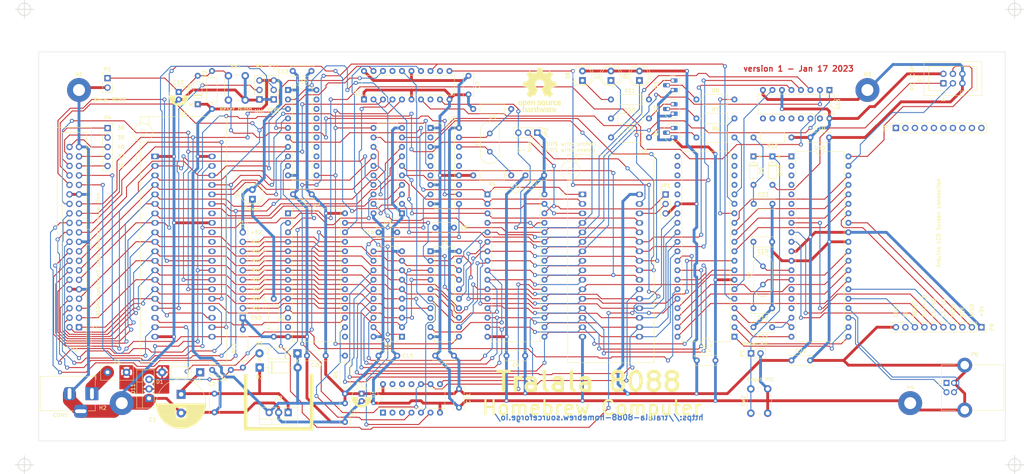
<source format=kicad_pcb>
(kicad_pcb (version 20211014) (generator pcbnew)
  (title_block (title "Tralala 8088 Homebrew Computer") (date "2023-01-17") (rev "1") (company "Copyright (C) 2016, 2017, 2022, 2023 Nikolay Nikolov <nickysn@users.sourceforge.net>") (comment 1 "http://creativecommons.org/licenses/by-sa/3.0/ or send a letter to Creative Commons,") (comment 2 "http://creativecommons.org/licenses/by-sa/3.0/ or send a letter to Creative Commons,") (comment 3 "License. To view a copy of this license, visit") (comment 4 "This work is licensed under the Creative Commons Attribution-ShareAlike 3.0 Unported"))
  (layers (0 "F.Cu" signal) (31 "B.Cu" signal) (34 "B.Paste" user) (35 "F.Paste" user) (36 "B.SilkS" user "B.Silkscreen") (37 "F.SilkS" user "F.Silkscreen") (38 "B.Mask" user) (39 "F.Mask" user) (44 "Edge.Cuts" user))
  (net 0 "")
  (net 1 "GND")
  (net 2 "+5V")
  (net 3 "Net-(C12-Pad1)")
  (net 4 "Net-(C18-Pad2)")
  (net 5 "Net-(CON1-Pad1)")
  (net 6 "Net-(D4-Pad1)")
  (net 7 "/PIC and IO/PIC_VPP")
  (net 8 "Net-(D6-Pad1)")
  (net 9 "Net-(R3-Pad1)")
  (net 10 "Net-(C1-Pad1)")
  (net 11 "Net-(C19-Pad2)")
  (net 12 "Net-(C22-Pad1)")
  (net 13 "/8088 System/AD0")
  (net 14 "/8088 System/AD1")
  (net 15 "/8088 System/AD2")
  (net 16 "/8088 System/AD3")
  (net 17 "/8088 System/AD4")
  (net 18 "/8088 System/AD5")
  (net 19 "/8088 System/AD6")
  (net 20 "/8088 System/AD7")
  (net 21 "/8088 System/A8")
  (net 22 "/8088 System/A9")
  (net 23 "/8088 System/A10")
  (net 24 "/8088 System/A11")
  (net 25 "/8088 System/A12")
  (net 26 "/8088 System/A13")
  (net 27 "/8088 System/A14")
  (net 28 "Net-(C23-Pad1)")
  (net 29 "Net-(D7-Pad1)")
  (net 30 "/8088 System/A15")
  (net 31 "/8088 System/CLK")
  (net 32 "/8088 System/A16_S3")
  (net 33 "/8088 System/A17_S4")
  (net 34 "/8088 System/A18_S5")
  (net 35 "/8088 System/A19_S6")
  (net 36 "/8088 System/QS0")
  (net 37 "/8088 System/QS1")
  (net 38 "/8088 System/S0")
  (net 39 "/8088 System/S1")
  (net 40 "/8088 System/S2")
  (net 41 "/8088 System/LOCK")
  (net 42 "/8088 System/RESET")
  (net 43 "/8088 System/READY")
  (net 44 "Net-(D8-Pad1)")
  (net 45 "Net-(P2-Pad2)")
  (net 46 "Net-(P3-Pad35)")
  (net 47 "Net-(P3-Pad36)")
  (net 48 "/PIC and IO/TFT_MISO")
  (net 49 "/PIC and IO/TFT_SCK")
  (net 50 "/PIC and IO/TFT_MOSI")
  (net 51 "/PIC and IO/TFT_LCD_CS")
  (net 52 "/PIC and IO/TFT_SD_CS")
  (net 53 "/PIC and IO/TFT_D_C")
  (net 54 "/PIC and IO/TFT_Reset")
  (net 56 "/PIC and IO/PIC_PGC")
  (net 57 "/PIC and IO/PIC_PGD")
  (net 58 "Net-(Q1-Pad3)")
  (net 59 "Net-(Q1-Pad2)")
  (net 60 "Net-(Q2-Pad3)")
  (net 61 "Net-(Q2-Pad2)")
  (net 62 "Net-(Q3-Pad3)")
  (net 63 "Net-(Q3-Pad2)")
  (net 64 "/8088 System/8259A_SP_EN")
  (net 65 "/8088 System/LED_RED")
  (net 66 "/8088 System/LED_GREEN")
  (net 67 "/8088 System/LED_YELLOW")
  (net 69 "Net-(P3-Pad37)")
  (net 70 "Net-(P3-Pad38)")
  (net 72 "Net-(P3-Pad40)")
  (net 74 "/8088 System/INTR")
  (net 79 "/8088 System/DTR")
  (net 80 "/8088 System/ALE")
  (net 81 "/8088 System/MRDC")
  (net 83 "/8088 System/MWTC")
  (net 84 "/8088 System/IOWC")
  (net 86 "/8088 System/IORC")
  (net 87 "/8088 System/INTA")
  (net 88 "/8088 System/DEN")
  (net 91 "/8088 System/BUF_D7")
  (net 92 "/8088 System/BUF_D6")
  (net 93 "/8088 System/BUF_D5")
  (net 94 "/8088 System/BUF_D4")
  (net 95 "/8088 System/BUF_D3")
  (net 96 "/8088 System/BUF_D2")
  (net 97 "/8088 System/BUF_D1")
  (net 98 "/8088 System/BUF_D0")
  (net 99 "/8088 System/BUF_A0")
  (net 100 "/8088 System/BUF_A1")
  (net 101 "/8088 System/BUF_A2")
  (net 102 "/8088 System/BUF_A3")
  (net 103 "/8088 System/BUF_A4")
  (net 104 "/8088 System/BUF_A5")
  (net 105 "/8088 System/BUF_A6")
  (net 106 "/8088 System/BUF_A7")
  (net 107 "/8088 System/BUF_A8")
  (net 108 "/8088 System/BUF_A9")
  (net 109 "/8088 System/BUF_A10")
  (net 110 "/8088 System/BUF_A11")
  (net 111 "/8088 System/BUF_A12")
  (net 112 "/8088 System/BUF_A13")
  (net 113 "/8088 System/BUF_A14")
  (net 114 "/8088 System/BUF_A15")
  (net 115 "/8088 System/BUF_A16")
  (net 116 "/8088 System/BUF_A17")
  (net 117 "/8088 System/BUF_A18")
  (net 118 "/8088 System/BUF_A19")
  (net 124 "Net-(P8-Pad2)")
  (net 125 "/8088 System/IRQ0")
  (net 126 "/8088 System/IRQ1")
  (net 127 "Net-(P8-Pad3)")
  (net 128 "Net-(R4-Pad1)")
  (net 131 "Net-(U1-Pad6)")
  (net 132 "Net-(U1-Pad8)")
  (net 135 "/8088 System/8259A_CS")
  (net 147 "/8088 System/8255_CS")
  (net 151 "/8088 System/IRQ2")
  (net 152 "/8088 System/IRQ3")
  (net 153 "/8088 System/IRQ4")
  (net 154 "/8088 System/ICH_D3")
  (net 155 "/8088 System/ICH_D2")
  (net 156 "/8088 System/ICH_D1")
  (net 157 "/8088 System/ICH_D0")
  (net 158 "/8088 System/ICH_OBF")
  (net 159 "/8088 System/ICH_ACK")
  (net 160 "/8088 System/ICH_IBF")
  (net 161 "/8088 System/ICH_STB")
  (net 162 "/8088 System/IRQ5")
  (net 163 "/8088 System/IRQ6")
  (net 164 "/8088 System/IRQ7")
  (net 171 "/8088 System/ICH_D7")
  (net 172 "/8088 System/ICH_D6")
  (net 173 "/8088 System/ICH_D5")
  (net 174 "/8088 System/ICH_D4")
  (net 184 "Net-(D10-Pad1)")
  (net 201 "Net-(C24-Pad1)")
  (net 202 "Net-(P11-Pad2)")
  (net 203 "Net-(JP1-Pad2)")
  (net 204 "Net-(JP2-Pad2)")
  (net 205 "/Power and Clock/Vin_fused")
  (footprint "Capacitor_THT:C_Disc_D6.0mm_W2.5mm_P5.00mm" (layer "F.Cu") (at 91.44 82.55 180)
    (fp_text reference "C3")
    (fp_text value "100nF")
  )
  (footprint "Capacitor_THT:C_Disc_D6.0mm_W2.5mm_P5.00mm" (layer "F.Cu") (at 129.46 125.73 180)
    (fp_text reference "C5")
    (fp_text value "100nF")
  )
  (footprint "Capacitor_THT:C_Disc_D6.0mm_W2.5mm_P5.00mm" (layer "F.Cu") (at 129.46 91.44 180)
    (fp_text reference "C8")
    (fp_text value "100nF")
  )
  (footprint "Capacitor_THT:C_Disc_D6.0mm_W2.5mm_P5.00mm" (layer "F.Cu") (at 148.51 125.73 180)
    (fp_text reference "C9")
    (fp_text value "100nF")
  )
  (footprint "Capacitor_THT:C_Disc_D6.0mm_W2.5mm_P5.00mm" (layer "F.Cu") (at 224.79 67.31)
    (fp_text reference "C10")
    (fp_text value "100nF")
  )
  (footprint "Capacitor_THT:C_Disc_D6.0mm_W2.5mm_P5.00mm" (layer "F.Cu") (at 130.81 134.62 -90)
    (fp_text reference "C11")
    (fp_text value "100nF")
  )
  (footprint "Capacitor_THT:C_Disc_D6.0mm_W2.5mm_P5.00mm" (layer "F.Cu") (at 194.39 127)
    (fp_text reference "C14")
    (fp_text value "100nF")
  )
  (footprint "Capacitor_THT:C_Disc_D6.0mm_W2.5mm_P5.00mm" (layer "F.Cu") (at 65.425 135.89 -90)
    (fp_text reference "C2")
    (fp_text value "330nF")
  )
  (footprint "Capacitor_THT:C_Disc_D6.0mm_W2.5mm_P5.00mm" (layer "F.Cu") (at 153.59 77.47 180)
    (fp_text reference "C4")
    (fp_text value "100nF")
  )
  (footprint "Capacitor_THT:C_Disc_D6.0mm_W2.5mm_P5.00mm" (layer "F.Cu") (at 95.17 125.73 180)
    (fp_text reference "C20")
    (fp_text value "100nF")
  )
  (footprint "Capacitor_THT:C_Disc_D6.0mm_W2.5mm_P5.00mm" (layer "F.Cu") (at 219.71 127)
    (fp_text reference "C21")
    (fp_text value "100nF")
  )
  (footprint "Capacitor_THT:C_Disc_D6.0mm_W2.5mm_P5.00mm" (layer "F.Cu") (at 214.55 118.11 180)
    (fp_text reference "C22")
    (fp_text value "220nF")
  )
  (footprint "Capacitor_THT:C_Disc_D6.0mm_W2.5mm_P5.00mm" (layer "F.Cu") (at 214.55 95.25 180)
    (fp_text reference "C19")
    (fp_text value "22pF")
  )
  (footprint "Capacitor_THT:C_Disc_D6.0mm_W2.5mm_P5.00mm" (layer "F.Cu") (at 109.3 92.71)
    (fp_text reference "C16")
    (fp_text value "100nF")
  )
  (footprint "Connector_BarrelJack:BarrelJack_Horizontal" (layer "F.Cu") (at 32.67 135.89)
    (fp_text reference "CON1")
    (fp_text value "BARREL_JACK")
  )
  (footprint "Diode_THT:D_DO-35_SOD27_P7.62mm_Horizontal" (layer "F.Cu") (at 60.96 58.42 90)
    (fp_text reference "D5")
    (fp_text value "1N4148")
  )
  (footprint "Diode_THT:D_DO-41_SOD81_P10.16mm_Horizontal" (layer "F.Cu") (at 61.595 130.175 180)
    (fp_text reference "D1")
    (fp_text value "1N4002")
  )
  (footprint "LED_THT:LED_D5.0mm" (layer "F.Cu") (at 163.83 52.07 90)
    (fp_text reference "D8")
    (fp_text value "LED_GREEN")
  )
  (footprint "LED_THT:LED_D5.0mm" (layer "F.Cu") (at 171.45 52.07 90)
    (fp_text reference "D7")
    (fp_text value "LED_YELLOW")
  )
  (footprint "LED_THT:LED_D5.0mm" (layer "F.Cu") (at 179.07 52.07 90)
    (fp_text reference "D6")
    (fp_text value "LED_RED")
  )
  (footprint "Diode_THT:D_DO-35_SOD27_P7.62mm_Horizontal" (layer "F.Cu") (at 214.63 72.39 -90)
    (fp_text reference "D10")
    (fp_text value "1N4148")
  )
  (footprint "Connector_IDC:IDC-Header_2x20_P2.54mm_Vertical" (layer "F.Cu") (at 29.21 118.11 180)
    (fp_text reference "P3")
    (fp_text value "LA1034 Logicport Connection")
  )
  (footprint "Connector_PinHeader_2.54mm:PinHeader_1x03_P2.54mm_Vertical" (layer "F.Cu") (at 77.47 57.135 180)
    (fp_text reference "P2")
    (fp_text value "NMI")
  )
  (footprint "Connector_USB:USB_B_Lumberg_2411_02_Horizontal" (layer "F.Cu") (at 261.1825 133.02)
    (fp_text reference "P8")
    (fp_text value "USB_B")
  )
  (footprint "Connector_IDC:IDC-Header_2x03_P2.54mm_Vertical" (layer "F.Cu") (at 260.345 52.8225 90)
    (fp_text reference "P7")
    (fp_text value "PIC ISP")
  )
  (footprint "Package_TO_SOT_THT:TO-92_HandSolder" (layer "F.Cu") (at 187.96 54.61 90)
    (fp_text reference "Q3")
    (fp_text value "2N3904")
  )
  (footprint "Package_TO_SOT_THT:TO-92_HandSolder" (layer "F.Cu") (at 187.96 67.31 90)
    (fp_text reference "Q1")
    (fp_text value "2N3904")
  )
  (footprint "Resistor_THT:R_Axial_DIN0207_L6.3mm_D2.5mm_P10.16mm_Horizontal" (layer "F.Cu") (at 64.77 59.69 90)
    (fp_text reference "R2")
    (fp_text value "10K")
  )
  (footprint "Resistor_THT:R_Axial_DIN0207_L6.3mm_D2.5mm_P10.16mm_Horizontal" (layer "F.Cu") (at 144.78 59.69 180)
    (fp_text reference "R3")
    (fp_text value "510")
  )
  (footprint "Resistor_THT:R_Axial_DIN0207_L6.3mm_D2.5mm_P10.16mm_Horizontal" (layer "F.Cu") (at 144.78 77.47 180)
    (fp_text reference "R4")
    (fp_text value "510")
  )
  (footprint "Resistor_THT:R_Axial_DIN0207_L6.3mm_D2.5mm_P10.16mm_Horizontal" (layer "F.Cu") (at 100.33 135.89 90)
    (fp_text reference "R5")
    (fp_text value "4.7K")
  )
  (footprint "Resistor_THT:R_Axial_DIN0207_L6.3mm_D2.5mm_P10.16mm_Horizontal" (layer "F.Cu") (at 194.31 57.15)
    (fp_text reference "R8")
    (fp_text value "10K")
  )
  (footprint "Resistor_THT:R_Axial_DIN0207_L6.3mm_D2.5mm_P10.16mm_Horizontal" (layer "F.Cu") (at 194.31 62.23)
    (fp_text reference "R7")
    (fp_text value "10K")
  )
  (footprint "Resistor_THT:R_Axial_DIN0207_L6.3mm_D2.5mm_P10.16mm_Horizontal" (layer "F.Cu") (at 171.45 62.23)
    (fp_text reference "R10")
    (fp_text value "100")
  )
  (footprint "Resistor_THT:R_Axial_DIN0207_L6.3mm_D2.5mm_P10.16mm_Horizontal" (layer "F.Cu") (at 194.31 67.31)
    (fp_text reference "R6")
    (fp_text value "10K")
  )
  (footprint "Resistor_THT:R_Axial_DIN0207_L6.3mm_D2.5mm_P10.16mm_Horizontal" (layer "F.Cu") (at 171.45 67.31)
    (fp_text reference "R9")
    (fp_text value "100")
  )
  (footprint "Resistor_THT:R_Axial_DIN0207_L6.3mm_D2.5mm_P10.16mm_Horizontal" (layer "F.Cu") (at 219.71 67.31 180)
    (fp_text reference "R12")
    (fp_text value "47K")
  )
  (footprint "Button_Switch_THT:SW_PUSH_6mm_H5mm" (layer "F.Cu") (at 73.66 50.8 -90)
    (fp_text reference "SW1")
    (fp_text value "RESET_8088")
  )
  (footprint "Button_Switch_THT:SW_PUSH_6mm_H5mm" (layer "F.Cu") (at 208.86 141.12 90)
    (fp_text reference "SW2")
    (fp_text value "RESET_PIC")
  )
  (footprint "Package_DIP:DIP-18_W7.62mm" (layer "F.Cu") (at 123.19 64.77)
    (fp_text reference "U3")
    (fp_text value "8284")
  )
  (footprint "Socket:DIP_Socket-40_W11.9_W12.7_W15.24_W17.78_W18.5_3M_240-1280-00-0602J" (layer "F.Cu") (at 49.53 72.39)
    (fp_text reference "U5")
    (fp_text value "8088")
  )
  (footprint "Package_DIP:DIP-20_W7.62mm" (layer "F.Cu") (at 105.41 57.15 90)
    (fp_text reference "U4")
    (fp_text value "8288")
  )
  (footprint "Package_DIP:DIP-20_W7.62mm" (layer "F.Cu") (at 123.19 97.79)
    (fp_text reference "U8")
    (fp_text value "74HCT373")
  )
  (footprint "Package_DIP:DIP-20_W7.62mm" (layer "F.Cu") (at 85.09 54.61)
    (fp_text reference "U10")
    (fp_text value "74HCT373")
  )
  (footprint "Package_DIP:DIP-32_W15.24mm" (layer "F.Cu") (at 138.43 82.55)
    (fp_text reference "U11")
    (fp_text value "AS6C4008")
  )
  (footprint "Package_DIP:DIP-14_W7.62mm" (layer "F.Cu") (at 110.49 140.97 90)
    (fp_text reference "U1")
    (fp_text value "74HCT00")
  )
  (footprint "Package_DIP:DIP-28_W15.24mm" (layer "F.Cu") (at 85.09 87.63)
    (fp_text reference "U7")
    (fp_text value "8259A")
  )
  (footprint "Package_DIP:DIP-16_W7.62mm" (layer "F.Cu") (at 229.87 54.61 -90)
    (fp_text reference "U13")
    (fp_text value "74HCT138")
  )
  (footprint "Package_DIP:DIP-40_W15.24mm" (layer "F.Cu") (at 204.47 120.65 180)
    (fp_text reference "U14")
    (fp_text value "82C55A")
  )
  (footprint "Package_DIP:DIP-40_W15.24mm" (layer "F.Cu") (at 219.71 72.39)
    (fp_text reference "U15")
    (fp_text value "PIC18(L)F4550-I/P or PIC18(L)F4553-I/P")
  )
  (footprint "Crystal:Crystal_HC49-U_Vertical" (layer "F.Cu") (at 212.09 106.68 90)
    (fp_text reference "Y2")
    (fp_text value "20.000 MHz")
  )
  (footprint "Capacitor_THT:C_Disc_D6.0mm_W2.5mm_P5.00mm" (layer "F.Cu") (at 209.63 85.09)
    (fp_text reference "C23")
    (fp_text value "100nF")
  )
  (footprint "Socket:DIP_Socket-32_W11.9_W12.7_W15.24_W17.78_W18.5_3M_232-1285-00-0602J" (layer "F.Cu") (at 163.83 82.55)
    (fp_text reference "U12")
    (fp_text value "SST39SF040")
  )
  (footprint "Package_DIP:DIP-20_W7.62mm" (layer "F.Cu") (at 115.57 87.63 180)
    (fp_text reference "U9")
    (fp_text value "74HCT373")
  )
  (footprint "Package_DIP:DIP-20_W7.62mm" (layer "F.Cu") (at 115.57 120.65 180)
    (fp_text reference "U6")
    (fp_text value "74HCT245")
  )
  (footprint "Connector_PinSocket_2.54mm:PinSocket_1x10_P2.54mm_Vertical" (layer "F.Cu") (at 270.51 118.11 -90)
    (fp_text reference "P9")
    (fp_text value "CONN_01X10")
  )
  (footprint "Package_TO_SOT_THT:TO-92_HandSolder" (layer "F.Cu") (at 187.96 60.96 90)
    (fp_text reference "Q2")
    (fp_text value "2N3904")
  )
  (footprint "Resistor_THT:R_Axial_DIN0207_L6.3mm_D2.5mm_P10.16mm_Horizontal" (layer "F.Cu") (at 171.45 57.15)
    (fp_text reference "R11")
    (fp_text value "100")
  )
  (footprint "Capacitor_THT:C_Disc_D6.0mm_W2.5mm_P5.00mm" (layer "F.Cu") (at 214.55 113.03 180)
    (fp_text reference "C18")
    (fp_text value "22pF")
  )
  (footprint "MountingHole:MountingHole_3.2mm_M3_Pad" (layer "F.Cu") (at 29.21 54.61)
    (fp_text reference "H1")
    (fp_text value "MountingHole_Pad")
  )
  (footprint "MountingHole:MountingHole_3.2mm_M3_Pad" (layer "F.Cu") (at 40.64 138.43)
    (fp_text reference "H2")
    (fp_text value "MountingHole_Pad")
  )
  (footprint "MountingHole:MountingHole_3.2mm_M3_Pad" (layer "F.Cu") (at 251.46 138.43)
    (fp_text reference "H4")
    (fp_text value "MountingHole_Pad")
  )
  (footprint "MountingHole:MountingHole_3.2mm_M3_Pad" (layer "F.Cu") (at 240.03 54.61)
    (fp_text reference "H3")
    (fp_text value "MountingHole_Pad")
  )
  (footprint "Capacitor_THT:C_Disc_D6.0mm_W2.5mm_P5.00mm" (layer "F.Cu") (at 133.35 50.8 -90)
    (fp_text reference "C7")
    (fp_text value "100nF")
  )
  (footprint "Diode_THT:D_DO-35_SOD27_P7.62mm_Horizontal" (layer "F.Cu") (at 209.55 72.39 -90)
    (fp_text reference "D9")
    (fp_text value "1N4148")
  )
  (footprint "Capacitor_THT:C_Disc_D6.0mm_W2.5mm_P5.00mm" (layer "F.Cu") (at 91.36 49.53 180)
    (fp_text reference "C13")
    (fp_text value "100nF")
  )
  (footprint "Capacitor_THT:C_Disc_D6.0mm_W2.5mm_P5.00mm" (layer "F.Cu") (at 100.33 138.47 -90)
    (fp_text reference "C6")
    (fp_text value "100nF")
  )
  (footprint "Package_TO_SOT_THT:TO-220-3_Vertical" (layer "F.Cu") (at 85.13 140.93 180)
    (fp_text reference "U2")
    (fp_text value "7805")
  )
  (footprint "Capacitor_THT:CP_Radial_D5.0mm_P2.00mm" (layer "F.Cu") (at 104.775 135.89 -90)
    (fp_text reference "C17")
    (fp_text value "100uF")
  )
  (footprint "Capacitor_THT:C_Disc_D6.0mm_W2.5mm_P5.00mm" (layer "F.Cu") (at 109.3 125.73)
    (fp_text reference "C15")
    (fp_text value "100nF")
  )
  (footprint "Capacitor_THT:CP_Radial_D5.0mm_P2.00mm" (layer "F.Cu") (at 55.88 55.15 -90)
    (fp_text reference "C12")
    (fp_text value "4.7uF")
  )
  (footprint "Symbol:OSHW-Logo_11.4x12mm_SilkScreen" (layer "F.Cu") (at 152.4 54.61)
    (fp_text reference "REF**" hide)
    (fp_text value "OSHW-Logo_11.4x12mm_SilkScreen" hide)
  )
  (footprint "Package_TO_SOT_THT:TO-220-3_Vertical" (layer "F.Cu") (at 47.935 137.16 90)
    (fp_text reference "D11")
    (fp_text value "BT151-500RT.127")
  )
  (footprint "Crystal:Crystal_HC49-U_Vertical" (layer "F.Cu") (at 139.065 71.12 90)
    (fp_text reference "Y1")
    (fp_text value "6-30 MHz")
  )
  (footprint "Connector_PinHeader_2.54mm:PinHeader_1x03_P2.54mm_Vertical" (layer "F.Cu") (at 81.28 57.135 180)
    (fp_text reference "P11")
    (fp_text value "~{TEST}")
  )
  (footprint "Fuse:Fuse_Littelfuse_395Series" (layer "F.Cu") (at 36.83 130.175)
    (fp_text reference "F1")
    (fp_text value "30R160U")
  )
  (footprint "Resistor_THT:R_Axial_DIN0207_L6.3mm_D2.5mm_P10.16mm_Horizontal" (layer "F.Cu") (at 73.025 128.905 90)
    (fp_text reference "R13")
    (fp_text value "1k")
  )
  (footprint "LED_THT:LED_D5.0mm" (layer "F.Cu") (at 75.565 83.825 90)
    (fp_text reference "D4")
    (fp_text value "Power")
  )
  (footprint "Connector_PinHeader_2.54mm:PinHeader_1x03_P2.54mm_Vertical" (layer "F.Cu") (at 151.765 66.04 -90)
    (fp_text reference "JP2")
    (fp_text value "Flash Write Protect")
  )
  (footprint "Connector_PinSocket_2.54mm:PinSocket_1x05_P2.54mm_Vertical" (layer "F.Cu") (at 36.855 64.8)
    (fp_text reference "P4")
    (fp_text value "Conn_01x05_Female")
  )
  (footprint "Diode_THT:D_DO-41_SOD81_P10.16mm_Horizontal" (layer "F.Cu") (at 77.51 128.905)
    (fp_text reference "D3")
    (fp_text value "D")
  )
  (footprint "Connector_PinHeader_2.54mm:PinHeader_1x02_P2.54mm_Vertical" (layer "F.Cu") (at 208.91 125.095 90)
    (fp_text reference "P5")
    (fp_text value "Conn_01x02_Male")
  )
  (footprint "Connector_PinSocket_2.54mm:PinSocket_1x10_P2.54mm_Vertical" (layer "F.Cu") (at 73 115.57 180)
    (fp_text reference "P10")
    (fp_text value "Conn_01x10")
  )
  (footprint "Capacitor_THT:CP_Radial_D13.0mm_P5.00mm" (layer "F.Cu") (at 56.515 136.074785 -90)
    (fp_text reference "C1")
    (fp_text value "1000 uF")
  )
  (footprint "Capacitor_THT:C_Disc_D6.0mm_W2.5mm_P5.00mm" (layer "F.Cu") (at 69.81 129.54 180)
    (fp_text reference "C24")
    (fp_text value "100nF")
  )
  (footprint "Resistor_THT:R_Axial_DIN0207_L6.3mm_D2.5mm_P10.16mm_Horizontal" (layer "F.Cu") (at 81.28 110.49 -90)
    (fp_text reference "R1")
    (fp_text value "270")
  )
  (footprint "Connector_PinSocket_2.54mm:PinSocket_1x10_P2.54mm_Vertical" (layer "F.Cu") (at 247.65 64.77 90)
    (fp_text reference "P6")
    (fp_text value "CONN_01X10")
  )
  (footprint "Connector_PinHeader_2.54mm:PinHeader_1x03_P2.54mm_Vertical" (layer "F.Cu") (at 186.055 82.565)
    (fp_text reference "JP1")
    (fp_text value "ROM type sel")
  )
  (footprint "Connector_PinHeader_2.54mm:PinHeader_1x02_P2.54mm_Vertical" (layer "F.Cu") (at 36.83 51.43)
    (fp_text reference "P1")
    (fp_text value "Conn_01x02_Male")
  )
  (footprint "Diode_THT:D_DO-41_SOD81_P10.16mm_Horizontal" (layer "F.Cu") (at 87.63 125.095 180)
    (fp_text reference "D2")
    (fp_text value "5.6 V")
  )
  (gr_poly (pts (xy 74.208 144.867) (xy 90.978 144.867) (xy 90.978 130.732) (xy 91.843 130.732) (xy 91.843 145.732) (xy 73.343 145.732) (xy 73.343 130.732) (xy 74.208 130.732)) (layer "F.SilkS") (width 0.1) (fill solid))
  (gr_poly (pts (xy 276.9 148.55) (xy 18.455 148.55) (xy 18.455 44.41) (xy 276.9 44.41)) (layer "Edge.Cuts") (width 0.1) (fill none))
  (gr_text "version 1 - Jan 17 2023" (at 221.615 48.895) (layer "F.Cu") (effects (font (size 1.5 1.5) (thickness 0.3))))
  (gr_text "https://tralala-8088-homebrew.sourceforge.io/" (at 168.275 142.24) (layer "B.Cu") (effects (font (size 1.5 1.5) (thickness 0.3)) (justify mirror)))
  (gr_text "Homebrew Computer" (at 166.37 139.7) (layer "F.SilkS") (effects (font (size 3.81 3.81) (thickness 0.5588))))
  (gr_text "Arduino LCD Screen connection" (at 259.08 90.17 90) (layer "F.SilkS") (effects (font (size 1 1))))
  (gr_text "38" (at 39.37 67.31) (layer "F.SilkS") (effects (font (size 1 1)) (justify left)))
  (gr_text "D/C-LD" (at 255.27 115.57 90) (layer "F.SilkS") (effects (font (size 1 1)) (justify left)))
  (gr_text "GND" (at 74.93 115.57) (layer "F.SilkS") (effects (font (size 1 1)) (justify left)))
  (gr_text "BIOS write protect\nBIOS write enable" (at 153.67 69.85) (layer "F.SilkS") (effects (font (size 1 1)) (justify left)))
  (gr_text "MOSI" (at 262.89 115.57 90) (layer "F.SilkS") (effects (font (size 1 1)) (justify left)))
  (gr_text "~{TEST}" (at 81.28 60.325) (layer "F.SilkS") (effects (font (size 1 1))))
  (gr_text "   2-1\n3-2" (at 146.05 69.85) (layer "F.SilkS") (effects (font (size 1 1.27)) (justify left)))
  (gr_text "IRQ 0" (at 74.93 113.03) (layer "F.SilkS") (effects (font (size 1 1)) (justify left)))
  (gr_text "PIC ICSP" (at 252.095 51.435 90) (layer "F.SilkS") (effects (font (size 1 1))))
  (gr_text "BL" (at 250.19 115.57 90) (layer "F.SilkS") (effects (font (size 1 1)) (justify left)))
  (gr_text "CS-LD" (at 260.35 115.57 90) (layer "F.SilkS") (effects (font (size 1 1)) (justify left)))
  (gr_text "+5V" (at 74.93 92.71) (layer "F.SilkS") (effects (font (size 1 1)) (justify left)))
  (gr_text "CS-SD" (at 257.81 115.57 90) (layer "F.SilkS") (effects (font (size 1 1)) (justify left)))
  (gr_text "IRQ 7" (at 74.93 95.25) (layer "F.SilkS") (effects (font (size 1 1)) (justify left)))
  (gr_text "RESET" (at 252.73 115.57 90) (layer "F.SilkS") (effects (font (size 1 1)) (justify left)))
  (gr_text "SCK" (at 265.43 115.57 90) (layer "F.SilkS") (effects (font (size 1 1)) (justify left)))
  (gr_text "Reset PIC" (at 211.455 132.08) (layer "F.SilkS") (effects (font (size 1 1))))
  (gr_text "IRQ 3" (at 74.93 105.41) (layer "F.SilkS") (effects (font (size 1 1)) (justify left)))
  (gr_text "Reset PIC" (at 210.185 122.555) (layer "F.SilkS") (effects (font (size 1 1))))
  (gr_text "+5V" (at 270.51 115.57 90) (layer "F.SilkS") (effects (font (size 1 1)) (justify left)))
  (gr_text "Reset 8088" (at 37.465 57.15) (layer "F.SilkS") (effects (font (size 1 1))))
  (gr_text "Power" (at 75.565 86.36) (layer "F.SilkS") (effects (font (size 1 1))))
  (gr_text "IRQ 6" (at 74.93 97.79) (layer "F.SilkS") (effects (font (size 1 1)) (justify left)))
  (gr_text "Tralala 8088" (at 165.481 132.715) (layer "F.SilkS") (effects (font (size 5.08 5.08) (thickness 0.889))))
  (gr_text "Reset 8088" (at 71.12 59.69) (layer "F.SilkS") (effects (font (size 1 1))))
  (gr_text "37" (at 39.37 72.39) (layer "F.SilkS") (effects (font (size 1 1)) (justify left)))
  (gr_text "IRQ 2" (at 74.93 107.95) (layer "F.SilkS") (effects (font (size 1 1)) (justify left)))
  (gr_text "IRQ 4" (at 74.93 102.87) (layer "F.SilkS") (effects (font (size 1 1)) (justify left)))
  (gr_text "GND" (at 247.65 115.57 90) (layer "F.SilkS") (effects (font (size 1 1)) (justify left)))
  (gr_text "NMI" (at 77.47 60.325) (layer "F.SilkS") (effects (font (size 1 1))))
  (gr_text "LA1045 Logicport Logic Analyzer connection" (at 34.29 99.06 90) (layer "F.SilkS") (effects (font (size 1 1))))
  (gr_text "MISO" (at 267.97 115.57 90) (layer "F.SilkS") (effects (font (size 1 1)) (justify left)))
  (gr_text "IRQ 1" (at 74.93 110.49) (layer "F.SilkS") (effects (font (size 1 1)) (justify left)))
  (gr_text "40" (at 39.37 69.85) (layer "F.SilkS") (effects (font (size 1 1)) (justify left)))
  (gr_text "35" (at 39.37 74.93) (layer "F.SilkS") (effects (font (size 1 1)) (justify left)))
  (gr_text "36" (at 39.37 64.77) (layer "F.SilkS") (effects (font (size 1 1)) (justify left)))
  (gr_text "IRQ 5" (at 74.93 100.33) (layer "F.SilkS") (effects (font (size 1 1)) (justify left)))
  (target plus (at 279.4 33.02) (size 5) (width 0.15) (layer "Edge.Cuts"))
  (target plus (at 14.605 33.02) (size 5) (width 0.15) (layer "Edge.Cuts"))
  (target plus (at 14.605 154.94) (size 5) (width 0.15) (layer "Edge.Cuts"))
  (target plus (at 279.4 154.94) (size 5) (width 0.15) (layer "Edge.Cuts"))
  (segment (start 73.74 140.89) (end 65.425 140.89) (width 0.75) (layer "F.Cu") (net 1))
  (segment (start 266.0425 130.16) (end 263.1825 133.02) (width 0.75) (layer "F.Cu") (net 1))
  (segment (start 219.71 100.33) (end 224.79 100.33) (width 0.75) (layer "F.Cu") (net 1))
  (segment (start 57.01137 57.15) (end 59.55137 54.61) (width 0.75) (layer "F.Cu") (net 1))
  (segment (start 229.79 67.31) (end 239.395 67.31) (width 0.75) (layer "F.Cu") (net 1))
  (segment (start 262.255 57.785) (end 265.43 54.61) (width 0.75) (layer "F.Cu") (net 1))
  (segment (start 55.88 57.15) (end 57.01137 57.15) (width 0.75) (layer "F.Cu") (net 1))
  (segment (start 130.81 139.62) (end 132.635 137.795) (width 0.75) (layer "F.Cu") (net 1))
  (segment (start 212.09 54.61) (end 212.09 55.88) (width 0.75) (layer "F.Cu") (net 1))
  (segment (start 197.485 69.85) (end 190.5 69.85) (width 0.75) (layer "F.Cu") (net 1))
  (segment (start 26.67 107.95) (end 29.21 107.95) (width 0.75) (layer "F.Cu") (net 1))
  (segment (start 85.09 120.65) (end 81.28 120.65) (width 0.75) (layer "F.Cu") (net 1))
  (segment (start 213.36 134.62) (end 213.36 137.795) (width 0.75) (layer "F.Cu") (net 1))
  (segment (start 85.09 120.65) (end 90.17 120.65) (width 0.75) (layer "F.Cu") (net 1))
  (segment (start 82.59 139.66) (end 81.32 138.39) (width 0.75) (layer "F.Cu") (net 1))
  (segment (start 26.67 82.55) (end 29.21 82.55) (width 0.75) (layer "F.Cu") (net 1))
  (segment (start 242.57 64.217061) (end 249.002061 57.785) (width 0.75) (layer "F.Cu") (net 1))
  (segment (start 49.53 72.39) (end 54.61 72.39) (width 0.75) (layer "F.Cu") (net 1))
  (segment (start 73.66 57.3) (end 77.305 57.3) (width 0.75) (layer "F.Cu") (net 1))
  (segment (start 265.43 54.61) (end 265.425 54.605) (width 0.75) (layer "F.Cu") (net 1))
  (segment (start 54.61 90.17) (end 64.77 90.17) (width 0.75) (layer "F.Cu") (net 1))
  (segment (start 242.57 118.11) (end 247.65 118.11) (width 0.75) (layer "F.Cu") (net 1))
  (segment (start 26.67 137.59) (end 29.67 140.59) (width 3.5) (layer "F.Cu") (net 1))
  (segment (start 224.79 100.33) (end 229.87 95.25) (width 0.75) (layer "F.Cu") (net 1))
  (segment (start 233.68 127) (end 234.95 128.27) (width 0.75) (layer "F.Cu") (net 1))
  (segment (start 117.475 138.43) (end 107.95 138.43) (width 0.75) (layer "F.Cu") (net 1))
  (segment (start 266.0425 128.27) (end 266.0425 130.16) (width 0.75) (layer "F.Cu") (net 1))
  (segment (start 242.57 64.217061) (end 242.487939 64.217061) (width 0.75) (layer "F.Cu") (net 1))
  (segment (start 52.600215 137.16) (end 56.515 141.074785) (width 0.75) (layer "F.Cu") (net 1))
  (segment (start 224.71 127) (end 233.68 127) (width 0.75) (layer "F.Cu") (net 1))
  (segment (start 213.36 141.12) (end 213.36 137.795) (width 0.75) (layer "F.Cu") (net 1))
  (segment (start 263.1825 133.02) (end 266.0425 135.88) (width 0.75) (layer "F.Cu") (net 1))
  (segment (start 217.17 100.33) (end 214.55 97.71) (width 0.75) (layer "F.Cu") (net 1))
  (segment (start 266.0425 135.88) (end 266.0425 140.27) (width 0.75) (layer "F.Cu") (net 1))
  (segment (start 36.83 53.97) (end 29.85 53.97) (width 0.75) (layer "F.Cu") (net 1))
  (segment (start 40.64 138.43) (end 47.1675 138.43) (width 3.5) (layer "F.Cu") (net 1))
  (segment (start 128.27 55.88) (end 128.27 57.15) (width 0.75) (layer "F.Cu") (net 1))
  (segment (start 107.41 137.89) (end 107.95 138.43) (width 0.75) (layer "F.Cu") (net 1))
  (segment (start 38.48 140.59) (end 40.64 138.43) (width 3.5) (layer "F.Cu") (net 1))
  (segment (start 118.11 57.15) (end 118.11 54.61) (width 0.75) (layer "F.Cu") (net 1))
  (segment (start 81.32 138.39) (end 76.24 138.39) (width 0.75) (layer "F.Cu") (net 1))
  (segment (start 106.045 54.61) (end 118.11 54.61) (width 0.75) (layer "F.Cu") (net 1))
  (segment (start 128.27 57.15) (end 129.54 55.88) (width 0.75) (layer "F.Cu") (net 1))
  (segment (start 29.67 140.59) (end 38.48 140.59) (width 3.5) (layer "F.Cu") (net 1))
  (segment (start 121.285 138.43) (end 120.65 137.795) (width 0.75) (layer "F.Cu") (net 1))
  (segment (start 59.55137 54.61) (end 70.97 54.61) (width 0.75) (layer "F.Cu") (net 1))
  (segment (start 234.95 128.27) (end 266.0425 128.27) (width 0.75) (layer "F.Cu") (net 1))
  (segment (start 127 54.61) (end 128.27 55.88) (width 0.75) (layer "F.Cu") (net 1))
  (segment (start 129.62 138.43) (end 121.285 138.43) (width 0.75) (layer "F.Cu") (net 1))
  (segment (start 199.39 137.795) (end 213.36 137.795) (width 0.75) (layer "F.Cu") (net 1))
  (segment (start 233.68 127) (end 242.57 118.11) (width 0.75) (layer "F.Cu") (net 1))
  (segment (start 47.935 137.16) (end 52.600215 137.16) (width 0.75) (layer "F.Cu") (net 1))
  (segment (start 118.11 137.795) (end 117.475 138.43) (width 0.75) (layer "F.Cu") (net 1))
  (segment (start 237.49 57.15) (end 240.03 54.61) (width 0.75) (layer "F.Cu") (net 1))
  (segment (start 76.24 138.39) (end 73.74 140.89) (width 0.75) (layer "F.Cu") (net 1))
  (segment (start 130.81 139.62) (end 129.62 138.43) (width 0.75) (layer "F.Cu") (net 1))
  (segment (start 96.56 143.47) (end 100.33 143.47) (width 0.75) (layer "F.Cu") (net 1))
  (segment (start 138.43 120.65) (end 143.51 120.65) (width 0.75) (layer "F.Cu") (net 1))
  (segment (start 134.62 77.47) (end 130.81 77.47) (width 0.75) (layer "F.Cu") (net 1))
  (segment (start 213.36 137.795) (end 250.825 137.795) (width 0.75) (layer "F.Cu") (net 1))
  (segment (start 47.1675 138.43) (end 47.935 137.6625) (width 3.5) (layer "F.Cu") (net 1))
  (segment (start 265.425 54.605) (end 265.425 52.8225) (width 0.75) (layer "F.Cu") (net 1))
  (segment (start 105.41 55.245) (end 106.045 54.61) (width 0.75) (layer "F.Cu") (net 1))
  (segment (start 120.65 137.795) (end 118.11 137.795) (width 0.75) (layer "F.Cu") (net 1))
  (segment (start 234.95 95.25) (end 229.87 95.25) (width 0.75) (layer "F.Cu") (net 1))
  (segment (start 190.5 69.85) (end 187.96 67.31) (width 0.75) (layer "F.Cu") (net 1))
  (segment (start 26.67 135.89) (end 26.67 137.59) (width 3.5) (layer "F.Cu") (net 1))
  (segment (start 132.635 137.795) (end 199.39 137.795) (width 0.75) (layer "F.Cu") (net 1))
  (segment (start 242.487939 64.217061) (end 239.395 67.31) (width 0.75) (layer "F.Cu") (net 1))
  (segment (start 90.17 137.08) (end 96.56 143.47) (width 0.75) (layer "F.Cu") (net 1))
  (segment (start 125.73 140.97) (end 125.73 138.43) (width 0.75) (layer "F.Cu") (net 1))
  (segment (start 65.425 140.89) (end 56.699785 140.89) (width 0.75) (layer "F.Cu") (net 1))
  (segment (start 105.41 57.15) (end 105.41 55.245) (width 0.75) (layer "F.Cu") (net 1))
  (segment (start 82.59 140.93) (end 82.59 139.66) (width 0.75) (layer "F.Cu") (net 1))
  (segment (start 253.43 140.27) (end 266.0425 140.27) (width 0.75) (layer "F.Cu") (net 1))
  (segment (start 130.81 77.47) (end 125.73 77.47) (width 0.75) (layer "F.Cu") (net 1))
  (segment (start 90.17 125.73) (end 90.17 137.08) (width 0.75) (layer "F.Cu") (net 1))
  (segment (start 199.39 71.755) (end 197.485 69.85) (width 0.75) (layer "F.Cu") (net 1))
  (segment (start 249.002061 57.785) (end 262.255 57.785) (width 0.75) (layer "F.Cu") (net 1))
  (segment (start 118.11 54.61) (end 127 54.61) (width 0.75) (layer "F.Cu") (net 1))
  (segment (start 214.55 97.71) (end 214.55 95.25) (width 0.75) (layer "F.Cu") (net 1))
  (segment (start 204.47 105.41) (end 199.39 105.41) (width 0.75) (layer "F.Cu") (net 1))
  (segment (start 104.775 137.89) (end 107.41 137.89) (width 0.75) (layer "F.Cu") (net 1))
  (segment (start 49.53 120.65) (end 54.61 120.65) (width 0.75) (layer "F.Cu") (net 1))
  (segment (start 70.97 54.61) (end 73.66 57.3) (width 0.75) (layer "F.Cu") (net 1))
  (segment (start 129.54 55.88) (end 133.27 55.88) (width 0.75) (layer "F.Cu") (net 1))
  (segment (start 213.36 57.15) (end 237.49 57.15) (width 0.75) (layer "F.Cu") (net 1))
  (segment (start 212.09 55.88) (end 213.36 57.15) (width 0.75) (layer "F.Cu") (net 1))
  (segment (start 219.71 100.33) (end 217.17 100.33) (width 0.75) (layer "F.Cu") (net 1))
  (via (at 229.87 95.25) (size 1.08) (drill 0.6) (layers "F.Cu" "B.Cu") (net 1))
  (via (at 143.51 120.65) (size 1.08) (drill 0.6) (layers "F.Cu" "B.Cu") (net 1))
  (via (at 54.61 90.17) (size 1.08) (drill 0.6) (layers "F.Cu" "B.Cu") (net 1))
  (via (at 90.17 120.65) (size 1.08) (drill 0.6) (layers "F.Cu" "B.Cu") (net 1))
  (via (at 125.73 77.47) (size 1.08) (drill 0.6) (layers "F.Cu" "B.Cu") (net 1))
  (via (at 163.83 137.795) (size 1.08) (drill 0.6) (layers "F.Cu" "B.Cu") (net 1))
  (via (at 199.39 71.755) (size 1.08) (drill 0.6) (layers "F.Cu" "B.Cu") (net 1))
  (via (at 54.61 72.39) (size 1.08) (drill 0.6) (layers "F.Cu" "B.Cu") (net 1))
  (via (at 107.95 138.43) (size 1.08) (drill 0.6) (layers "F.Cu" "B.Cu") (net 1))
  (via (at 199.39 105.41) (size 1.08) (drill 0.6) (layers "F.Cu" "B.Cu") (net 1))
  (via (at 143.51 137.795) (size 1.08) (drill 0.6) (layers "F.Cu" "B.Cu") (net 1))
  (via (at 199.39 137.795) (size 1.08) (drill 0.6) (layers "F.Cu" "B.Cu") (net 1))
  (via (at 54.61 120.65) (size 1.08) (drill 0.6) (layers "F.Cu" "B.Cu") (net 1))
  (segment (start 87.63 54.61) (end 87.63 50.8) (width 0.75) (layer "B.Cu") (net 1))
  (segment (start 143.51 125.73) (end 143.51 137.795) (width 0.75) (layer "B.Cu") (net 1))
  (segment (start 199.39 127) (end 199.39 71.755) (width 0.75) (layer "B.Cu") (net 1))
  (segment (start 124.46 125.73) (end 125.73 124.46) (width 0.75) (layer "B.Cu") (net 1))
  (segment (start 125.73 97.79) (end 125.73 91.44) (width 0.75) (layer "B.Cu") (net 1))
  (segment (start 123.19 120.65) (end 125.73 120.65) (width 0.75) (layer "B.Cu") (net 1))
  (segment (start 82.59 140.93) (end 82.59 142.585) (width 0.75) (layer "B.Cu") (net 1))
  (segment (start 184.15 58.42) (end 184.15 61.595) (width 0.75) (layer "B.Cu") (net 1))
  (segment (start 113.03 124.46) (end 113.03 97.79) (width 0.75) (layer "B.Cu") (net 1))
  (segment (start 123.19 64.77) (end 125.73 64.77) (width 0.75) (layer "B.Cu") (net 1))
  (segment (start 187.96 54.61) (end 184.15 58.42) (width 0.75) (layer "B.Cu") (net 1))
  (segment (start 187.325 61.595) (end 184.15 61.595) (width 0.75) (layer "B.Cu") (net 1))
  (segment (start 123.19 80.01) (end 125.73 80.01) (width 0.75) (layer "B.Cu") (net 1))
  (segment (start 90.17 86.28) (end 86.44 82.55) (width 0.75) (layer "B.Cu") (net 1))
  (segment (start 143.51 125.73) (end 143.51 82.55) (width 0.75) (layer "B.Cu") (net 1))
  (segment (start 81.28 120.65) (end 78.08 120.65) (width 0.75) (layer "B.Cu") (net 1))
  (segment (start 31.75 107.95) (end 31.75 95.25) (width 0.75) (layer "B.Cu") (net 1))
  (segment (start 133.35 55.8) (end 133.35 58.42) (width 0.75) (layer "B.Cu") (net 1))
  (segment (start 125.73 85.09) (end 125.73 80.01) (width 0.75) (layer "B.Cu") (net 1))
  (segment (start 54.61 58.42) (end 54.61 121.92) (width 0.75) (layer "B.Cu") (net 1))
  (segment (start 143.51 82.55) (end 148.59 77.47) (width 0.75) (layer "B.Cu") (net 1))
  (segment (start 113.03 85.09) (end 113.03 65.405) (width 0.75) (layer "B.Cu") (net 1))
  (segment (start 115.57 87.63) (end 113.03 85.09) (width 0.75) (layer "B.Cu") (net 1))
  (segment (start 187.96 60.96) (end 187.325 61.595) (width 0.75) (layer "B.Cu") (net 1))
  (segment (start 100.33 143.47) (end 100.33 142.335) (width 0.75) (layer "B.Cu") (net 1))
  (segment (start 213.36 134.62) (end 211.45 132.71) (width 0.75) (layer "B.Cu") (net 1))
  (segment (start 31.115 69.85) (end 29.21 69.85) (width 0.75) (layer "B.Cu") (net 1))
  (segment (start 29.21 69.85) (end 29.21 54.61) (width 0.75) (layer "B.Cu") (net 1))
  (segment (start 81.28 57.135) (end 77.47 57.135) (width 0.75) (layer "B.Cu") (net 1))
  (segment (start 113.03 91.44) (end 115.57 88.9) (width 0.75) (layer "B.Cu") (net 1))
  (segment (start 265.425 50.2825) (end 265.425 48.415) (width 0.75) (layer "B.Cu") (net 1))
  (segment (start 90.17 125.73) (end 90.17 86.28) (width 0.75) (layer "B.Cu") (net 1))
  (segment (start 31.75 82.55) (end 31.75 70.485) (width 0.75) (layer "B.Cu") (net 1))
  (segment (start 125.73 80.01) (end 125.73 69.85) (width 0.75) (layer "B.Cu") (net 1))
  (segment (start 87.63 50.8) (end 86.36 49.53) (width 0.75) (layer "B.Cu") (net 1))
  (segment (start 240.03 54.61) (end 246.855 47.785) (width 0.75) (layer "B.Cu") (net 1))
  (segment (start 125.73 69.85) (end 125.73 64.77) (width 0.75) (layer "B.Cu") (net 1))
  (segment (start 113.665 64.77) (end 115.57 64.77) (width 0.75) (layer "B.Cu") (net 1))
  (segment (start 65.425 140.89) (end 66.94 139.375) (width 0.75) (layer "B.Cu") (net 1))
  (segment (start 229.79 121.92) (end 229.79 67.31) (width 0.75) (layer "B.Cu") (net 1))
  (segment (start 265.425 48.415) (end 264.795 47.785) (width 0.75) (layer "B.Cu") (net 1))
  (segment (start 66.94 139.375) (end 66.94 131.67) (width 0.75) (layer "B.Cu") (net 1))
  (segment (start 214.55 95.25) (end 214.55 85.17) (width 0.75) (layer "B.Cu") (net 1))
  (segment (start 209.55 118.03) (end 214.55 113.03) (width 0.75) (layer "B.Cu") (net 1))
  (segment (start 128.27 129.54) (end 128.27 137.08) (width 0.75) (layer "B.Cu") (net 1))
  (segment (start 124.46 125.73) (end 128.27 129.54) (width 0.75) (layer "B.Cu") (net 1))
  (segment (start 55.88 57.15) (end 54.61 58.42) (width 0.75) (layer "B.Cu") (net 1))
  (segment (start 128.27 137.08) (end 130.81 139.62) (width 0.75) (layer "B.Cu") (net 1))
  (segment (start 29.21 82.55) (end 31.75 82.55) (width 0.75) (layer "B.Cu") (net 1))
  (segment (start 114.3 125.73) (end 113.03 124.46) (width 0.75) (layer "B.Cu") (net 1))
  (segment (start 123.19 69.85) (end 125.73 69.85) (width 0.75) (layer "B.Cu") (net 1))
  (segment (start 78.08 120.65) (end 73 115.57) (width 0.75) (layer "B.Cu") (net 1))
  (segment (start 115.57 97.79) (end 113.03 97.79) (width 0.75) (layer "B.Cu") (net 1))
  (segment (start 83.475 143.47) (end 82.59 142.585) (width 0.75) (layer "B.Cu") (net 1))
  (segment (start 199.39 127) (end 199.39 137.795) (width 0.75) (layer "B.Cu") (net 1))
  (segment (start 29.21 107.95) (end 31.75 107.95) (width 0.75) (layer "B.Cu") (net 1))
  (segment (start 184.15 67.945) (end 187.325 67.945) (width 0.75) (layer "B.Cu") (net 1))
  (segment (start 125.73 61.595) (end 128.27 59.055) (width 0.75) (layer "B.Cu") (net 1))
  (segment (start 73.66 50.8) (end 73.66 57.3) (width 0.75) (layer "B.Cu") (net 1))
  (segment (start 107.95 132.08) (end 114.3 125.73) (width 0.75) (layer "B.Cu") (net 1))
  (segment (start 115.57 88.9) (end 115.57 87.63) (width 0.75) (layer "B.Cu") (net 1))
  (segment (start 100.33 142.335) (end 104.775 137.89) (width 0.75) (layer "B.Cu") (net 1))
  (segment (start 214.55 95.25) (end 214.55 113.03) (width 0.75) (layer "B.Cu") (net 1))
  (segment (start 123.19 97.79) (end 125.73 97.79) (width 0.75) (layer "B.Cu") (net 1))
  (segment (start 114.3 92.71) (end 113.03 92.71) (width 0.75) (layer "B.Cu") (net 1))
  (segment (start 211.45 132.71) (end 211.45 125.095) (width 0.75) (layer "B.Cu") (net 1))
  (segment (start 125.73 120.65) (end 125.73 97.79) (width 0.75) (layer "B.Cu") (net 1))
  (segment (start 184.15 61.595) (end 184.15 67.945) (width 0.75) (layer "B.Cu") (net 1))
  (segment (start 187.325 67.945) (end 187.96 67.31) (width 0.75) (layer "B.Cu") (net 1))
  (segment (start 107.95 138.43) (end 107.95 132.08) (width 0.75) (layer "B.Cu") (net 1))
  (segment (start 31.75 130.81) (end 31.75 107.95) (width 0.75) (layer "B.Cu") (net 1))
  (segment (start 113.03 65.405) (end 113.665 64.77) (width 0.75) (layer "B.Cu") (net 1))
  (segment (start 26.67 135.89) (end 31.75 130.81) (width 0.75) (layer "B.Cu") (net 1))
  (segment (start 31.75 70.485) (end 31.115 69.85) (width 0.75) (layer "B.Cu") (net 1))
  (segment (start 113.03 92.71) (end 113.03 91.44) (width 0.75) (layer "B.Cu") (net 1))
  (segment (start 133.35 58.42) (end 134.62 59.69) (width 0.75) (layer "B.Cu") (net 1))
  (segment (start 163.83 120.65) (end 163.83 137.795) (width 0.75) (layer "B.Cu") (net 1))
  (segment (start 125.73 91.44) (end 125.73 85.09) (width 0.75) (layer "B.Cu") (net 1))
  (segment (start 87.63 77.47) (end 87.63 54.61) (width 0.75) (layer "B.Cu") (net 1))
  (segment (start 128.27 59.055) (end 128.27 57.15) (width 0.75) (layer "B.Cu") (net 1))
  (segment (start 87.63 81.36) (end 87.63 77.47) (width 0.75) (layer "B.Cu") (net 1))
  (segment (start 73 115.57) (end 73 118.72) (width 0.75) (layer "B.Cu") (net 1))
  (segment (start 224.71 127) (end 229.79 121.92) (width 0.75) (layer "B.Cu") (net 1))
  (segment (start 66.94 131.67) (end 64.81 129.54) (width 0.75) (layer "B.Cu") (net 1))
  (segment (start 31.75 95.25) (end 31.75 82.55) (width 0.75) (layer "B.Cu") (net 1))
  (segment (start 113.03 97.79) (end 113.03 92.71) (width 0.75) (layer "B.Cu") (net 1))
  (segment (start 123.19 85.09) (end 125.73 85.09) (width 0.75) (layer "B.Cu") (net 1))
  (segment (start 29.21 95.25) (end 31.75 95.25) (width 0.75) (layer "B.Cu") (net 1))
  (segment (start 246.855 47.785) (end 264.795 47.785) (width 0.75) (layer "B.Cu") (net 1))
  (segment (start 86.44 82.55) (end 87.63 81.36) (width 0.75) (layer "B.Cu") (net 1))
  (segment (start 125.73 64.77) (end 125.73 61.595) (width 0.75) (layer "B.Cu") (net 1))
  (segment (start 125.73 91.44) (end 124.46 91.44) (width 0.75) (layer "B.Cu") (net 1))
  (segment (start 100.33 143.47) (end 83.475 143.47) (width 0.75) (layer "B.Cu") (net 1))
  (segment (start 85.09 54.61) (end 87.63 54.61) (width 0.75) (layer "B.Cu") (net 1))
  (segment (start 85.09 77.47) (end 87.63 77.47) (width 0.75) (layer "B.Cu") (net 1))
  (segment (start 125.73 124.46) (end 125.73 120.65) (width 0.75) (layer "B.Cu") (net 1))
  (segment (start 265.425 52.8225) (end 265.425 50.2825) (width 0.75) (layer "B.Cu") (net 1))
  (segment (start 54.61 121.92) (end 40.64 135.89) (width 0.75) (layer "B.Cu") (net 1))
  (segment (start 110.49 133.35) (end 110.49 135.89) (width 0.75) (layer "F.Cu") (net 2))
  (segment (start 241.935 59.055) (end 240.665 59.055) (width 0.75) (layer "F.Cu") (net 2))
  (segment (start 79.375 52.07) (end 79.36 52.055) (width 0.75) (layer "F.Cu") (net 2))
  (segment (start 191.77 49.53) (end 179.07 49.53) (width 0.75) (layer "F.Cu") (net 2))
  (segment (start 107.95 52.07) (end 118.11 52.07) (width 0.75) (layer "F.Cu") (net 2))
  (segment (start 175.895 135.89) (end 194.31 135.89) (width 0.75) (layer "F.Cu") (net 2))
  (segment (start 220.98 97.79) (end 224.79 93.98) (width 0.75) (layer "F.Cu") (net 2))
  (segment (start 100.33 87.63) (end 95.25 87.63) (width 0.75) (layer "F.Cu") (net 2))
  (segment (start 129.54 135.89) (end 130.81 134.62) (width 0.75) (layer "F.Cu") (net 2))
  (segment (start 130.81 134.62) (end 132.08 135.89) (width 0.75) (layer "F.Cu") (net 2))
  (segment (start 229.87 62.23) (end 229.87 60.325) (width 0.75) (layer "F.Cu") (net 2))
  (segment (start 163.83 49.53) (end 171.45 49.53) (width 0.75) (layer "F.Cu") (net 2))
  (segment (start 132.08 135.89) (end 175.895 135.89) (width 0.75) (layer "F.Cu") (net 2))
  (segment (start 186.675 87.645) (end 189.23 85.09) (width 0.75) (layer "F.Cu") (net 2))
  (segment (start 100.33 135.89) (end 100.33 138.47) (width 0.75) (layer "F.Cu") (net 2))
  (segment (start 79.36 52.055) (end 77.47 52.055) (width 0.75) (layer "F.Cu") (net 2))
  (segment (start 132.08 52.07) (end 118.11 52.07) (width 0.75) (layer "F.Cu") (net 2))
  (segment (start 189.23 85.09) (end 194.31 85.09) (width 0.75) (layer "F.Cu") (net 2))
  (segment (start 226.06 92.71) (end 224.79 93.98) (width 0.75) (layer "F.Cu") (net 2))
  (segment (start 240.665 59.055) (end 237.49 62.23) (width 0.75) (layer "F.Cu") (net 2))
  (segment (start 219.71 97.79) (end 220.98 97.79) (width 0.75) (layer "F.Cu") (net 2))
  (segment (start 100.33 135.89) (end 110.49 135.89) (width 0.75) (layer "F.Cu") (net 2))
  (segment (start 234.95 92.71) (end 226.06 92.71) (width 0.75) (layer "F.Cu") (net 2))
  (segment (start 133.35 50.8) (end 132.08 52.07) (width 0.75) (layer "F.Cu") (net 2))
  (segment (start 110.49 135.89) (end 129.54 135.89) (width 0.75) (layer "F.Cu") (net 2))
  (segment (start 237.49 62.23) (end 229.87 62.23) (width 0.75) (layer "F.Cu") (net 2))
  (segment (start 224.79 67.31) (end 219.71 67.31) (width 0.75) (layer "F.Cu") (net 2))
  (segment (start 79.39 52.055) (end 81.28 52.055) (width 0.75) (layer "F.Cu") (net 2))
  (segment (start 229.235 59.69) (end 217.17 59.69) (width 0.75) (layer "F.Cu") (net 2))
  (segment (start 194.31 135.89) (end 202.565 135.89) (width 0.75) (layer "F.Cu") (net 2))
  (segment (start 79.375 58.42) (end 79.375 52.07) (width 0.75) (layer "F.Cu") (net 2))
  (segment (start 63.5 58.42) (end 64.77 59.69) (width 0.75) (layer "F.Cu") (net 2))
  (segment (start 79.375 58.42) (end 78.105 59.69) (width 0.75) (layer "F.Cu") (net 2))
  (segment (start 179.07 49.53) (end 171.45 49.53) (width 0.75) (layer "F.Cu") (net 2))
  (segment (start 60.96 58.42) (end 63.5 58.42) (width 0.75) (layer "F.Cu") (net 2))
  (segment (start 60.96 72.39) (end 64.77 72.39) (width 0.75) (layer "F.Cu") (net 2))
  (segment (start 105.41 49.53) (end 107.95 52.07) (width 0.75) (layer "F.Cu") (net 2))
  (segment (start 118.11 49.53) (end 118.11 52.07) (width 0.75) (layer "F.Cu") (net 2))
  (segment (start 64.77 59.69) (end 78.105 59.69) (width 0.75) (layer "F.Cu") (net 2))
  (segment (start 100.33 135.89) (end 95.17 130.73) (width 0.75) (layer "F.Cu") (net 2))
  (segment (start 250.7075 50.2825) (end 241.935 59.055) (width 0.75) (layer "F.Cu") (net 2))
  (segment (start 186.055 87.645) (end 186.675 87.645) (width 0.75) (layer "F.Cu") (net 2))
  (segment (start 260.345 50.2825) (end 250.7075 50.2825) (width 0.75) (layer "F.Cu") (net 2))
  (segment (start 211.455 127) (end 219.71 127) (width 0.75) (layer "F.Cu") (net 2))
  (segment (start 95.17 130.73) (end 95.17 125.73) (width 0.75) (layer "F.Cu") (net 2))
  (segment (start 79.375 52.07) (end 79.39 52.055) (width 0.75) (layer "F.Cu") (net 2))
  (segment (start 202.565 135.89) (end 211.455 127) (width 0.75) (layer "F.Cu") (net 2))
  (segment (start 229.87 60.325) (end 229.235 59.69) (width 0.75) (layer "F.Cu") (net 2))
  (via (at 217.17 59.69) (size 1.08) (drill 0.6) (layers "F.Cu" "B.Cu") (net 2))
  (via (at 194.31 85.09) (size 1.08) (drill 0.6) (layers "F.Cu" "B.Cu") (net 2))
  (via (at 175.895 135.89) (size 1.08) (drill 0.6) (layers "F.Cu" "B.Cu") (net 2))
  (via (at 60.96 72.39) (size 1.08) (drill 0.6) (layers "F.Cu" "B.Cu") (net 2))
  (via (at 191.77 49.53) (size 1.08) (drill 0.6) (layers "F.Cu" "B.Cu") (net 2))
  (via (at 224.79 93.98) (size 1.08) (drill 0.6) (layers "F.Cu" "B.Cu") (net 2))
  (via (at 194.31 135.89) (size 1.08) (drill 0.6) (layers "F.Cu" "B.Cu") (net 2))
  (via (at 148.51 135.81) (size 1.08) (drill 0.6) (layers "F.Cu" "B.Cu") (net 2))
  (via (at 95.25 87.63) (size 1.08) (drill 0.6) (layers "F.Cu" "B.Cu") (net 2))
  (segment (start 224.79 121.92) (end 219.71 127) (width 0.75) (layer "B.Cu") (net 2))
  (segment (start 100.33 138.47) (end 87.59 138.47) (width 0.75) (layer "B.Cu") (net 2))
  (segment (start 59.69 76.835) (end 60.96 75.565) (width 0.75) (layer "B.Cu") (net 2))
  (segment (start 194.39 91.36) (end 194.39 71.835) (width 0.75) (layer "B.Cu") (net 2))
  (segment (start 224.79 67.31) (end 224.79 121.92) (width 0.75) (layer "B.Cu") (net 2))
  (segment (start 128.905 64.77) (end 130.81 64.77) (width 0.75) (layer "B.Cu") (net 2))
  (segment (start 174.625 84.455) (end 176.53 82.55) (width 0.75) (layer "B.Cu") (net 2))
  (segment (start 64.77 126.365) (end 61.595 126.365) (width 0.75) (layer "B.Cu") (net 2))
  (segment (start 194.39 135.81) (end 194.31 135.89) (width 0.75) (layer "B.Cu") (net 2))
  (segment (start 75.565 81.285) (end 74.292208 81.285) (width 0.75) (layer "B.Cu") (net 2))
  (segment (start 193.675 95.09) (end 193.675 92.075) (width 0.75) (layer "B.Cu") (net 2))
  (segment (start 128.27 97.79) (end 128.27 91.44) (width 0.75) (layer "B.Cu") (net 2))
  (segment (start 173.355 129.54) (end 173.355 133.35) (width 0.75) (layer "B.Cu") (net 2))
  (segment (start 110.49 124.54) (end 110.49 120.65) (width 0.75) (layer "B.Cu") (net 2))
  (segment (start 83.185 58.36) (end 83.185 52.705) (width 0.75) (layer "B.Cu") (net 2))
  (segment (start 194.23 104.695) (end 193.88 104.345) (width 0.75) (layer "B.Cu") (net 2))
  (segment (start 193.88 101.395) (end 194.39 100.885) (width 0.75) (layer "B.Cu") (net 2))
  (segment (start 174.625 128.27) (end 173.355 129.54) (width 0.75) (layer "B.Cu") (net 2))
  (segment (start 194.39 127) (end 194.39 135.81) (width 0.75) (layer "B.Cu") (net 2))
  (segment (start 100.33 135.89) (end 109.3 126.92) (width 0.75) (layer "B.Cu") (net 2))
  (segment (start 193.88 104.345) (end 193.88 101.395) (width 0.75) (layer "B.Cu") (net 2))
  (segment (start 70.565 131.445) (end 68.58 131.445) (width 0.75) (layer "B.Cu") (net 2))
  (segment (start 82.535 52.055) (end 81.28 52.055) (width 0.75) (layer "B.Cu") (net 2))
  (segment (start 79.315 62.23) (end 83.185 58.36) (width 0.75) (layer "B.Cu") (net 2))
  (segment (start 128.27 91.44) (end 128.27 65.405) (width 0.75) (layer "B.Cu") (net 2))
  (segment (start 87.67 128.905) (end 87.67 125.135) (width 0.75) (layer "B.Cu") (net 2))
  (segment (start 95.17 86.28) (end 91.44 82.55) (width 0.75) (layer "B.Cu") (net 2))
  (segment (start 79.315 62.23) (end 79.315 62.29) (width 0.75) (layer "B.Cu") (net 2))
  (segment (start 67.31 130.175) (end 67.31 128.905) (width 0.75) (layer "B.Cu") (net 2))
  (segment (start 148.51 82.55) (end 153.59 77.47) (width 0.75) (layer "B.Cu") (net 2))
  (segment (start 90.17 54.61) (end 90.17 50.72) (width 0.75) (layer "B.Cu") (net 2))
  (segment (start 194.39 71.835) (end 191.77 69.215) (width 0.75) (layer "B.Cu") (net 2))
  (segment (start 128.27 65.405) (end 128.905 64.77) (width 0.75) (layer "B.Cu") (net 2))
  (segment (start 110.49 120.65) (end 110.49 92.71) (width 0.75) (layer "B.Cu") (net 2))
  (segment (start 130.81 134.62) (end 130.81 127.08) (width 0.75) (layer "B.Cu") (net 2))
  (segment (start 83.185 52.705) (end 82.535 52.055) (width 0.75) (layer "B.Cu") (net 2))
  (segment (start 75.565 81.285) (end 78.74 78.11) (width 0.75) (layer "B.Cu") (net 2))
  (segment (start 130.81 53.34) (end 133.35 50.8) (width 0.75) (layer "B.Cu") (net 2))
  (segment (start 129.46 125.73) (end 128.27 124.54) (width 0.75) (layer "B.Cu") (net 2))
  (segment (start 110.49 91.44) (end 107.95 88.9) (width 0.75) (layer "B.Cu") (net 2))
  (segment (start 194.31 127) (end 193.675 126.365) (width 0.75) (layer "B.Cu") (net 2))
  (segment (start 109.3 125.73) (end 110.49 124.54) (width 0.75) (layer "B.Cu") (net 2))
  (segment (start 153.59 77.47) (end 153.59 82.47) (width 0.75) (layer "B.Cu") (net 2))
  (segment (start 193.675 92.075) (end 194.39 91.36) (width 0.75) (layer "B.Cu") (net 2))
  (segment (start 176.53 82.55) (end 179.07 82.55) (width 0.75) (layer "B.Cu") (net 2))
  (segment (start 60.96 75.565) (end 60.96 63.5) (width 0.75) (layer "B.Cu") (net 2))
  (segment (start 87.59 138.47) (end 82.51 138.47) (width 0.75) (layer "B.Cu") (net 2))
  (segment (start 193.675 126.365) (end 193.675 122.08) (width 0.75) (layer "B.Cu") (net 2))
  (segment (start 109.3 126.92) (end 109.3 125.73) (width 0.75) (layer "B.Cu") (net 2))
  (segment (start 153.59 77.47) (end 153.59 67.865) (width 0.75) (layer "B.Cu") (net 2))
  (segment (start 109.3 92.71) (end 110.49 92.71) (width 0.75) (layer "B.Cu") (net 2))
  (segment (start 107.95 88.9) (end 107.95 87.63) (width 0.75) (layer "B.Cu") (net 2))
  (segment (start 90.17 81.28) (end 90.17 54.61) (width 0.75) (layer "B.Cu") (net 2))
  (segment (start 174.625 128.27) (end 174.625 84.455) (width 0.75) (layer "B.Cu") (net 2))
  (segment (start 61.595 126.365) (end 59.69 124.46) (width 0.75) (layer "B.Cu") (net 2))
  (segment (start 194.39 100.885) (end 194.39 95.805) (width 0.75) (layer "B.Cu") (net 2))
  (segment (start 107.95 120.65) (end 110.49 120.65) (width 0.75) (layer "B.Cu") (net 2))
  (segment (start 80.05 140.93) (end 70.565 131.445) (width 0.75) (layer "B.Cu") (net 2))
  (segment (start 79.315 62.29) (end 78.74 62.865) (width 0.75) (layer "B.Cu") (net 2))
  (segment (start 67.31 128.905) (end 64.77 126.365) (width 0.75) (layer "B.Cu") (net 2))
  (segment (start 91.44 82.55) (end 90.17 81.28) (width 0.75) (layer "B.Cu") (net 2))
  (segment (start 194.39 104.695) (end 194.23 104.695) (width 0.75) (layer "B.Cu") (net 2))
  (segment (start 130.81 97.79) (end 128.27 97.79) (width 0.75) (layer "B.Cu") (net 2))
  (segment (start 229.87 64.135) (end 229.87 62.23) (width 0.75) (layer "B.Cu") (net 2))
  (segment (start 87.67 138.39) (end 87.59 138.47) (width 0.75) (layer "B.Cu") (net 2))
  (segment (start 245.11 92.71) (end 234.95 92.71) (width 0.75) (layer "B.Cu") (net 2))
  (segment (start 128.27 124.54) (end 128.27 97.79) (width 0.75) (layer "B.Cu") (net 2))
  (segment (start 59.69 124.46) (end 59.69 76.835) (width 0.75) (layer "B.Cu") (net 2))
  (segment (start 60.96 63.5) (end 64.77 59.69) (width 0.75) (layer "B.Cu") (net 2))
  (segment (start 130.81 127.08) (end 129.46 125.73) (width 0.75) (layer "B.Cu") (net 2))
  (segment (start 73 82.577208) (end 73 92.71) (width 0.75) (layer "B.Cu") (net 2))
  (segment (start 191.77 69.215) (end 191.77 49.53) (width 0.75) (layer "B.Cu") (net 2))
  (segment (start 193.675 122.08) (end 194.39 121.365) (width 0.75) (layer "B.Cu") (net 2))
  (segment (start 90.17 50.72) (end 91.36 49.53) (width 0.75) (layer "B.Cu") (net 2))
  (segment (start 92.71 54.61) (end 90.17 54.61) (width 0.75) (layer "B.Cu") (net 2))
  (segment (start 130.81 64.77) (end 130.81 53.34) (width 0.75) (layer "B.Cu") (net 2))
  (segment (start 227.33 64.77) (end 229.235 64.77) (width 0.75) (layer "B.Cu") (net 2))
  (segment (start 128.27 91.44) (end 129.46 91.44) (width 0.75) (layer "B.Cu") (net 2))
  (segment (start 229.235 64.77) (end 229.87 64.135) (width 0.75) (layer "B.Cu") (net 2))
  (segment (start 74.292208 81.285) (end 73 82.577208) (width 0.75) (layer "B.Cu") (net 2))
  (segment (start 68.58 131.445) (end 67.31 130.175) (width 0.75) (layer "B.Cu") (net 2))
  (segment (start 194.39 121.365) (end 194.39 104.695) (width 0.75) (layer "B.Cu") (net 2))
  (segment (start 82.51 138.47) (end 80.05 140.93) (width 0.75) (layer "B.Cu") (net 2))
  (segment (start 224.79 67.31) (end 227.33 64.77) (width 0.75) (layer "B.Cu") (net 2))
  (segment (start 110.49 92.71) (end 110.49 91.44) (width 0.75) (layer "B.Cu") (net 2))
  (segment (start 87.67 128.905) (end 87.67 138.39) (width 0.75) (layer "B.Cu") (net 2))
  (segment (start 217.17 54.61) (end 217.17 59.69) (width 0.75) (layer "B.Cu") (net 2))
  (segment (start 148.51 125.73) (end 148.51 82.55) (width 0.75) (layer "B.Cu") (net 2))
  (segment (start 148.51 125.73) (end 148.51 135.81) (width 0.75) (layer "B.Cu") (net 2))
  (segment (start 194.39 95.805) (end 193.675 95.09) (width 0.75) (layer "B.Cu") (net 2))
  (segment (start 95.17 125.73) (end 95.17 86.28) (width 0.75) (layer "B.Cu") (net 2))
  (segment (start 153.59 67.865) (end 151.765 66.04) (width 0.75) (layer "B.Cu") (net 2))
  (segment (start 78.74 62.865) (end 78.74 78.11) (width 0.75) (layer "B.Cu") (net 2))
  (segment (start 173.355 133.35) (end 175.895 135.89) (width 0.75) (layer "B.Cu") (net 2))
  (segment (start 270.51 118.11) (end 245.11 92.71) (width 0.75) (layer "B.Cu") (net 2))
  (segment (start 120.015 62.23) (end 120.65 61.595) (width 0.25) (layer "F.Cu") (net 3))
  (segment (start 120.65 61.595) (end 122.555 61.595) (width 0.25) (layer "F.Cu") (net 3))
  (segment (start 52.16 51.43) (end 55.88 55.15) (width 0.25) (layer "F.Cu") (net 3))
  (segment (start 55.88 55.15) (end 56.61 55.15) (width 0.25) (layer "F.Cu") (net 3))
  (segment (start 70.615001 66.170001) (end 69.85 65.405) (width 0.25) (layer "F.Cu") (net 3))
  (segment (start 123.825 62.865) (end 127 62.865) (width 0.25) (layer "F.Cu") (net 3))
  (segment (start 80.01 66.04) (end 78.74 67.31) (width 0.25) (layer "F.Cu") (net 3))
  (segment (start 93.98 66.04) (end 95.25 67.31) (width 0.25) (layer "F.Cu") (net 3))
  (segment (start 95.5545 62.23) (end 96.52 62.23) (width 0.25) (layer "F.Cu") (net 3))
  (segment (start 78.74 67.31) (end 76.835 67.31) (width 0.25) (layer "F.Cu") (net 3))
  (segment (start 75.695001 66.170001) (end 70.615001 66.170001) (width 0.25) (layer "F.Cu") (net 3))
  (segment (start 130.81 82.55) (end 127 82.55) (width 0.25) (layer "F.Cu") (net 3))
  (segment (start 63.5 50.8) (end 64.77 49.53) (width 0.25) (layer "F.Cu") (net 3))
  (segment (start 64.77 49.53) (end 67.89 49.53) (width 0.25) (layer "F.Cu") (net 3))
  (segment (start 52.16 51.43) (end 36.83 51.43) (width 0.25) (layer "F.Cu") (net 3))
  (segment (start 80.01 66.04) (end 93.98 66.04) (width 0.25) (layer "F.Cu") (net 3))
  (segment (start 95.25 62.23) (end 96.52 62.23) (width 0.25) (layer "F.Cu") (net 3))
  (segment (start 60.96 50.8) (end 63.5 50.8) (width 0.25) (layer "F.Cu") (net 3))
  (segment (start 122.555 61.595) (end 123.825 62.865) (width 0.25) (layer "F.Cu") (net 3))
  (segment (start 76.835 67.31) (end 75.695001 66.170001) (width 0.25) (layer "F.Cu") (net 3))
  (segment (start 56.61 55.15) (end 60.96 50.8) (width 0.25) (layer "F.Cu") (net 3))
  (segment (start 67.89 49.53) (end 69.16 50.8) (width 0.25) (layer "F.Cu") (net 3))
  (segment (start 96.52 62.23) (end 120.015 62.23) (width 0.25) (layer "F.Cu") (net 3))
  (via (at 95.25 62.23) (size 1.08) (drill 0.6) (layers "F.Cu" "B.Cu") (net 3))
  (via (at 127 62.865) (size 1.08) (drill 0.6) (layers "F.Cu" "B.Cu") (net 3))
  (via (at 127 82.55) (size 1.08) (drill 0.6) (layers "F.Cu" "B.Cu") (net 3))
  (via (at 95.25 67.31) (size 1.08) (drill 0.6) (layers "F.Cu" "B.Cu") (net 3))
  (via (at 69.85 65.405) (size 1.08) (drill 0.6) (layers "F.Cu" "B.Cu") (net 3))
  (segment (start 127 82.55) (end 127 62.865) (width 0.25) (layer "B.Cu") (net 3))
  (segment (start 69.16 50.8) (end 69.16 57.3) (width 0.25) (layer "B.Cu") (net 3))
  (segment (start 69.85 65.405) (end 69.85 57.99) (width 0.25) (layer "B.Cu") (net 3))
  (segment (start 69.85 57.99) (end 69.16 57.3) (width 0.25) (layer "B.Cu") (net 3))
  (segment (start 95.25 67.31) (end 95.25 62.23) (width 0.25) (layer "B.Cu") (net 3))
  (segment (start 219.71 105.41) (end 213.36 105.41) (width 0.25) (layer "F.Cu") (net 4))
  (segment (start 213.36 105.41) (end 212.09 106.68) (width 0.25) (layer "F.Cu") (net 4))
  (segment (start 209.55 109.22) (end 212.09 106.68) (width 0.25) (layer "B.Cu") (net 4))
  (segment (start 209.55 113.03) (end 209.55 109.22) (width 0.25) (layer "B.Cu") (net 4))
  (segment (start 32.67 134.335) (end 36.83 130.175) (width 3.5) (layer "F.Cu") (net 5))
  (segment (start 32.67 135.89) (end 32.67 134.335) (width 3.5) (layer "F.Cu") (net 5))
  (segment (start 81.28 93.98) (end 75.565 88.265) (width 0.75) (layer "B.Cu") (net 6))
  (segment (start 81.28 110.49) (end 81.28 93.98) (width 0.75) (layer "B.Cu") (net 6))
  (segment (start 75.565 88.265) (end 75.565 83.825) (width 0.75) (layer "B.Cu") (net 6))
  (segment (start 251.3425 52.8225) (end 239.395 64.77) (width 0.25) (layer "F.Cu") (net 7))
  (segment (start 229.87 64.77) (end 239.395 64.77) (width 0.25) (layer "F.Cu") (net 7))
  (segment (start 227.33 74.262202) (end 227.33 67.31) (width 0.25) (layer "F.Cu") (net 7))
  (segment (start 214.63 80.01) (end 215.895001 81.275001) (width 0.25) (layer "F.Cu") (net 7))
  (segment (start 251.3425 52.8225) (end 260.345 52.8225) (width 0.25) (layer "F.Cu") (net 7))
  (segment (start 220.317201 81.275001) (end 227.33 74.262202) (width 0.25) (layer "F.Cu") (net 7))
  (segment (start 215.895001 81.275001) (end 220.317201 81.275001) (width 0.25) (layer "F.Cu") (net 7))
  (segment (start 227.33 67.31) (end 229.87 64.77) (width 0.25) (layer "F.Cu") (net 7))
  (segment (start 179.07 59.69) (end 179.07 52.07) (width 0.25) (layer "B.Cu") (net 8))
  (segment (start 171.45 67.31) (end 179.07 59.69) (width 0.25) (layer "B.Cu") (net 8))
  (segment (start 130.81 67.31) (end 137.995 67.31) (width 0.25) (layer "F.Cu") (net 9))
  (segment (start 137.995 67.31) (end 139.065 66.24) (width 0.25) (layer "F.Cu") (net 9))
  (segment (start 139.065 66.24) (end 144.78 60.525) (width 0.25) (layer "B.Cu") (net 9))
  (segment (start 144.78 60.525) (end 144.78 59.69) (width 0.25) (layer "B.Cu") (net 9))
  (segment (start 65.425 135.89) (end 56.699785 135.89) (width 0.75) (layer "F.Cu") (net 10))
  (segment (start 77.47 135.89) (end 77.51 135.85) (width 0.75) (layer "F.Cu") (net 10))
  (segment (start 77.51 135.85) (end 77.51 128.905) (width 0.75) (layer "F.Cu") (net 10))
  (segment (start 77.47 135.89) (end 65.425 135.89) (width 0.75) (layer "F.Cu") (net 10))
  (segment (start 77.47 135.89) (end 82.63 135.89) (width 0.75) (layer "F.Cu") (net 10))
  (segment (start 82.63 135.89) (end 85.13 138.39) (width 0.75) (layer "F.Cu") (net 10))
  (segment (start 61.595 130.175) (end 56.515 135.255) (width 0.75) (layer "F.Cu") (net 10))
  (segment (start 85.13 138.39) (end 85.13 140.93) (width 0.75) (layer "F.Cu") (net 10))
  (segment (start 219.71 102.87) (end 213.16 102.87) (width 0.25) (layer "F.Cu") (net 11))
  (segment (start 213.16 102.87) (end 212.09 101.8) (width 0.25) (layer "F.Cu") (net 11))
  (segment (start 209.55 95.25) (end 209.55 99.26) (width 0.25) (layer "B.Cu") (net 11))
  (segment (start 209.55 99.26) (end 212.09 101.8) (width 0.25) (layer "B.Cu") (net 11))
  (segment (start 214.55 118.11) (end 217.17 118.11) (width 0.25) (layer "B.Cu") (net 12))
  (segment (start 217.17 118.11) (end 219.71 115.57) (width 0.25) (layer "B.Cu") (net 12))
  (segment (start 50.795 111.755) (end 49.53 110.49) (width 0.25) (layer "F.Cu") (net 13))
  (segment (start 85.09 113.03) (end 86.364999 114.304999) (width 0.25) (layer "F.Cu") (net 13))
  (segment (start 83.82 114.3) (end 69.215 114.3) (width 0.25) (layer "F.Cu") (net 13))
  (segment (start 107.3378 116.84) (end 114.3 116.84) (width 0.25) (layer "F.Cu") (net 13))
  (segment (start 85.09 113.03) (end 83.82 114.3) (width 0.25) (layer "F.Cu") (net 13))
  (segment (start 29.21 118.11) (end 36.195 118.11) (width 0.25) (layer "F.Cu") (net 13))
  (segment (start 114.3 116.84) (end 115.57 118.11) (width 0.25) (layer "F.Cu") (net 13))
  (segment (start 69.215 114.3) (end 66.67 111.755) (width 0.25) (layer "F.Cu") (net 13))
  (segment (start 104.802799 114.304999) (end 107.3378 116.84) (width 0.25) (layer "F.Cu") (net 13))
  (segment (start 43.815 110.49) (end 49.53 110.49) (width 0.25) (layer "F.Cu") (net 13))
  (segment (start 117.475 102.87) (end 123.19 102.87) (width 0.25) (layer "F.Cu") (net 13))
  (segment (start 86.364999 114.304999) (end 104.802799 114.304999) (width 0.25) (layer "F.Cu") (net 13))
  (segment (start 66.67 111.755) (end 50.795 111.755) (width 0.25) (layer "F.Cu") (net 13))
  (segment (start 36.195 118.11) (end 43.815 110.49) (width 0.25) (layer "F.Cu") (net 13))
  (via (at 117.475 102.87) (size 1.08) (drill 0.6) (layers "F.Cu" "B.Cu") (net 13))
  (segment (start 116.835 103.51) (end 117.475 102.87) (width 0.25) (layer "B.Cu") (net 13))
  (segment (start 115.57 118.11) (end 116.835 116.845) (width 0.25) (layer "B.Cu") (net 13))
  (segment (start 116.835 116.845) (end 116.835 103.51) (width 0.25) (layer "B.Cu") (net 13))
  (segment (start 36.14999 119.42501) (end 43.815 111.76) (width 0.25) (layer "F.Cu") (net 14))
  (segment (start 50.8 109.22) (end 49.53 107.95) (width 0.25) (layer "F.Cu") (net 14))
  (segment (start 27.98501 119.42501) (end 36.14999 119.42501) (width 0.25) (layer "F.Cu") (net 14))
  (segment (start 83.82 110.49) (end 82.55 111.76) (width 0.25) (layer "F.Cu") (net 14))
  (segment (start 26.67 118.11) (end 27.98501 119.42501) (width 0.25) (layer "F.Cu") (net 14))
  (segment (start 111.125 115.57) (end 115.57 115.57) (width 0.25) (layer "F.Cu") (net 14))
  (segment (start 71.12 111.76) (end 68.58 109.22) (width 0.25) (layer "F.Cu") (net 14))
  (segment (start 92.075 110.49) (end 93.340001 111.755001) (width 0.25) (layer "F.Cu") (net 14))
  (segment (start 115.57 115.57) (end 118.24 115.57) (width 0.25) (layer "F.Cu") (net 14))
  (segment (start 123.19 105.41) (end 118.11 105.41) (width 0.25) (layer "F.Cu") (net 14))
  (segment (start 85.09 110.49) (end 83.82 110.49) (width 0.25) (layer "F.Cu") (net 14))
  (segment (start 93.340001 111.755001) (end 104.802799 111.755001) (width 0.25) (layer "F.Cu") (net 14))
  (segment (start 109.859999 114.304999) (end 111.125 115.57) (width 0.25) (layer "F.Cu") (net 14))
  (segment (start 85.09 110.49) (end 92.075 110.49) (width 0.25) (layer "F.Cu") (net 14))
  (segment (start 82.55 111.76) (end 71.12 111.76) (width 0.25) (layer "F.Cu") (net 14))
  (segment (start 104.802799 111.755001) (end 107.352797 114.304999) (width 0.25) (layer "F.Cu") (net 14))
  (segment (start 107.352797 114.304999) (end 109.859999 114.304999) (width 0.25) (layer "F.Cu") (net 14))
  (segment (start 43.815 111.76) (end 46.355 111.76) (width 0.25) (layer "F.Cu") (net 14))
  (segment (start 68.58 109.22) (end 50.8 109.22) (width 0.25) (layer "F.Cu") (net 14))
  (via (at 118.11 105.41) (size 1.08) (drill 0.6) (layers "F.Cu" "B.Cu") (net 14))
  (via (at 118.24 115.57) (size 1.08) (drill 0.6) (layers "F.Cu" "B.Cu") (net 14))
  (via (at 46.355 111.76) (size 1.08) (drill 0.6) (layers "F.Cu" "B.Cu") (net 14))
  (segment (start 46.355 111.76) (end 46.355 111.125) (width 0.25) (layer "B.Cu") (net 14))
  (segment (start 46.355 111.125) (end 49.53 107.95) (width 0.25) (layer "B.Cu") (net 14))
  (segment (start 118.11 115.44) (end 118.24 115.57) (width 0.25) (layer "B.Cu") (net 14))
  (segment (start 118.11 105.41) (end 118.11 115.44) (width 0.25) (layer "B.Cu") (net 14))
  (segment (start 29.21 115.57) (end 34.29 115.57) (width 0.25) (layer "F.Cu") (net 15))
  (segment (start 68.58 106.68) (end 50.8 106.68) (width 0.25) (layer "F.Cu") (net 15))
  (segment (start 104.812797 109.224999) (end 107.347798 111.76) (width 0.25) (layer "F.Cu") (net 15))
  (segment (start 109.855 111.76) (end 111.125 113.03) (width 0.25) (layer "F.Cu") (net 15))
  (segment (start 107.347798 111.76) (end 109.855 111.76) (width 0.25) (layer "F.Cu") (net 15))
  (segment (start 50.8 106.68) (end 49.53 105.41) (width 0.25) (layer "F.Cu") (net 15))
  (segment (start 85.09 107.95) (end 92.065002 107.95) (width 0.25) (layer "F.Cu") (net 15))
  (segment (start 115.57 113.03) (end 123.19 113.03) (width 0.25) (layer "F.Cu") (net 15))
  (segment (start 71.125 109.225) (end 68.58 106.68) (width 0.25) (layer "F.Cu") (net 15))
  (segment (start 92.065002 107.95) (end 93.340001 109.224999) (width 0.25) (layer "F.Cu") (net 15))
  (segment (start 85.09 107.95) (end 78.74 107.95) (width 0.25) (layer "F.Cu") (net 15))
  (segment (start 111.125 113.03) (end 115.57 113.03) (width 0.25) (layer "F.Cu") (net 15))
  (segment (start 93.340001 109.224999) (end 104.812797 109.224999) (width 0.25) (layer "F.Cu") (net 15))
  (segment (start 77.465 109.225) (end 71.125 109.225) (width 0.25) (layer "F.Cu") (net 15))
  (segment (start 78.74 107.95) (end 77.465 109.225) (width 0.25) (layer "F.Cu") (net 15))
  (segment (start 44.45 105.41) (end 49.53 105.41) (width 0.25) (layer "F.Cu") (net 15))
  (segment (start 34.29 115.57) (end 44.45 105.41) (width 0.25) (layer "F.Cu") (net 15))
  (segment (start 111.125 110.49) (end 115.57 110.49) (width 0.25) (layer "F.Cu") (net 16))
  (segment (start 71.12 106.68) (end 68.58 104.14) (width 0.25) (layer "F.Cu") (net 16))
  (segment (start 77.47 106.68) (end 71.12 106.68) (width 0.25) (layer "F.Cu") (net 16))
  (segment (start 85.09 105.41) (end 92.084998 105.41) (width 0.25) (layer "F.Cu") (net 16))
  (segment (start 78.74 105.41) (end 77.47 106.68) (width 0.25) (layer "F.Cu") (net 16))
  (segment (start 115.57 110.49) (end 119.38 110.49) (width 0.25) (layer "F.Cu") (net 16))
  (segment (start 25.354999 118.741201) (end 26.628818 120.01502) (width 0.25) (layer "F.Cu") (net 16))
  (segment (start 43.815 113.03) (end 45.085 113.03) (width 0.25) (layer "F.Cu") (net 16))
  (segment (start 92.084998 105.41) (end 93.349999 106.675001) (width 0.25) (layer "F.Cu") (net 16))
  (segment (start 109.859999 109.224999) (end 111.125 110.49) (width 0.25) (layer "F.Cu") (net 16))
  (segment (start 26.67 115.57) (end 25.354999 116.885001) (width 0.25) (layer "F.Cu") (net 16))
  (segment (start 68.58 104.14) (end 50.8 104.14) (width 0.25) (layer "F.Cu") (net 16))
  (segment (start 50.8 104.14) (end 49.53 102.87) (width 0.25) (layer "F.Cu") (net 16))
  (segment (start 107.352797 109.224999) (end 109.859999 109.224999) (width 0.25) (layer "F.Cu") (net 16))
  (segment (start 26.628818 120.01502) (end 36.82998 120.01502) (width 0.25) (layer "F.Cu") (net 16))
  (segment (start 25.354999 116.885001) (end 25.354999 118.741201) (width 0.25) (layer "F.Cu") (net 16))
  (segment (start 85.09 105.41) (end 78.74 105.41) (width 0.25) (layer "F.Cu") (net 16))
  (segment (start 36.82998 120.01502) (end 43.815 113.03) (width 0.25) (layer "F.Cu") (net 16))
  (segment (start 93.349999 106.675001) (end 104.802799 106.675001) (width 0.25) (layer "F.Cu") (net 16))
  (segment (start 104.802799 106.675001) (end 107.352797 109.224999) (width 0.25) (layer "F.Cu") (net 16))
  (via (at 119.38 110.49) (size 1.08) (drill 0.6) (layers "F.Cu" "B.Cu") (net 16))
  (via (at 45.085 113.03) (size 1.08) (drill 0.6) (layers "F.Cu" "B.Cu") (net 16))
  (segment (start 119.38 110.49) (end 119.38 111.76) (width 0.25) (layer "B.Cu") (net 16))
  (segment (start 45.085 107.315) (end 49.53 102.87) (width 0.25) (layer "B.Cu") (net 16))
  (segment (start 45.085 113.03) (end 45.085 107.315) (width 0.25) (layer "B.Cu") (net 16))
  (segment (start 119.38 111.76) (end 123.19 115.57) (width 0.25) (layer "B.Cu") (net 16))
  (segment (start 111.125 106.68) (end 112.395 107.95) (width 0.25) (layer "F.Cu") (net 17))
  (segment (start 107.347798 106.68) (end 111.125 106.68) (width 0.25) (layer "F.Cu") (net 17))
  (segment (start 129.67863 115.57) (end 130.81 115.57) (width 0.25) (layer "F.Cu") (net 17))
  (segment (start 92.084998 102.87) (end 93.349999 104.135001) (width 0.25) (layer "F.Cu") (net 17))
  (segment (start 71.12 104.14) (end 68.58 101.6) (width 0.25) (layer "F.Cu") (net 17))
  (segment (start 104.802799 104.135001) (end 107.347798 106.68) (width 0.25) (layer "F.Cu") (net 17))
  (segment (start 78.74 102.87) (end 77.47 104.14) (width 0.25) (layer "F.Cu") (net 17))
  (segment (start 124.464999 109.224999) (end 128.954989 113.714989) (width 0.25) (layer "F.Cu") (net 17))
  (segment (start 85.09 102.87) (end 78.74 102.87) (width 0.25) (layer "F.Cu") (net 17))
  (segment (start 116.844999 109.224999) (end 124.464999 109.224999) (width 0.25) (layer "F.Cu") (net 17))
  (segment (start 68.58 101.6) (end 50.8 101.6) (width 0.25) (layer "F.Cu") (net 17))
  (segment (start 77.47 104.14) (end 71.12 104.14) (width 0.25) (layer "F.Cu") (net 17))
  (segment (start 29.21 113.03) (end 31.75 113.03) (width 0.25) (layer "F.Cu") (net 17))
  (segment (start 128.954989 113.714989) (end 128.954989 114.846359) (width 0.25) (layer "F.Cu") (net 17))
  (segment (start 31.75 113.03) (end 44.45 100.33) (width 0.25) (layer "F.Cu") (net 17))
  (segment (start 112.395 107.95) (end 115.57 107.95) (width 0.25) (layer "F.Cu") (net 17))
  (segment (start 44.45 100.33) (end 49.53 100.33) (width 0.25) (layer "F.Cu") (net 17))
  (segment (start 85.09 102.87) (end 92.084998 102.87) (width 0.25) (layer "F.Cu") (net 17))
  (segment (start 93.349999 104.135001) (end 104.802799 104.135001) (width 0.25) (layer "F.Cu") (net 17))
  (segment (start 50.8 101.6) (end 49.53 100.33) (width 0.25) (layer "F.Cu") (net 17))
  (segment (start 128.954989 114.846359) (end 129.67863 115.57) (width 0.25) (layer "F.Cu") (net 17))
  (segment (start 115.57 107.95) (end 116.844999 109.224999) (width 0.25) (layer "F.Cu") (net 17))
  (segment (start 116.835001 106.675001) (end 124.455001 106.675001) (width 0.25) (layer "F.Cu") (net 18))
  (segment (start 115.57 105.41) (end 116.835001 106.675001) (width 0.25) (layer "F.Cu") (net 18))
  (segment (start 85.09 100.33) (end 92.075 100.33) (width 0.25) (layer "F.Cu") (net 18))
  (segment (start 93.349999 101.604999) (end 104.812797 101.604999) (width 0.25) (layer "F.Cu") (net 18))
  (segment (start 26.384428 120.60503) (end 37.50997 120.60503) (width 0.25) (layer "F.Cu") (net 18))
  (segment (start 71.12 101.6) (end 68.58 99.06) (width 0.25) (layer "F.Cu") (net 18))
  (segment (start 43.815 114.3) (end 44.45 114.3) (width 0.25) (layer "F.Cu") (net 18))
  (segment (start 77.47 101.6) (end 71.12 101.6) (width 0.25) (layer "F.Cu") (net 18))
  (segment (start 68.58 99.06) (end 50.8 99.06) (width 0.25) (layer "F.Cu") (net 18))
  (segment (start 50.8 99.06) (end 49.53 97.79) (width 0.25) (layer "F.Cu") (net 18))
  (segment (start 92.075 100.33) (end 93.349999 101.604999) (width 0.25) (layer "F.Cu") (net 18))
  (segment (start 111.125 104.14) (end 112.395 105.41) (width 0.25) (layer "F.Cu") (net 18))
  (segment (start 78.74 100.33) (end 77.47 101.6) (width 0.25) (layer "F.Cu") (net 18))
  (segment (start 24.76499 118.985592) (end 26.384428 120.60503) (width 0.25) (layer "F.Cu") (net 18))
  (segment (start 24.764989 114.935011) (end 24.76499 118.985592) (width 0.25) (layer "F.Cu") (net 18))
  (segment (start 37.50997 120.60503) (end 43.815 114.3) (width 0.25) (layer "F.Cu") (net 18))
  (segment (start 107.347798 104.14) (end 111.125 104.14) (width 0.25) (layer "F.Cu") (net 18))
  (segment (start 124.455001 106.675001) (end 130.81 113.03) (width 0.25) (layer "F.Cu") (net 18))
  (segment (start 112.395 105.41) (end 115.57 105.41) (width 0.25) (layer "F.Cu") (net 18))
  (segment (start 26.67 113.03) (end 24.764989 114.935011) (width 0.25) (layer "F.Cu") (net 18))
  (segment (start 104.812797 101.604999) (end 107.347798 104.14) (width 0.25) (layer "F.Cu") (net 18))
  (segment (start 85.09 100.33) (end 78.74 100.33) (width 0.25) (layer "F.Cu") (net 18))
  (via (at 44.45 114.3) (size 1.08) (drill 0.6) (layers "F.Cu" "B.Cu") (net 18))
  (segment (start 43.815 103.505) (end 49.53 97.79) (width 0.25) (layer "B.Cu") (net 18))
  (segment (start 43.815 113.665) (end 43.815 103.505) (width 0.25) (layer "B.Cu") (net 18))
  (segment (start 44.45 114.3) (end 43.815 113.665) (width 0.25) (layer "B.Cu") (net 18))
  (segment (start 115.57 102.87) (end 116.835001 104.135001) (width 0.25) (layer "F.Cu") (net 19))
  (segment (start 116.835001 104.135001) (end 129.535001 104.135001) (width 0.25) (layer "F.Cu") (net 19))
  (segment (start 92.075 97.79) (end 93.340001 99.055001) (width 0.25) (layer "F.Cu") (net 19))
  (segment (start 78.74 97.79) (end 77.47 99.06) (width 0.25) (layer "F.Cu") (net 19))
  (segment (start 110.494999 101.604999) (end 111.76 102.87) (width 0.25) (layer "F.Cu") (net 19))
  (segment (start 85.09 97.79) (end 78.74 97.79) (width 0.25) (layer "F.Cu") (net 19))
  (segment (start 77.47 99.06) (end 71.12 99.06) (width 0.25) (layer "F.Cu") (net 19))
  (segment (start 85.09 97.79) (end 92.075 97.79) (width 0.25) (layer "F.Cu") (net 19))
  (segment (start 71.12 99.06) (end 68.58 96.52) (width 0.25) (layer "F.Cu") (net 19))
  (segment (start 68.58 96.52) (end 50.8 96.52) (width 0.25) (layer "F.Cu") (net 19))
  (segment (start 104.792801 99.055001) (end 107.342799 101.604999) (width 0.25) (layer "F.Cu") (net 19))
  (segment (start 44.45 95.25) (end 49.53 95.25) (width 0.25) (layer "F.Cu") (net 19))
  (segment (start 107.342799 101.604999) (end 110.494999 101.604999) (width 0.25) (layer "F.Cu") (net 19))
  (segment (start 111.76 102.87) (end 115.57 102.87) (width 0.25) (layer "F.Cu") (net 19))
  (segment (start 29.21 110.49) (end 44.45 95.25) (width 0.25) (layer "F.Cu") (net 19))
  (segment (start 93.340001 99.055001) (end 104.792801 99.055001) (width 0.25) (layer "F.Cu") (net 19))
  (segment (start 129.535001 104.135001) (end 130.81 105.41) (width 0.25) (layer "F.Cu") (net 19))
  (segment (start 50.8 96.52) (end 49.53 95.25) (width 0.25) (layer "F.Cu") (net 19))
  (segment (start 129.535001 101.595001) (end 130.81 102.87) (width 0.25) (layer "F.Cu") (net 20))
  (segment (start 43.18 117.475) (end 43.815 116.84) (width 0.25) (layer "F.Cu") (net 20))
  (segment (start 104.792801 96.515001) (end 107.342799 99.064999) (width 0.25) (layer "F.Cu") (net 20))
  (segment (start 77.47 96.52) (end 69.85 96.52) (width 0.25) (layer "F.Cu") (net 20))
  (segment (start 67.22501 93.89501) (end 50.71501 93.89501) (width 0.25) (layer "F.Cu") (net 20))
  (segment (start 26.67 110.49) (end 24.174981 112.985019) (width 0.25) (layer "F.Cu") (net 20))
  (segment (start 38.82496 121.19504) (end 42.545 117.475) (width 0.25) (layer "F.Cu") (net 20))
  (segment (start 107.342799 99.064999) (end 110.494999 99.064999) (width 0.25) (layer "F.Cu") (net 20))
  (segment (start 110.494999 99.064999) (end 111.76 100.33) (width 0.25) (layer "F.Cu") (net 20))
  (segment (start 69.85 96.52) (end 67.22501 93.89501) (width 0.25) (layer "F.Cu") (net 20))
  (segment (start 50.71501 93.89501) (end 49.53 92.71) (width 0.25) (layer "F.Cu") (net 20))
  (segment (start 115.57 100.33) (end 116.835001 101.595001) (width 0.25) (layer "F.Cu") (net 20))
  (segment (start 78.74 95.25) (end 77.47 96.52) (width 0.25) (layer "F.Cu") (net 20))
  (segment (start 111.76 100.33) (end 115.57 100.33) (width 0.25) (layer "F.Cu") (net 20))
  (segment (start 93.349999 96.515001) (end 104.792801 96.515001) (width 0.25) (layer "F.Cu") (net 20))
  (segment (start 26.140038 121.19504) (end 38.82496 121.19504) (width 0.25) (layer "F.Cu") (net 20))
  (segment (start 92.084998 95.25) (end 93.349999 96.515001) (width 0.25) (layer "F.Cu") (net 20))
  (segment (start 85.09 95.25) (end 78.74 95.25) (width 0.25) (layer "F.Cu") (net 20))
  (segment (start 24.174981 119.229983) (end 26.140038 121.19504) (width 0.25) (layer "F.Cu") (net 20))
  (segment (start 85.09 95.25) (end 92.084998 95.25) (width 0.25) (layer "F.Cu") (net 20))
  (segment (start 42.545 117.475) (end 43.18 117.475) (width 0.25) (layer "F.Cu") (net 20))
  (segment (start 116.835001 101.595001) (end 129.535001 101.595001) (width 0.25) (layer "F.Cu") (net 20))
  (segment (start 24.174981 112.985019) (end 24.174981 119.229983) (width 0.25) (layer "F.Cu") (net 20))
  (via (at 43.815 116.84) (size 1.08) (drill 0.6) (layers "F.Cu" "B.Cu") (net 20))
  (segment (start 42.879992 99.360008) (end 49.53 92.71) (width 0.25) (layer "B.Cu") (net 20))
  (segment (start 42.879992 115.904992) (end 42.879992 115.870008) (width 0.25) (layer "B.Cu") (net 20))
  (segment (start 43.815 116.84) (end 42.879992 115.904992) (width 0.25) (layer "B.Cu") (net 20))
  (segment (start 42.879992 115.870008) (end 42.879992 99.360008) (width 0.25) (layer "B.Cu") (net 20))
  (segment (start 52.07 90.17) (end 53.34 91.44) (width 0.25) (layer "F.Cu") (net 21))
  (segment (start 103.500001 86.364999) (end 109.215001 86.364999) (width 0.25) (layer "F.Cu") (net 21))
  (segment (start 49.53 90.17) (end 52.07 90.17) (width 0.25) (layer "F.Cu") (net 21))
  (segment (start 110.1725 85.4075) (end 112.7125 85.4075) (width 0.25) (layer "F.Cu") (net 21))
  (segment (start 102.235 86.995) (end 102.87 86.995) (width 0.25) (layer "F.Cu") (net 21))
  (segment (start 53.975 49.53) (end 55.240001 48.264999) (width 0.25) (layer "F.Cu") (net 21))
  (segment (start 55.240001 48.264999) (end 93.975001 48.264999) (width 0.25) (layer "F.Cu") (net 21))
  (segment (start 112.7125 85.4075) (end 115.57 82.55) (width 0.25) (layer "F.Cu") (net 21))
  (segment (start 44.45 90.17) (end 49.53 90.17) (width 0.25) (layer "F.Cu") (net 21))
  (segment (start 95.240002 49.53) (end 97.79 49.53) (width 0.25) (layer "F.Cu") (net 21))
  (segment (start 29.21 105.41) (end 44.45 90.17) (width 0.25) (layer "F.Cu") (net 21))
  (segment (start 102.87 86.995) (end 103.500001 86.364999) (width 0.25) (layer "F.Cu") (net 21))
  (segment (start 109.215001 86.364999) (end 110.1725 85.4075) (width 0.25) (layer "F.Cu") (net 21))
  (segment (start 93.975001 48.264999) (end 95.240002 49.53) (width 0.25) (layer "F.Cu") (net 21))
  (via (at 97.79 49.53) (size 1.08) (drill 0.6) (layers "F.Cu" "B.Cu") (net 21))
  (via (at 53.34 91.44) (size 1.08) (drill 0.6) (layers "F.Cu" "B.Cu") (net 21))
  (via (at 53.975 49.53) (size 1.08) (drill 0.6) (layers "F.Cu" "B.Cu") (net 21))
  (via (at 102.235 86.995) (size 1.08) (drill 0.6) (layers "F.Cu" "B.Cu") (net 21))
  (segment (start 53.34 50.165) (end 53.975 49.53) (width 0.25) (layer "B.Cu") (net 21))
  (segment (start 102.235 86.995) (end 99.695 84.455) (width 0.25) (layer "B.Cu") (net 21))
  (segment (start 97.79 49.53) (end 99.695 51.435) (width 0.25) (layer "B.Cu") (net 21))
  (segment (start 99.695 51.435) (end 99.695 84.455) (width 0.25) (layer "B.Cu") (net 21))
  (segment (start 53.34 91.44) (end 53.34 50.165) (width 0.25) (layer "B.Cu") (net 21))
  (segment (start 40.13995 121.78505) (end 43.18 118.745) (width 0.25) (layer "F.Cu") (net 22))
  (segment (start 23.584972 119.474374) (end 25.895648 121.78505) (width 0.25) (layer "F.Cu") (net 22))
  (segment (start 107.352797 83.815001) (end 111.764999 83.815001) (width 0.25) (layer "F.Cu") (net 22))
  (segment (start 105.487788 85.68001) (end 107.352797 83.815001) (width 0.25) (layer "F.Cu") (net 22))
  (segment (start 50.8 88.9) (end 80.645 88.9) (width 0.25) (layer "F.Cu") (net 22))
  (segment (start 49.53 87.63) (end 50.8 88.9) (width 0.25) (layer "F.Cu") (net 22))
  (segment (start 111.764999 83.815001) (end 115.57 80.01) (width 0.25) (layer "F.Cu") (net 22))
  (segment (start 23.584972 108.495028) (end 23.584972 119.474374) (width 0.25) (layer "F.Cu") (net 22))
  (segment (start 80.645 88.9) (end 83.86499 85.68001) (width 0.25) (layer "F.Cu") (net 22))
  (segment (start 26.67 105.41) (end 23.584972 108.495028) (width 0.25) (layer "F.Cu") (net 22))
  (segment (start 83.86499 85.68001) (end 105.487788 85.68001) (width 0.25) (layer "F.Cu") (net 22))
  (segment (start 25.895648 121.78505) (end 40.13995 121.78505) (width 0.25) (layer "F.Cu") (net 22))
  (via (at 43.18 118.745) (size 1.08) (drill 0.6) (layers "F.Cu" "B.Cu") (net 22))
  (segment (start 42.289992 117.854992) (end 42.289992 94.870008) (width 0.25) (layer "B.Cu") (net 22))
  (segment (start 42.289992 94.870008) (end 49.53 87.63) (width 0.25) (layer "B.Cu") (net 22))
  (segment (start 43.18 118.745) (end 42.289992 117.854992) (width 0.25) (layer "B.Cu") (net 22))
  (segment (start 112.395 77.437202) (end 112.395 75.565) (width 0.25) (layer "F.Cu") (net 23))
  (segment (start 69.215 88.265) (end 80.01 88.265) (width 0.25) (layer "F.Cu") (net 23))
  (segment (start 46.99 85.09) (end 49.53 85.09) (width 0.25) (layer "F.Cu") (net 23))
  (segment (start 80.01 88.265) (end 83.185 85.09) (width 0.25) (layer "F.Cu") (net 23))
  (segment (start 108.557201 81.275001) (end 112.395 77.437202) (width 0.25) (layer "F.Cu") (net 23))
  (segment (start 67.31 86.36) (end 69.215 88.265) (width 0.25) (layer "F.Cu") (net 23))
  (segment (start 49.53 85.09) (end 50.8 86.36) (width 0.25) (layer "F.Cu") (net 23))
  (segment (start 50.8 86.36) (end 67.31 86.36) (width 0.25) (layer "F.Cu") (net 23))
  (segment (start 107.352797 81.275001) (end 108.557201 81.275001) (width 0.25) (layer "F.Cu") (net 23))
  (segment (start 83.185 85.09) (end 103.537798 85.09) (width 0.25) (layer "F.Cu") (net 23))
  (segment (start 112.395 75.565) (end 115.57 72.39) (width 0.25) (layer "F.Cu") (net 23))
  (segment (start 103.537798 85.09) (end 107.352797 81.275001) (width 0.25) (layer "F.Cu") (net 23))
  (segment (start 29.21 102.87) (end 46.99 85.09) (width 0.25) (layer "F.Cu") (net 23))
  (segment (start 80.014999 83.815001) (end 78.105 85.725) (width 0.25) (layer "F.Cu") (net 24))
  (segment (start 26.67 102.87) (end 22.994963 106.545037) (width 0.25) (layer "F.Cu") (net 24))
  (segment (start 115.57 69.85) (end 111.125 74.295) (width 0.25) (layer "F.Cu") (net 24))
  (segment (start 68.584999 83.815001) (end 50.795001 83.815001) (width 0.25) (layer "F.Cu") (net 24))
  (segment (start 102.262799 83.815001) (end 80.014999 83.815001) (width 0.25) (layer "F.Cu") (net 24))
  (segment (start 25.651258 122.37506) (end 41.45494 122.37506) (width 0.25) (layer "F.Cu") (net 24))
  (segment (start 108.557201 78.735001) (end 107.342799 78.735001) (width 0.25) (layer "F.Cu") (net 24))
  (segment (start 68.584999 83.824999) (end 68.584999 83.815001) (width 0.25) (layer "F.Cu") (net 24))
  (segment (start 111.125 76.167202) (end 108.557201 78.735001) (width 0.25) (layer "F.Cu") (net 24))
  (segment (start 78.105 85.725) (end 70.485 85.725) (width 0.25) (layer "F.Cu") (net 24))
  (segment (start 107.342799 78.735001) (end 102.262799 83.815001) (width 0.25) (layer "F.Cu") (net 24))
  (segment (start 50.795001 83.815001) (end 49.53 82.55) (width 0.25) (layer "F.Cu") (net 24))
  (segment (start 70.485 85.725) (end 68.584999 83.824999) (width 0.25) (layer "F.Cu") (net 24))
  (segment (start 41.45494 122.37506) (end 41.91 121.92) (width 0.25) (layer "F.Cu") (net 24))
  (segment (start 22.994963 119.718765) (end 25.651258 122.37506) (width 0.25) (layer "F.Cu") (net 24))
  (segment (start 22.994963 106.545037) (end 22.994963 119.718765) (width 0.25) (layer "F.Cu") (net 24))
  (segment (start 111.125 74.295) (end 111.125 76.167202) (width 0.25) (layer "F.Cu") (net 24))
  (via (at 41.91 121.92) (size 1.08) (drill 0.6) (layers "F.Cu" "B.Cu") (net 24))
  (segment (start 41.610001 121.620001) (end 41.610001 90.469999) (width 0.25) (layer "B.Cu") (net 24))
  (segment (start 41.610001 90.469999) (end 49.53 82.55) (width 0.25) (layer "B.Cu") (net 24))
  (segment (start 41.91 121.92) (end 41.610001 121.620001) (width 0.25) (layer "B.Cu") (net 24))
  (segment (start 79.29001 81.19501) (end 76.835 78.74) (width 0.25) (layer "F.Cu") (net 25))
  (segment (start 76.835 78.74) (end 72.85502 78.74) (width 0.25) (layer "F.Cu") (net 25))
  (segment (start 107.352797 76.195001) (end 102.352788 81.19501) (width 0.25) (layer "F.Cu") (net 25))
  (segment (start 107.95 69.85) (end 109.215001 71.115001) (width 0.25) (layer "F.Cu") (net 25))
  (segment (start 102.352788 81.19501) (end 79.29001 81.19501) (width 0.25) (layer "F.Cu") (net 25))
  (segment (start 70.40001 81.19501) (end 50.71501 81.19501) (width 0.25) (layer "F.Cu") (net 25))
  (segment (start 109.215001 71.115001) (end 109.215001 75.537201) (width 0.25) (layer "F.Cu") (net 25))
  (segment (start 108.557201 76.195001) (end 107.352797 76.195001) (width 0.25) (layer "F.Cu") (net 25))
  (segment (start 109.215001 75.537201) (end 108.557201 76.195001) (width 0.25) (layer "F.Cu") (net 25))
  (segment (start 29.21 100.33) (end 49.53 80.01) (width 0.25) (layer "F.Cu") (net 25))
  (segment (start 50.71501 81.19501) (end 49.53 80.01) (width 0.25) (layer "F.Cu") (net 25))
  (segment (start 72.85502 78.74) (end 70.40001 81.19501) (width 0.25) (layer "F.Cu") (net 25))
  (segment (start 22.404954 119.963156) (end 25.631798 123.19) (width 0.25) (layer "F.Cu") (net 26))
  (segment (start 39.37 123.19) (end 25.631798 123.19) (width 0.25) (layer "F.Cu") (net 26))
  (segment (start 78.105 76.2) (end 69.840002 76.2) (width 0.25) (layer "F.Cu") (net 26))
  (segment (start 101.604999 78.735001) (end 80.640001 78.735001) (width 0.25) (layer "F.Cu") (net 26))
  (segment (start 50.795001 78.735001) (end 49.53 77.47) (width 0.25) (layer "F.Cu") (net 26))
  (segment (start 69.840002 76.2) (end 67.305001 78.735001) (width 0.25) (layer "F.Cu") (net 26))
  (segment (start 40.005 123.820499) (end 40.000499 123.820499) (width 0.25) (layer "F.Cu") (net 26))
  (segment (start 26.67 100.33) (end 22.404953 104.595047) (width 0.25) (layer "F.Cu") (net 26))
  (segment (start 80.640001 78.735001) (end 78.105 76.2) (width 0.25) (layer "F.Cu") (net 26))
  (segment (start 67.305001 78.735001) (end 50.795001 78.735001) (width 0.25) (layer "F.Cu") (net 26))
  (segment (start 22.404953 104.595047) (end 22.404954 119.963156) (width 0.25) (layer "F.Cu") (net 26))
  (segment (start 107.95 72.39) (end 101.604999 78.735001) (width 0.25) (layer "F.Cu") (net 26))
  (segment (start 40.000499 123.820499) (end 39.37 123.19) (width 0.25) (layer "F.Cu") (net 26))
  (via (at 40.005 123.820499) (size 1.08) (drill 0.6) (layers "F.Cu" "B.Cu") (net 26))
  (segment (start 40.005 86.995) (end 49.53 77.47) (width 0.25) (layer "B.Cu") (net 26))
  (segment (start 40.005 123.825) (end 40.005 123.19) (width 0.25) (layer "B.Cu") (net 26))
  (segment (start 40.005 123.19) (end 40.005 86.995) (width 0.25) (layer "B.Cu") (net 26))
  (segment (start 40.005 123.19) (end 40.005 123.820499) (width 0.25) (layer "B.Cu") (net 26))
  (segment (start 55.88 74.93) (end 56.515 75.565) (width 0.25) (layer "F.Cu") (net 27))
  (segment (start 45.085 81.915) (end 45.085 79.375) (width 0.25) (layer "F.Cu") (net 27))
  (segment (start 49.53 74.93) (end 55.88 74.93) (width 0.25) (layer "F.Cu") (net 27))
  (segment (start 105.7145 72.39) (end 104.4445 73.66) (width 0.25) (layer "F.Cu") (net 27))
  (segment (start 29.21 97.79) (end 45.085 81.915) (width 0.25) (layer "F.Cu") (net 27))
  (segment (start 58.42 73.66) (end 57.15 72.39) (width 0.25) (layer "F.Cu") (net 27))
  (segment (start 45.085 79.375) (end 49.53 74.93) (width 0.25) (layer "F.Cu") (net 27))
  (segment (start 104.4445 73.66) (end 58.42 73.66) (width 0.25) (layer "F.Cu") (net 27))
  (via (at 56.515 75.565) (size 1.08) (drill 0.6) (layers "F.Cu" "B.Cu") (net 27))
  (via (at 57.15 72.39) (size 1.08) (drill 0.6) (layers "F.Cu" "B.Cu") (net 27))
  (via (at 105.7145 72.39) (size 1.08) (drill 0.6) (layers "F.Cu" "B.Cu") (net 27))
  (segment (start 57.15 74.93) (end 57.15 72.39) (width 0.25) (layer "B.Cu") (net 27))
  (segment (start 105.7145 77.7745) (end 107.95 80.01) (width 0.25) (layer "B.Cu") (net 27))
  (segment (start 56.515 75.565) (end 57.15 74.93) (width 0.25) (layer "B.Cu") (net 27))
  (segment (start 105.7145 72.39) (end 105.7145 77.7745) (width 0.25) (layer "B.Cu") (net 27))
  (segment (start 209.55 67.31) (end 212.09 69.85) (width 0.25) (layer "B.Cu") (net 28))
  (segment (start 212.09 77.47) (end 209.55 80.01) (width 0.25) (layer "B.Cu") (net 28))
  (segment (start 209.55 80.01) (end 209.55 85.01) (width 0.25) (layer "B.Cu") (net 28))
  (segment (start 212.09 69.85) (end 212.09 77.47) (width 0.25) (layer "B.Cu") (net 28))
  (segment (start 173.99 54.61) (end 171.45 52.07) (width 0.25) (layer "B.Cu") (net 29))
  (segment (start 171.45 62.23) (end 173.99 59.69) (width 0.25) (layer "B.Cu") (net 29))
  (segment (start 173.99 59.69) (end 173.99 54.61) (width 0.25) (layer "B.Cu") (net 29))
  (segment (start 97.285001 90.674999) (end 95.626323 90.674999) (width 0.25) (layer "F.Cu") (net 30))
  (segment (start 37.465 123.825) (end 27.269998 123.825) (width 0.25) (layer "F.Cu") (net 30))
  (segment (start 92.581324 87.63) (end 88.265 87.63) (width 0.25) (layer "F.Cu") (net 30))
  (segment (start 81.915 90.17) (end 72.39 90.17) (width 0.25) (layer "F.Cu") (net 30))
  (segment (start 27.269998 123.825) (end 24.13 126.964998) (width 0.25) (layer "F.Cu") (net 30))
  (segment (start 86.995 88.9) (end 83.185 88.9) (width 0.25) (layer "F.Cu") (net 30))
  (segment (start 99.06 88.9) (end 97.285001 90.674999) (width 0.25) (layer "F.Cu") (net 30))
  (segment (start 83.185 88.9) (end 81.915 90.17) (width 0.25) (layer "F.Cu") (net 30))
  (segment (start 95.626323 90.674999) (end 92.581324 87.63) (width 0.25) (layer "F.Cu") (net 30))
  (segment (start 58.42 123.19) (end 62.23 123.19) (width 0.25) (layer "F.Cu") (net 30))
  (segment (start 47.625 123.825) (end 48.559999 124.759999) (width 0.25) (layer "F.Cu") (net 30))
  (segment (start 106.68 88.9) (end 99.06 88.9) (width 0.25) (layer "F.Cu") (net 30))
  (segment (start 72.39 90.17) (end 71.12 91.44) (width 0.25) (layer "F.Cu") (net 30))
  (segment (start 56.850001 124.759999) (end 58.42 123.19) (width 0.25) (layer "F.Cu") (net 30))
  (segment (start 24.13 127.635) (end 24.13 126.964998) (width 0.25) (layer "F.Cu") (net 30))
  (segment (start 22.86 101.6) (end 26.67 97.79) (width 0.25) (layer "F.Cu") (net 30))
  (segment (start 48.559999 124.759999) (end 56.850001 124.759999) (width 0.25) (layer "F.Cu") (net 30))
  (segment (start 43.779998 123.825) (end 47.625 123.825) (width 0.25) (layer "F.Cu") (net 30))
  (segment (start 38.735 125.095) (end 37.465 123.825) (width 0.25) (layer "F.Cu") (net 30))
  (segment (start 42.509998 125.095) (end 43.779998 123.825) (width 0.25) (layer "F.Cu") (net 30))
  (segment (start 38.735 125.095) (end 42.509998 125.095) (width 0.25) (layer "F.Cu") (net 30))
  (segment (start 71.12 91.44) (end 62.23 91.44) (width 0.25) (layer "F.Cu") (net 30))
  (segment (start 88.265 87.63) (end 86.995 88.9) (width 0.25) (layer "F.Cu") (net 30))
  (segment (start 26.67 97.79) (end 23.23499 101.22501) (width 0.25) (layer "F.Cu") (net 30))
  (via (at 106.68 88.9) (size 1.08) (drill 0.6) (layers "F.Cu" "B.Cu") (net 30))
  (via (at 62.23 91.44) (size 1.08) (drill 0.6) (layers "F.Cu" "B.Cu") (net 30))
  (via (at 22.86 101.6) (size 1.08) (drill 0.6) (layers "F.Cu" "B.Cu") (net 30))
  (via (at 62.23 123.19) (size 1.08) (drill 0.6) (layers "F.Cu" "B.Cu") (net 30))
  (via (at 24.13 127.635) (size 1.08) (drill 0.6) (layers "F.Cu" "B.Cu") (net 30))
  (segment (start 106.68 83.82) (end 106.68 88.9) (width 0.25) (layer "B.Cu") (net 30))
  (segment (start 62.23 76.835) (end 62.23 91.44) (width 0.25) (layer "B.Cu") (net 30))
  (segment (start 23.23499 101.97499) (end 22.86 101.6) (width 0.25) (layer "B.Cu") (net 30))
  (segment (start 62.23 123.19) (end 62.23 91.44) (width 0.25) (layer "B.Cu") (net 30))
  (segment (start 24.13 127.635) (end 23.23499 126.73999) (width 0.25) (layer "B.Cu") (net 30))
  (segment (start 62.23 76.835) (end 64.135 74.93) (width 0.25) (layer "B.Cu") (net 30))
  (segment (start 23.23499 126.73999) (end 23.23499 101.97499) (width 0.25) (layer "B.Cu") (net 30))
  (segment (start 107.95 82.55) (end 106.68 83.82) (width 0.25) (layer "B.Cu") (net 30))
  (segment (start 36.83 124.46) (end 31.115 124.46) (width 0.25) (layer "F.Cu") (net 31))
  (segment (start 31.115 124.46) (end 29.21 126.365) (width 0.25) (layer "F.Cu") (net 31))
  (segment (start 57.785 118.11) (end 49.53 118.11) (width 0.25) (layer "F.Cu") (net 31))
  (segment (start 121.285 91.44) (end 111.76 91.44) (width 0.25) (layer "F.Cu") (net 31))
  (segment (start 88.265 91.44) (end 111.76 91.44) (width 0.25) (layer "F.Cu") (net 31))
  (segment (start 71.12 128.27) (end 59.69 128.27) (width 0.25) (layer "F.Cu") (net 31))
  (segment (start 38.1 125.73) (end 36.83 124.46) (width 0.25) (layer "F.Cu") (net 31))
  (segment (start 46.99 125.73) (end 38.1 125.73) (width 0.25) (layer "F.Cu") (net 31))
  (segment (start 59.69 128.27) (end 58.005246 129.954754) (width 0.25) (layer "F.Cu") (net 31))
  (segment (start 88.265 91.44) (end 87.63 92.075) (width 0.25) (layer "F.Cu") (net 31))
  (segment (start 74.295 125.095) (end 71.12 128.27) (width 0.25) (layer "F.Cu") (net 31))
  (via (at 74.295 125.095) (size 1.08) (drill 0.6) (layers "F.Cu" "B.Cu") (net 31))
  (via (at 58.005246 129.954754) (size 1.08) (drill 0.6) (layers "F.Cu" "B.Cu") (net 31))
  (via (at 29.21 126.365) (size 1.08) (drill 0.6) (layers "F.Cu" "B.Cu") (net 31))
  (via (at 111.76 91.44) (size 1.08) (drill 0.6) (layers "F.Cu" "B.Cu") (net 31))
  (via (at 46.99 125.73) (size 1.08) (drill 0.6) (layers "F.Cu" "B.Cu") (net 31))
  (via (at 57.785 118.11) (size 1.08) (drill 0.6) (layers "F.Cu" "B.Cu") (net 31))
  (via (at 87.63 92.075) (size 1.08) (drill 0.6) (layers "F.Cu" "B.Cu") (net 31))
  (via (at 121.285 91.44) (size 1.08) (drill 0.6) (layers "F.Cu" "B.Cu") (net 31))
  (segment (start 111.76 91.44) (end 111.76 90.805) (width 0.25) (layer "B.Cu") (net 31))
  (segment (start 121.285 83.82) (end 121.285 91.44) (width 0.25) (layer "B.Cu") (net 31))
  (segment (start 80.01 122.555) (end 76.835 122.555) (width 0.25) (layer "B.Cu") (net 31))
  (segment (start 25.354999 122.509999) (end 29.21 126.365) (width 0.25) (layer "B.Cu") (net 31))
  (segment (start 25.354999 96.565001) (end 25.354999 122.509999) (width 0.25) (layer "B.Cu") (net 31))
  (segment (start 122.555 82.55) (end 121.285 83.82) (width 0.25) (layer "B.Cu") (net 31))
  (segment (start 113.03 89.535) (end 113.03 87.63) (width 0.25) (layer "B.Cu") (net 31))
  (segment (start 111.76 86.36) (end 111.76 60.96) (width 0.25) (layer "B.Cu") (net 31))
  (segment (start 26.67 95.25) (end 25.354999 96.565001) (width 0.25) (layer "B.Cu") (net 31))
  (segment (start 111.76 90.805) (end 113.03 89.535) (width 0.25) (layer "B.Cu") (net 31))
  (segment (start 46.99 125.73) (end 46.99 120.65) (width 0.25) (layer "B.Cu") (net 31))
  (segment (start 58.42 118.745) (end 57.785 118.11) (width 0.25) (layer "B.Cu") (net 31))
  (segment (start 113.03 87.63) (end 111.76 86.36) (width 0.25) (layer "B.Cu") (net 31))
  (segment (start 84.455 125.095) (end 82.55 125.095) (width 0.25) (layer "B.Cu") (net 31))
  (segment (start 87.63 92.075) (end 87.63 121.92) (width 0.25) (layer "B.Cu") (net 31))
  (segment (start 82.55 125.095) (end 80.01 122.555) (width 0.25) (layer "B.Cu") (net 31))
  (segment (start 76.835 122.555) (end 74.295 125.095) (width 0.25) (layer "B.Cu") (net 31))
  (segment (start 58.42 129.54) (end 58.42 118.745) (width 0.25) (layer "B.Cu") (net 31))
  (segment (start 87.63 121.92) (end 84.455 125.095) (width 0.25) (layer "B.Cu") (net 31))
  (segment (start 111.76 60.96) (end 107.95 57.15) (width 0.25) (layer "B.Cu") (net 31))
  (segment (start 46.99 120.65) (end 49.53 118.11) (width 0.25) (layer "B.Cu") (net 31))
  (segment (start 58.005246 129.954754) (end 58.42 129.54) (width 0.25) (layer "B.Cu") (net 31))
  (segment (start 57.209361 73.66) (end 61.019361 77.47) (width 0.25) (layer "F.Cu") (net 32))
  (segment (start 65.405 77.47) (end 66.04 77.47) (width 0.25) (layer "F.Cu") (net 32))
  (segment (start 32.385 92.71) (end 41.91 83.185) (width 0.25) (layer "F.Cu") (net 32))
  (segment (start 79.375 74.93) (end 80.01 75.565) (width 0.25) (layer "F.Cu") (net 32))
  (segment (start 48.844143 73.66) (end 57.209361 73.66) (width 0.25) (layer "F.Cu") (net 32))
  (segment (start 41.91 80.594143) (end 48.844143 73.66) (width 0.25) (layer "F.Cu") (net 32))
  (segment (start 29.21 92.71) (end 32.385 92.71) (width 0.25) (layer "F.Cu") (net 32))
  (segment (start 41.91 83.185) (end 41.91 80.594143) (width 0.25) (layer "F.Cu") (net 32))
  (segment (start 68.58 74.93) (end 66.04 77.47) (width 0.25) (layer "F.Cu") (net 32))
  (segment (start 68.58 74.93) (end 79.375 74.93) (width 0.25) (layer "F.Cu") (net 32))
  (segment (start 61.019361 77.47) (end 64.77 77.47) (width 0.25) (layer "F.Cu") (net 32))
  (via (at 80.01 75.565) (size 1.08) (drill 0.6) (layers "F.Cu" "B.Cu") (net 32))
  (segment (start 83.185 59.69) (end 85.09 59.69) (width 0.25) (layer "B.Cu") (net 32))
  (segment (start 80.01 62.865) (end 83.185 59.69) (width 0.25) (layer "B.Cu") (net 32))
  (segment (start 80.01 75.565) (end 80.01 62.865) (width 0.25) (layer "B.Cu") (net 32))
  (segment (start 80.775 80.01) (end 80.01 80.01) (width 0.25) (layer "F.Cu") (net 33))
  (segment (start 48.895 127.635) (end 45.72 127.635) (width 0.25) (layer "F.Cu") (net 33))
  (segment (start 32.385 127) (end 30.48 128.905) (width 0.25) (layer "F.Cu") (net 33))
  (segment (start 67.31 125.73) (end 59.69 125.73) (width 0.25) (layer "F.Cu") (net 33))
  (segment (start 69.85 80.01) (end 64.77 80.01) (width 0.25) (layer "F.Cu") (net 33))
  (segment (start 30.48 128.905) (end 26.035 128.905) (width 0.25) (layer "F.Cu") (net 33))
  (segment (start 23.495 94.615) (end 25.4 92.71) (width 0.25) (layer "F.Cu") (net 33))
  (segment (start 59.055 126.365) (end 50.165 126.365) (width 0.25) (layer "F.Cu") (net 33))
  (segment (start 45.72 127.635) (end 45.085 127) (width 0.25) (layer "F.Cu") (net 33))
  (segment (start 59.69 125.73) (end 59.055 126.365) (width 0.25) (layer "F.Cu") (net 33))
  (segment (start 25.4 92.71) (end 26.67 92.71) (width 0.25) (layer "F.Cu") (net 33))
  (segment (start 45.085 127) (end 32.385 127) (width 0.25) (layer "F.Cu") (net 33))
  (segment (start 77.47 77.47) (end 72.39 77.47) (width 0.25) (layer "F.Cu") (net 33))
  (segment (start 50.165 126.365) (end 48.895 127.635) (width 0.25) (layer "F.Cu") (net 33))
  (segment (start 80.01 80.01) (end 77.47 77.47) (width 0.25) (layer "F.Cu") (net 33))
  (segment (start 72.39 77.47) (end 69.85 80.01) (width 0.25) (layer "F.Cu") (net 33))
  (via (at 69.85 80.01) (size 1.08) (drill 0.6) (layers "F.Cu" "B.Cu") (net 33))
  (via (at 23.495 94.615) (size 1.08) (drill 0.6) (layers "F.Cu" "B.Cu") (net 33))
  (via (at 26.035 128.905) (size 1.08) (drill 0.6) (layers "F.Cu" "B.Cu") (net 33))
  (via (at 67.31 125.73) (size 1.08) (drill 0.6) (layers "F.Cu" "B.Cu") (net 33))
  (via (at 80.775 80.01) (size 1.08) (drill 0.6) (layers "F.Cu" "B.Cu") (net 33))
  (segment (start 83.315001 63.369999) (end 84.455 62.23) (width 0.25) (layer "B.Cu") (net 33))
  (segment (start 69.85 123.19) (end 69.85 80.01) (width 0.25) (layer "B.Cu") (net 33))
  (segment (start 23.99999 98.55501) (end 23.495 98.05002) (width 0.25) (layer "B.Cu") (net 33))
  (segment (start 26.035 128.905) (end 25.4 128.27) (width 0.25) (layer "B.Cu") (net 33))
  (segment (start 81.325 79.46) (end 81.325 67.324361) (width 0.25) (layer "B.Cu") (net 33))
  (segment (start 25.4 128.27) (end 25.4 126.62502) (width 0.25) (layer "B.Cu") (net 33))
  (segment (start 24.17499 102.19001) (end 24.17499 100.37499) (width 0.25) (layer "B.Cu") (net 33))
  (segment (start 23.99999 125.22501) (end 23.99999 102.36501) (width 0.25) (layer "B.Cu") (net 33))
  (segment (start 82.8675 65.7225) (end 83.315001 65.274999) (width 0.25) (layer "B.Cu") (net 33))
  (segment (start 23.495 98.05002) (end 23.495 94.615) (width 0.25) (layer "B.Cu") (net 33))
  (segment (start 25.4 126.62502) (end 23.99999 125.22501) (width 0.25) (layer "B.Cu") (net 33))
  (segment (start 82.926861 65.7225) (end 82.8675 65.7225) (width 0.25) (layer "B.Cu") (net 33))
  (segment (start 81.325 67.324361) (end 82.926861 65.7225) (width 0.25) (layer "B.Cu") (net 33))
  (segment (start 80.775 80.01) (end 81.325 79.46) (width 0.25) (layer "B.Cu") (net 33))
  (segment (start 67.31 125.73) (end 69.85 123.19) (width 0.25) (layer "B.Cu") (net 33))
  (segment (start 23.99999 102.36501) (end 24.17499 102.19001) (width 0.25) (layer "B.Cu") (net 33))
  (segment (start 23.99999 100.19999) (end 23.99999 98.55501) (width 0.25) (layer "B.Cu") (net 33))
  (segment (start 24.17499 100.37499) (end 23.99999 100.19999) (width 0.25) (layer "B.Cu") (net 33))
  (segment (start 83.315001 65.274999) (end 83.315001 63.369999) (width 0.25) (layer "B.Cu") (net 33))
  (segment (start 81.915 82.55) (end 79.375 82.55) (width 0.25) (layer "F.Cu") (net 34))
  (segment (start 70.485 82.55) (end 64.77 82.55) (width 0.25) (layer "F.Cu") (net 34))
  (segment (start 76.2 79.375) (end 73.66 79.375) (width 0.25) (layer "F.Cu") (net 34))
  (segment (start 29.21 90.17) (end 33.02 90.17) (width 0.25) (layer "F.Cu") (net 34))
  (segment (start 49.53 69.85) (end 85.09 69.85) (width 0.25) (layer "F.Cu") (net 34))
  (segment (start 79.375 82.55) (end 76.2 79.375) (width 0.25) (layer "F.Cu") (net 34))
  (segment (start 73.66 79.375) (end 70.485 82.55) (width 0.25) (layer "F.Cu") (net 34))
  (segment (start 33.02 90.17) (end 40.64 82.55) (width 0.25) (layer "F.Cu") (net 34))
  (segment (start 40.64 82.55) (end 40.64 78.74) (width 0.25) (layer "F.Cu") (net 34))
  (segment (start 40.64 78.74) (end 49.53 69.85) (width 0.25) (layer "F.Cu") (net 34))
  (via (at 81.915 82.55) (size 1.08) (drill 0.6) (layers "F.Cu" "B.Cu") (net 34))
  (segment (start 81.915 73.025) (end 85.09 69.85) (width 0.25) (layer "B.Cu") (net 34))
  (segment (start 81.915 82.55) (end 81.915 73.025) (width 0.25) (layer "B.Cu") (net 34))
  (segment (start 79.375 86.995) (end 81.28 85.09) (width 0.25) (layer "F.Cu") (net 35))
  (segment (start 69.85 127) (end 50.825 127) (width 0.25) (layer "F.Cu") (net 35))
  (segment (start 71.12 125.73) (end 69.85 127) (width 0.25) (layer "F.Cu") (net 35))
  (segment (start 43.815 127.66) (end 43.815 127.635) (width 0.25) (layer "F.Cu") (net 35))
  (segment (start 33.655 127.635) (end 31.115 130.175) (width 0.25) (layer "F.Cu") (net 35))
  (segment (start 49.225 128.6) (end 44.755 128.6) (width 0.25) (layer "F.Cu") (net 35))
  (segment (start 67.945 85.09) (end 64.77 85.09) (width 0.25) (layer "F.Cu") (net 35))
  (segment (start 71.12 86.995) (end 79.375 86.995) (width 0.25) (layer "F.Cu") (net 35))
  (segment (start 31.115 130.175) (end 24.13 130.175) (width 0.25) (layer "F.Cu") (net 35))
  (segment (start 50.825 127) (end 49.225 128.6) (width 0.25) (layer "F.Cu") (net 35))
  (segment (start 67.945 85.09) (end 69.85 86.995) (width 0.25) (layer "F.Cu") (net 35))
  (segment (start 22.86 91.44) (end 24.13 90.17) (width 0.25) (layer "F.Cu") (net 35))
  (segment (start 43.815 127.635) (end 33.655 127.635) (width 0.25) (layer "F.Cu") (net 35))
  (segment (start 69.85 86.995) (end 71.12 86.995) (width 0.25) (layer "F.Cu") (net 35))
  (segment (start 24.13 90.17) (end 26.67 90.17) (width 0.25) (layer "F.Cu") (net 35))
  (segment (start 44.755 128.6) (end 43.815 127.66) (width 0.25) (layer "F.Cu") (net 35))
  (via (at 71.12 86.995) (size 1.08) (drill 0.6) (layers "F.Cu" "B.Cu") (net 35))
  (via (at 22.86 91.44) (size 1.08) (drill 0.6) (layers "F.Cu" "B.Cu") (net 35))
  (via (at 81.28 85.09) (size 1.08) (drill 0.6) (layers "F.Cu" "B.Cu") (net 35))
  (via (at 71.12 125.73) (size 1.08) (drill 0.6) (layers "F.Cu" "B.Cu") (net 35))
  (via (at 24.13 130.175) (size 1.08) (drill 0.6) (layers "F.Cu" "B.Cu") (net 35))
  (segment (start 21.59 101.075) (end 21.58 101.065) (width 0.25) (layer "B.Cu") (net 35))
  (segment (start 81.579501 85.09) (end 81.28 85.09) (width 0.25) (layer "B.Cu") (net 35))
  (segment (start 21.58 101.065) (end 21.58 92.72) (width 0.25) (layer "B.Cu") (net 35))
  (segment (start 22.28 128.325) (end 22.28 102.925) (width 0.25) (layer "B.Cu") (net 35))
  (segment (start 83.185 83.484501) (end 83.185 74.295) (width 0.25) (layer "B.Cu") (net 35))
  (segment (start 71.12 125.73) (end 71.12 86.995) (width 0.25) (layer "B.Cu") (net 35))
  (segment (start 21.58 92.72) (end 22.86 91.44) (width 0.25) (layer "B.Cu") (net 35))
  (segment (start 83.185 74.295) (end 85.09 72.39) (width 0.25) (layer "B.Cu") (net 35))
  (segment (start 83.185 83.484501) (end 81.579501 85.09) (width 0.25) (layer "B.Cu") (net 35))
  (segment (start 21.59 102.235) (end 22.28 102.925) (width 0.25) (layer "B.Cu") (net 35))
  (segment (start 21.59 101.075) (end 21.59 102.235) (width 0.25) (layer "B.Cu") (net 35))
  (segment (start 24.13 130.175) (end 22.28 128.325) (width 0.25) (layer "B.Cu") (net 35))
  (segment (start 34.29 87.63) (end 40.005 81.915) (width 0.25) (layer "F.Cu") (net 36))
  (segment (start 40.005 81.915) (end 40.005 76.2) (width 0.25) (layer "F.Cu") (net 36))
  (segment (start 47.625 68.58) (end 67.31 68.58) (width 0.25) (layer "F.Cu") (net 36))
  (segment (start 29.21 87.63) (end 34.29 87.63) (width 0.25) (layer "F.Cu") (net 36))
  (segment (start 67.31 110.49) (end 64.77 110.49) (width 0.25) (layer "F.Cu") (net 36))
  (segment (start 40.005 76.2) (end 47.625 68.58) (width 0.25) (layer "F.Cu") (net 36))
  (via (at 67.31 110.49) (size 1.08) (drill 0.6) (layers "F.Cu" "B.Cu") (net 36))
  (via (at 67.31 68.58) (size 1.08) (drill 0.6) (layers "F.Cu" "B.Cu") (net 36))
  (segment (start 67.31 68.58) (end 67.31 110.49) (width 0.25) (layer "B.Cu") (net 36))
  (segment (start 31.115 126.365) (end 29.845 127.635) (width 0.25) (layer "F.Cu") (net 37))
  (segment (start 46.355 127) (end 45.72 126.365) (width 0.25) (layer "F.Cu") (net 37))
  (segment (start 49.494998 125.73) (end 48.224998 127) (width 0.25) (layer "F.Cu") (net 37))
  (segment (start 29.845 127.635) (end 27.94 127.635) (width 0.25) (layer "F.Cu") (net 37))
  (segment (start 48.224998 127) (end 46.355 127) (width 0.25) (layer "F.Cu") (net 37))
  (segment (start 59.055 124.46) (end 57.785 125.73) (width 0.25) (layer "F.Cu") (net 37))
  (segment (start 45.72 126.365) (end 31.115 126.365) (width 0.25) (layer "F.Cu") (net 37))
  (segment (start 57.785 125.73) (end 49.494998 125.73) (width 0.25) (layer "F.Cu") (net 37))
  (segment (start 65.405 124.46) (end 59.055 124.46) (width 0.25) (layer "F.Cu") (net 37))
  (via (at 65.405 124.46) (size 1.08) (drill 0.6) (layers "F.Cu" "B.Cu") (net 37))
  (via (at 27.94 127.635) (size 1.08) (drill 0.6) (layers "F.Cu" "B.Cu") (net 37))
  (segment (start 65.405 124.46) (end 67.31 122.555) (width 0.25) (layer "B.Cu") (net 37))
  (segment (start 24.93999 89.36001) (end 26.67 87.63) (width 0.25) (layer "B.Cu") (net 37))
  (segment (start 24.76499 95.24999) (end 24.93999 95.07499) (width 0.25) (layer "B.Cu") (net 37))
  (segment (start 66.04 113.03) (end 67.31 114.3) (width 0.25) (layer "B.Cu") (net 37))
  (segment (start 24.76499 124.45999) (end 27.94 127.635) (width 0.25) (layer "B.Cu") (net 37))
  (segment (start 64.77 113.03) (end 66.04 113.03) (width 0.25) (layer "B.Cu") (net 37))
  (segment (start 67.31 114.3) (end 67.31 122.555) (width 0.25) (layer "B.Cu") (net 37))
  (segment (start 24.93999 95.07499) (end 24.93999 89.36001) (width 0.25) (layer "B.Cu") (net 37))
  (segment (start 24.76499 124.45999) (end 24.76499 95.24999) (width 0.25) (layer "B.Cu") (net 37))
  (segment (start 85.192998 52.07) (end 99.695 52.07) (width 0.25) (layer "F.Cu") (net 38))
  (segment (start 58.42 107.95) (end 64.77 107.95) (width 0.25) (layer "F.Cu") (net 38))
  (segment (start 99.695 52.07) (end 103.500001 48.264999) (width 0.25) (layer "F.Cu") (net 38))
  (segment (start 82.75501 58.767943) (end 82.75501 54.507988) (width 0.25) (layer "F.Cu") (net 38))
  (segment (start 45.72 67.31) (end 74.212952 67.31) (width 0.25) (layer "F.Cu") (net 38))
  (segment (start 35.56 85.09) (end 39.37 81.28) (width 0.25) (layer "F.Cu") (net 38))
  (segment (start 74.72499 60.53001) (end 74.295 60.96) (width 0.25) (layer "F.Cu") (net 38))
  (segment (start 82.75501 54.507988) (end 85.192998 52.07) (width 0.25) (layer "F.Cu") (net 38))
  (segment (start 106.684999 48.264999) (end 107.95 49.53) (width 0.25) (layer "F.Cu") (net 38))
  (segment (start 29.21 85.09) (end 35.56 85.09) (width 0.25) (layer "F.Cu") (net 38))
  (segment (start 39.37 73.66) (end 45.72 67.31) (width 0.25) (layer "F.Cu") (net 38))
  (segment (start 80.992943 60.53001) (end 74.72499 60.53001) (width 0.25) (layer "F.Cu") (net 38))
  (segment (start 103.500001 48.264999) (end 106.684999 48.264999) (width 0.25) (layer "F.Cu") (net 38))
  (segment (start 39.37 81.28) (end 39.37 73.66) (width 0.25) (layer "F.Cu") (net 38))
  (segment (start 82.75501 58.767943) (end 80.992943 60.53001) (width 0.25) (layer "F.Cu") (net 38))
  (via (at 58.42 107.95) (size 1.08) (drill 0.6) (layers "F.Cu" "B.Cu") (net 38))
  (via (at 59.69 67.31) (size 1.08) (drill 0.6) (layers "F.Cu" "B.Cu") (net 38))
  (via (at 74.295 60.96) (size 1.08) (drill 0.6) (layers "F.Cu" "B.Cu") (net 38))
  (via (at 74.295 67.31) (size 1.08) (drill 0.6) (layers "F.Cu" "B.Cu") (net 38))
  (segment (start 58.42 76.835) (end 59.69 75.565) (width 0.25) (layer "B.Cu") (net 38))
  (segment (start 74.295 60.96) (end 74.295 67.31) (width 0.25) (layer "B.Cu") (net 38))
  (segment (start 58.42 107.95) (end 58.42 76.835) (width 0.25) (layer "B.Cu") (net 38))
  (segment (start 59.69 75.565) (end 59.69 67.31) (width 0.25) (layer "B.Cu") (net 38))
  (segment (start 110.49 57.15) (end 109.22 58.42) (width 0.25) (layer "F.Cu") (net 39))
  (segment (start 57.15 105.41) (end 64.77 105.41) (width 0.25) (layer "F.Cu") (net 39))
  (segment (start 41.275 62.865) (end 44.45 66.04) (width 0.25) (layer "F.Cu") (net 39))
  (segment (start 109.22 58.42) (end 88.9 58.42) (width 0.25) (layer "F.Cu") (net 39))
  (segment (start 58.42 71.12) (end 88.9 71.12) (width 0.25) (layer "F.Cu") (net 39))
  (segment (start 27.305 62.865) (end 41.275 62.865) (width 0.25) (layer "F.Cu") (net 39))
  (segment (start 58.42 66.04) (end 44.45 66.04) (width 0.25) (layer "F.Cu") (net 39))
  (via (at 88.9 71.12) (size 1.08) (drill 0.6) (layers "F.Cu" "B.Cu") (net 39))
  (via (at 58.42 66.04) (size 1.08) (drill 0.6) (layers "F.Cu" "B.Cu") (net 39))
  (via (at 27.305 62.865) (size 1.08) (drill 0.6) (layers "F.Cu" "B.Cu") (net 39))
  (via (at 88.9 58.42) (size 1.08) (drill 0.6) (layers "F.Cu" "B.Cu") (net 39))
  (via (at 57.15 105.41) (size 1.08) (drill 0.6) (layers "F.Cu" "B.Cu") (net 39))
  (via (at 58.42 71.12) (size 1.08) (drill 0.6) (layers "F.Cu" "B.Cu") (net 39))
  (segment (start 24.765 84.455) (end 24.765 65.405) (width 0.25) (layer "B.Cu") (net 39))
  (segment (start 24.765 65.405) (end 27.305 62.865) (width 0.25) (layer "B.Cu") (net 39))
  (segment (start 26.67 85.09) (end 25.4 85.09) (width 0.25) (layer "B.Cu") (net 39))
  (segment (start 57.15 105.41) (end 57.15 76.835) (width 0.25) (layer "B.Cu") (net 39))
  (segment (start 58.42 66.04) (end 58.42 71.12) (width 0.25) (layer "B.Cu") (net 39))
  (segment (start 58.42 75.565) (end 58.42 71.12) (width 0.25) (layer "B.Cu") (net 39))
  (segment (start 57.15 76.835) (end 58.42 75.565) (width 0.25) (layer "B.Cu") (net 39))
  (segment (start 25.4 85.09) (end 24.765 84.455) (width 0.25) (layer "B.Cu") (net 39))
  (segment (start 88.9 58.42) (end 88.9 71.12) (width 0.25) (layer "B.Cu") (net 39))
  (segment (start 76.460002 62.23) (end 76.965001 61.725001) (width 0.25) (layer "F.Cu") (net 40))
  (segment (start 95.885 52.705) (end 100.33 52.705) (width 0.25) (layer "F.Cu") (net 40))
  (segment (start 68.710001 61.725001) (end 71.624999 61.725001) (width 0.25) (layer "F.Cu") (net 40))
  (segment (start 89.734386 55.88) (end 93.345 55.88) (width 0.25) (layer "F.Cu") (net 40))
  (segment (start 81.149999 61.725001) (end 84.450001 58.424999) (width 0.25) (layer "F.Cu") (net 40))
  (segment (start 64.77 102.87) (end 60.96 102.87) (width 0.25) (layer "F.Cu") (net 40))
  (segment (start 84.450001 58.424999) (end 87.189387 58.424999) (width 0.25) (layer "F.Cu") (net 40))
  (segment (start 55.88 123.19) (end 57.15 121.92) (width 0.25) (layer "F.Cu") (net 40))
  (segment (start 95.25 53.975) (end 95.25 53.34) (width 0.25) (layer "F.Cu") (net 40))
  (segment (start 29.21 80.01) (end 35.56 80.01) (width 0.25) (layer "F.Cu") (net 40))
  (segment (start 68.58 61.595) (end 68.710001 61.725001) (width 0.25) (layer "F.Cu") (net 40))
  (segment (start 76.965001 61.725001) (end 81.149999 61.725001) (width 0.25) (layer "F.Cu") (net 40))
  (segment (start 87.189387 58.424999) (end 89.734386 55.88) (width 0.25) (layer "F.Cu") (net 40))
  (segment (start 101.6 51.435) (end 104.27 51.435) (width 0.25) (layer "F.Cu") (net 40))
  (segment (start 49.53 123.19) (end 55.88 123.19) (width 0.25) (layer "F.Cu") (net 40))
  (segment (start 71.624999 61.725001) (end 72.129998 62.23) (width 0.25) (layer "F.Cu") (net 40))
  (segment (start 57.15 121.92) (end 60.96 121.92) (width 0.25) (layer "F.Cu") (net 40))
  (segment (start 95.25 53.34) (end 95.885 52.705) (width 0.25) (layer "F.Cu") (net 40))
  (segment (start 93.345 55.88) (end 95.25 53.975) (width 0.25) (layer "F.Cu") (net 40))
  (segment (start 100.33 52.705) (end 101.6 51.435) (width 0.25) (layer "F.Cu") (net 40))
  (segment (start 72.129998 62.23) (end 76.460002 62.23) (width 0.25) (layer "F.Cu") (net 40))
  (via (at 68.58 61.595) (size 1.08) (drill 0.6) (layers "F.Cu" "B.Cu") (net 40))
  (via (at 104.27 51.435) (size 1.08) (drill 0.6) (layers "F.Cu" "B.Cu") (net 40))
  (via (at 60.96 121.92) (size 1.08) (drill 0.6) (layers "F.Cu" "B.Cu") (net 40))
  (via (at 49.53 123.19) (size 1.08) (drill 0.6) (layers "F.Cu" "B.Cu") (net 40))
  (via (at 35.56 80.01) (size 1.08) (drill 0.6) (layers "F.Cu" "B.Cu") (net 40))
  (via (at 60.96 102.87) (size 1.08) (drill 0.6) (layers "F.Cu" "B.Cu") (net 40))
  (segment (start 62.23 66.04) (end 66.675 61.595) (width 0.25) (layer "B.Cu") (net 40))
  (segment (start 60.96 76.835) (end 62.23 75.565) (width 0.25) (layer "B.Cu") (net 40))
  (segment (start 108.585 51.435) (end 110.49 49.53) (width 0.25) (layer "B.Cu") (net 40))
  (segment (start 47.625 127) (end 49.53 125.095) (width 0.25) (layer "B.Cu") (net 40))
  (segment (start 38.735 127) (end 47.625 127) (width 0.25) (layer "B.Cu") (net 40))
  (segment (start 104.27 51.435) (end 108.585 51.435) (width 0.25) (layer "B.Cu") (net 40))
  (segment (start 66.675 61.595) (end 68.58 61.595) (width 0.25) (layer "B.Cu") (net 40))
  (segment (start 35.56 80.01) (end 35.56 123.825) (width 0.25) (layer "B.Cu") (net 40))
  (segment (start 60.96 121.92) (end 60.96 76.835) (width 0.25) (layer "B.Cu") (net 40))
  (segment (start 62.23 75.565) (end 62.23 66.04) (width 0.25) (layer "B.Cu") (net 40))
  (segment (start 49.53 125.095) (end 49.53 123.19) (width 0.25) (layer "B.Cu") (net 40))
  (segment (start 35.56 123.825) (end 38.735 127) (width 0.25) (layer "B.Cu") (net 40))
  (segment (start 23.584971 62.775029) (end 26.8694 59.4906) (width 0.25) (layer "F.Cu") (net 41))
  (segment (start 32.6212 57.15) (end 52.07 57.15) (width 0.25) (layer "F.Cu") (net 41))
  (segment (start 26.67 80.01) (end 23.584971 76.924971) (width 0.25) (layer "F.Cu") (net 41))
  (segment (start 23.584971 76.924971) (end 23.584971 62.775029) (width 0.25) (layer "F.Cu") (net 41))
  (segment (start 26.8694 59.4906) (end 30.2806 59.4906) (width 0.25) (layer "F.Cu") (net 41))
  (segment (start 30.2806 59.4906) (end 32.6212 57.15) (width 0.25) (layer "F.Cu") (net 41))
  (segment (start 52.705 100.33) (end 64.77 100.33) (width 0.25) (layer "F.Cu") (net 41))
  (via (at 52.07 57.15) (size 1.08) (drill 0.6) (layers "F.Cu" "B.Cu") (net 41))
  (via (at 52.705 100.33) (size 1.08) (drill 0.6) (layers "F.Cu" "B.Cu") (net 41))
  (segment (start 52.07 57.15) (end 52.07 99.695) (width 0.25) (layer "B.Cu") (net 41))
  (segment (start 52.07 99.695) (end 52.705 100.33) (width 0.25) (layer "B.Cu") (net 41))
  (segment (start 64.77 120.65) (end 77.47 120.65) (width 0.25) (layer "F.Cu") (net 42))
  (segment (start 92.075 122.555) (end 93.345 123.825) (width 0.25) (layer "F.Cu") (net 42))
  (segment (start 92.075 120.640002) (end 92.075 122.555) (width 0.25) (layer "F.Cu") (net 42))
  (segment (start 171.414998 126.365) (end 171.749999 126.029999) (width 0.25) (layer "F.Cu") (net 42))
  (segment (start 93.345 92.71) (end 94.615 93.98) (width 0.25) (layer "F.Cu") (net 42))
  (segment (start 56.515 120.65) (end 55.245 121.92) (width 0.25) (layer "F.Cu") (net 42))
  (segment (start 64.77 120.65) (end 56.515 120.65) (width 0.25) (layer "F.Cu") (net 42))
  (segment (start 90.809999 119.375001) (end 92.075 120.640002) (width 0.25) (layer "F.Cu") (net 42))
  (segment (start 167.939999 126.029999) (end 168.275 126.365) (width 0.25) (layer "F.Cu") (net 42))
  (segment (start 90.809999 119.375001) (end 78.744999 119.375001) (width 0.25) (layer "F.Cu") (net 42))
  (segment (start 171.749999 126.029999) (end 185.719999 126.029999) (width 0.25) (layer "F.Cu") (net 42))
  (segment (start 168.275 126.365) (end 171.414998 126.365) (width 0.25) (layer "F.Cu") (net 42))
  (segment (start 93.345 123.825) (end 149.225 123.825) (width 0.25) (layer "F.Cu") (net 42))
  (segment (start 149.225 123.825) (end 151.429999 126.029999) (width 0.25) (layer "F.Cu") (net 42))
  (segment (start 78.744999 119.375001) (end 77.47 120.65) (width 0.25) (layer "F.Cu") (net 42))
  (segment (start 185.719999 126.029999) (end 186.69 127) (width 0.25) (layer "F.Cu") (net 42))
  (segment (start 41.91 123.820499) (end 41.914501 123.820499) (width 0.25) (layer "F.Cu") (net 42))
  (segment (start 94.615 93.98) (end 130.81 93.98) (width 0.25) (layer "F.Cu") (net 42))
  (segment (start 91.44 118.745) (end 90.809999 119.375001) (width 0.25) (layer "F.Cu") (net 42))
  (segment (start 151.429999 126.029999) (end 167.939999 126.029999) (width 0.25) (layer "F.Cu") (net 42))
  (segment (start 55.245 121.92) (end 43.815 121.92) (width 0.25) (layer "F.Cu") (net 42))
  (segment (start 38.1 77.47) (end 29.21 77.47) (width 0.25) (layer "F.Cu") (net 42))
  (segment (start 41.914501 123.820499) (end 43.815 121.92) (width 0.25) (layer "F.Cu") (net 42))
  (via (at 130.81 93.98) (size 1.08) (drill 0.6) (layers "F.Cu" "B.Cu") (net 42))
  (via (at 38.1 77.47) (size 1.08) (drill 0.6) (layers "F.Cu" "B.Cu") (net 42))
  (via (at 91.44 118.745) (size 1.08) (drill 0.6) (layers "F.Cu" "B.Cu") (net 42))
  (via (at 93.345 92.71) (size 1.08) (drill 0.6) (layers "F.Cu" "B.Cu") (net 42))
  (via (at 41.91 123.820499) (size 1.08) (drill 0.6) (layers "F.Cu" "B.Cu") (net 42))
  (via (at 186.69 127) (size 1.08) (drill 0.6) (layers "F.Cu" "B.Cu") (net 42))
  (segment (start 91.44 97.155) (end 91.44 118.745) (width 0.25) (layer "B.Cu") (net 42))
  (segment (start 38.1 123.825) (end 39.37 125.095) (width 0.25) (layer "B.Cu") (net 42))
  (segment (start 189.23 107.95) (end 187.964999 109.215001) (width 0.25) (layer "B.Cu") (net 42))
  (segment (start 91.44 97.155) (end 93.345 95.25) (width 0.25) (layer "B.Cu") (net 42))
  (segment (start 38.1 77.47) (end 38.1 123.825) (width 0.25) (layer "B.Cu") (net 42))
  (segment (start 186.69 127) (end 187.964999 125.725001) (width 0.25) (layer "B.Cu") (net 42))
  (segment (start 41.91 123.825) (end 41.91 123.820499) (width 0.25) (layer "B.Cu") (net 42))
  (segment (start 40.64 125.095) (end 41.91 123.825) (width 0.25) (layer "B.Cu") (net 42))
  (segment (start 130.81 85.09) (end 130.81 93.98) (width 0.25) (layer "B.Cu") (net 42))
  (segment (start 39.37 125.095) (end 40.64 125.095) (width 0.25) (layer "B.Cu") (net 42))
  (segment (start 93.345 95.25) (end 93.345 92.71) (width 0.25) (layer "B.Cu") (net 42))
  (segment (start 187.964999 109.215001) (end 187.964999 125.725001) (width 0.25) (layer "B.Cu") (net 42))
  (segment (start 24.17498 63.45502) (end 27.4047 60.2253) (width 0.25) (layer "F.Cu") (net 43))
  (segment (start 30.3803 60.2253) (end 32.230601 58.374999) (width 0.25) (layer "F.Cu") (net 43))
  (segment (start 55.232797 58.374999) (end 60.357798 63.5) (width 0.25) (layer "F.Cu") (net 43))
  (segment (start 121.289999 63.495001) (end 79.379999 63.495001) (width 0.25) (layer "F.Cu") (net 43))
  (segment (start 32.230601 58.374999) (end 55.232797 58.374999) (width 0.25) (layer "F.Cu") (net 43))
  (segment (start 27.4047 60.2253) (end 30.3803 60.2253) (width 0.25) (layer "F.Cu") (net 43))
  (segment (start 24.17498 74.97498) (end 24.17498 63.45502) (width 0.25) (layer "F.Cu") (net 43))
  (segment (start 60.357798 63.5) (end 75.565 63.5) (width 0.25) (layer "F.Cu") (net 43))
  (segment (start 26.67 77.47) (end 24.17498 74.97498) (width 0.25) (layer "F.Cu") (net 43))
  (segment (start 121.92 62.865) (end 121.289999 63.495001) (width 0.25) (layer "F.Cu") (net 43))
  (segment (start 79.379999 63.495001) (end 77.47 65.405) (width 0.25) (layer "F.Cu") (net 43))
  (segment (start 68.58 118.11) (end 64.77 118.11) (width 0.25) (layer "F.Cu") (net 43))
  (via (at 68.58 118.11) (size 1.08) (drill 0.6) (layers "F.Cu" "B.Cu") (net 43))
  (via (at 121.92 62.865) (size 1.08) (drill 0.6) (layers "F.Cu" "B.Cu") (net 43))
  (via (at 75.565 63.5) (size 1.08) (drill 0.6) (layers "F.Cu" "B.Cu") (net 43))
  (via (at 77.47 65.405) (size 1.08) (drill 0.6) (layers "F.Cu" "B.Cu") (net 43))
  (segment (start 68.58 77.47) (end 68.58 118.11) (width 0.25) (layer "B.Cu") (net 43))
  (segment (start 75.565 63.5) (end 77.47 65.405) (width 0.25) (layer "B.Cu") (net 43))
  (segment (start 122.555 74.93) (end 121.92 74.295) (width 0.25) (layer "B.Cu") (net 43))
  (segment (start 77.47 65.405) (end 77.47 68.58) (width 0.25) (layer "B.Cu") (net 43))
  (segment (start 121.92 74.295) (end 121.92 62.865) (width 0.25) (layer "B.Cu") (net 43))
  (segment (start 77.47 68.58) (end 68.58 77.47) (width 0.25) (layer "B.Cu") (net 43))
  (segment (start 171.45 57.15) (end 168.91 57.15) (width 0.25) (layer "F.Cu") (net 44))
  (segment (start 168.91 57.15) (end 163.83 52.07) (width 0.25) (layer "F.Cu") (net 44))
  (segment (start 74.93 53.34) (end 76.2 54.61) (width 0.25) (layer "F.Cu") (net 45))
  (segment (start 49.53 113.03) (end 55.88 113.03) (width 0.25) (layer "F.Cu") (net 45))
  (segment (start 76.215 54.595) (end 77.47 54.595) (width 0.25) (layer "F.Cu") (net 45))
  (segment (start 76.2 54.61) (end 76.215 54.595) (width 0.25) (layer "F.Cu") (net 45))
  (segment (start 62.23 53.34) (end 74.93 53.34) (width 0.25) (layer "F.Cu") (net 45))
  (via (at 62.23 53.34) (size 1.08) (drill 0.6) (layers "F.Cu" "B.Cu") (net 45))
  (via (at 55.88 113.03) (size 1.08) (drill 0.6) (layers "F.Cu" "B.Cu") (net 45))
  (segment (start 55.88 113.03) (end 55.88 76.835) (width 0.25) (layer "B.Cu") (net 45))
  (segment (start 55.88 59.69) (end 62.23 53.34) (width 0.25) (layer "B.Cu") (net 45))
  (segment (start 55.45 76.405) (end 55.45 74.09) (width 0.25) (layer "B.Cu") (net 45))
  (segment (start 55.88 73.66) (end 55.88 59.69) (width 0.25) (layer "B.Cu") (net 45))
  (segment (start 55.88 76.835) (end 55.45 76.405) (width 0.25) (layer "B.Cu") (net 45))
  (segment (start 55.45 74.09) (end 55.88 73.66) (width 0.25) (layer "B.Cu") (net 45))
  (segment (start 36.83 74.93) (end 29.21 74.93) (width 0.25) (layer "F.Cu") (net 46))
  (segment (start 24.765 73.025) (end 24.765 66.04) (width 0.25) (layer "F.Cu") (net 47))
  (segment (start 24.765 66.04) (end 26.035 64.77) (width 0.25) (layer "F.Cu") (net 47))
  (segment (start 29.24 64.8) (end 36.855 64.8) (width 0.25) (layer "F.Cu") (net 47))
  (segment (start 26.035 64.77) (end 29.21 64.77) (width 0.25) (layer "F.Cu") (net 47))
  (segment (start 26.67 74.93) (end 24.765 73.025) (width 0.25) (layer "F.Cu") (net 47))
  (segment (start 29.21 64.77) (end 29.24 64.8) (width 0.25) (layer "F.Cu") (net 47))
  (segment (start 234.95 90.17) (end 240.03 90.17) (width 0.25) (layer "F.Cu") (net 48))
  (segment (start 267.97 118.11) (end 240.03 90.17) (width 0.25) (layer "F.Cu") (net 48))
  (segment (start 265.43 118.11) (end 238.76 91.44) (width 0.25) (layer "F.Cu") (net 49))
  (segment (start 238.76 91.44) (end 233.68 91.44) (width 0.25) (layer "F.Cu") (net 49))
  (segment (start 233.045 90.805) (end 233.68 91.44) (width 0.25) (layer "F.Cu") (net 49))
  (segment (start 233.045 89.535) (end 234.95 87.63) (width 0.25) (layer "F.Cu") (net 49))
  (segment (start 233.045 89.535) (end 233.045 90.805) (width 0.25) (layer "F.Cu") (net 49))
  (segment (start 252.73 107.95) (end 234.95 107.95) (width 0.25) (layer "B.Cu") (net 50))
  (segment (start 262.89 118.11) (end 252.73 107.95) (width 0.25) (layer "B.Cu") (net 50))
  (segment (start 231.969401 109.224999) (end 228.1644 113.03) (width 0.25) (layer "F.Cu") (net 51))
  (segment (start 228.1644 113.03) (end 227.33 113.03) (width 0.25) (layer "F.Cu") (net 51))
  (segment (start 227.33 90.17) (end 219.71 90.17) (width 0.25) (layer "F.Cu") (net 51))
  (segment (start 231.969401 109.224999) (end 251.464999 109.224999) (width 0.25) (layer "F.Cu") (net 51))
  (segment (start 260.35 118.11) (end 251.464999 109.224999) (width 0.25) (layer "F.Cu") (net 51))
  (via (at 227.33 113.03) (size 1.08) (drill 0.6) (layers "F.Cu" "B.Cu") (net 51))
  (via (at 227.33 90.17) (size 1.08) (drill 0.6) (layers "F.Cu" "B.Cu") (net 51))
  (segment (start 227.33 113.03) (end 227.33 90.17) (width 0.25) (layer "B.Cu") (net 51))
  (segment (start 227.7288 114.3) (end 223.52 114.3) (width 0.25) (layer "F.Cu") (net 52))
  (segment (start 230.263801 111.764999) (end 227.7288 114.3) (width 0.25) (layer "F.Cu") (net 52))
  (segment (start 257.81 118.11) (end 251.464999 111.764999) (width 0.25) (layer "F.Cu") (net 52))
  (segment (start 230.263801 111.764999) (end 251.464999 111.764999) (width 0.25) (layer "F.Cu") (net 52))
  (via (at 223.52 114.3) (size 1.08) (drill 0.6) (layers "F.Cu" "B.Cu") (net 52))
  (segment (start 223.52 94.615) (end 221.615 92.71) (width 0.25) (layer "B.Cu") (net 52))
  (segment (start 221.615 92.71) (end 219.71 92.71) (width 0.25) (layer "B.Cu") (net 52))
  (segment (start 223.52 114.3) (end 223.52 94.615) (width 0.25) (layer "B.Cu") (net 52))
  (segment (start 228.5632 114.3) (end 251.46 114.3) (width 0.25) (layer "F.Cu") (net 53))
  (segment (start 227.33 115.57) (end 222.25 115.57) (width 0.25) (layer "F.Cu") (net 53))
  (segment (start 227.33 115.5332) (end 227.33 115.57) (width 0.25) (layer "F.Cu") (net 53))
  (segment (start 255.27 118.11) (end 251.46 114.3) (width 0.25) (layer "F.Cu") (net 53))
  (segment (start 227.33 115.5332) (end 228.5632 114.3) (width 0.25) (layer "F.Cu") (net 53))
  (via (at 222.25 115.57) (size 1.08) (drill 0.6) (layers "F.Cu" "B.Cu") (net 53))
  (segment (start 222.25 96.52) (end 220.98 95.25) (width 0.25) (layer "B.Cu") (net 53))
  (segment (start 220.98 95.25) (end 219.71 95.25) (width 0.25) (layer "B.Cu") (net 53))
  (segment (start 222.25 115.57) (end 222.25 96.52) (width 0.25) (layer "B.Cu") (net 53))
  (segment (start 245.11 110.49) (end 234.95 110.49) (width 0.25) (layer "B.Cu") (net 54))
  (segment (start 252.73 118.11) (end 245.11 110.49) (width 0.25) (layer "B.Cu") (net 54))
  (segment (start 238.125 69.215) (end 238.125 71.755) (width 0.25) (layer "B.Cu") (net 56))
  (segment (start 246.6975 60.6425) (end 238.125 69.215) (width 0.25) (layer "B.Cu") (net 56))
  (segment (start 238.125 71.755) (end 234.95 74.93) (width 0.25) (layer "B.Cu") (net 56))
  (segment (start 255.065 60.6425) (end 246.6975 60.6425) (width 0.25) (layer "B.Cu") (net 56))
  (segment (start 262.885 52.8225) (end 255.065 60.6425) (width 0.25) (layer "B.Cu") (net 56))
  (segment (start 240.03 72.39) (end 244.475 67.945) (width 0.25) (layer "F.Cu") (net 57))
  (segment (start 244.475 64.135) (end 249.555 59.055) (width 0.25) (layer "F.Cu") (net 57))
  (segment (start 249.555 59.055) (end 262.89 59.055) (width 0.25) (layer "F.Cu") (net 57))
  (segment (start 244.475 67.945) (end 244.475 64.135) (width 0.25) (layer "F.Cu") (net 57))
  (segment (start 234.95 72.39) (end 240.03 72.39) (width 0.25) (layer "F.Cu") (net 57))
  (segment (start 262.885 48.9) (end 262.885 50.2825) (width 0.25) (layer "F.Cu") (net 57))
  (segment (start 267.97 48.895) (end 267.335 48.26) (width 0.25) (layer "F.Cu") (net 57))
  (segment (start 267.97 53.975) (end 267.97 48.895) (width 0.25) (layer "F.Cu") (net 57))
  (segment (start 262.89 59.055) (end 267.97 53.975) (width 0.25) (layer "F.Cu") (net 57))
  (segment (start 263.525 48.26) (end 262.885 48.9) (width 0.25) (layer "F.Cu") (net 57))
  (segment (start 267.335 48.26) (end 263.525 48.26) (width 0.25) (layer "F.Cu") (net 57))
  (segment (start 184.15 64.77) (end 187.96 64.77) (width 0.25) (layer "F.Cu") (net 58))
  (segment (start 181.61 67.31) (end 184.15 64.77) (width 0.25) (layer "F.Cu") (net 58))
  (segment (start 194.31 67.31) (end 193.04 66.04) (width 0.25) (layer "F.Cu") (net 59))
  (segment (start 193.04 66.04) (end 186.69 66.04) (width 0.25) (layer "F.Cu") (net 59))
  (segment (start 185.42 58.42) (end 187.96 58.42) (width 0.25) (layer "F.Cu") (net 60))
  (segment (start 181.61 62.23) (end 185.42 58.42) (width 0.25) (layer "F.Cu") (net 60))
  (segment (start 191.77 59.69) (end 186.69 59.69) (width 0.25) (layer "F.Cu") (net 61))
  (segment (start 194.31 62.23) (end 191.77 59.69) (width 0.25) (layer "F.Cu") (net 61))
  (segment (start 187.96 52.07) (end 185.42 52.07) (width 0.25) (layer "F.Cu") (net 62))
  (segment (start 181.61 55.88) (end 181.61 57.15) (width 0.25) (layer "F.Cu") (net 62))
  (segment (start 185.42 52.07) (end 181.61 55.88) (width 0.25) (layer "F.Cu") (net 62))
  (segment (start 190.5 53.34) (end 186.69 53.34) (width 0.25) (layer "F.Cu") (net 63))
  (segment (start 194.31 57.15) (end 190.5 53.34) (width 0.25) (layer "F.Cu") (net 63))
  (segment (start 104.775 142.875) (end 116.205 142.875) (width 0.25) (layer "F.Cu") (net 64))
  (segment (start 103.47 142.205) (end 98.39 142.205) (width 0.25) (layer "F.Cu") (net 64))
  (segment (start 116.205 142.875) (end 118.11 140.97) (width 0.25) (layer "F.Cu") (net 64))
  (segment (start 103.505 142.24) (end 103.47 142.205) (width 0.25) (layer "F.Cu") (net 64))
  (segment (start 104.775 142.875) (end 104.14 142.24) (width 0.25) (layer "F.Cu") (net 64))
  (segment (start 104.14 142.24) (end 103.505 142.24) (width 0.25) (layer "F.Cu") (net 64))
  (segment (start 98.39 142.205) (end 92.71 136.525) (width 0.25) (layer "F.Cu") (net 64))
  (via (at 92.71 136.525) (size 1.08) (drill 0.6) (layers "F.Cu" "B.Cu") (net 64))
  (segment (start 92.71 133.985) (end 99.06 127.635) (width 0.25) (layer "B.Cu") (net 64))
  (segment (start 100.33 125.73) (end 99.06 125.73) (width 0.25) (layer "B.Cu") (net 64))
  (segment (start 99.06 127.635) (end 99.06 119.38) (width 0.25) (layer "B.Cu") (net 64))
  (segment (start 99.06 119.38) (end 100.33 118.11) (width 0.25) (layer "B.Cu") (net 64))
  (segment (start 92.71 133.985) (end 92.71 136.525) (width 0.25) (layer "B.Cu") (net 64))
  (segment (start 206.375 69.215) (end 206.375 80.645) (width 0.25) (layer "B.Cu") (net 65))
  (segment (start 206.375 80.645) (end 204.47 82.55) (width 0.25) (layer "B.Cu") (net 65))
  (segment (start 204.47 67.31) (end 206.375 69.215) (width 0.25) (layer "B.Cu") (net 65))
  (segment (start 200.66 87.63) (end 204.47 87.63) (width 0.25) (layer "F.Cu") (net 66))
  (segment (start 204.47 57.15) (end 200.66 57.15) (width 0.25) (layer "F.Cu") (net 66))
  (via (at 200.66 57.15) (size 1.08) (drill 0.6) (layers "F.Cu" "B.Cu") (net 66))
  (via (at 200.66 87.63) (size 1.08) (drill 0.6) (layers "F.Cu" "B.Cu") (net 66))
  (segment (start 200.66 57.15) (end 200.66 87.63) (width 0.25) (layer "B.Cu") (net 66))
  (segment (start 202.565 83.185) (end 204.47 85.09) (width 0.25) (layer "B.Cu") (net 67))
  (segment (start 204.47 62.23) (end 202.565 64.135) (width 0.25) (layer "B.Cu") (net 67))
  (segment (start 202.565 64.135) (end 202.565 83.185) (width 0.25) (layer "B.Cu") (net 67))
  (segment (start 36.83 72.39) (end 29.21 72.39) (width 0.25) (layer "F.Cu") (net 69))
  (segment (start 25.355 71.075) (end 25.355 67.99) (width 0.25) (layer "F.Cu") (net 70))
  (segment (start 36.19 66.675) (end 36.855 67.34) (width 0.25) (layer "F.Cu") (net 70))
  (segment (start 26.67 72.39) (end 25.355 71.075) (width 0.25) (layer "F.Cu") (net 70))
  (segment (start 26.67 66.675) (end 36.19 66.675) (width 0.25) (layer "F.Cu") (net 70))
  (segment (start 25.355 67.99) (end 26.67 66.675) (width 0.25) (layer "F.Cu") (net 70))
  (segment (start 32.415 69.88) (end 30.48 67.945) (width 0.25) (layer "F.Cu") (net 72))
  (segment (start 30.48 67.945) (end 28.575 67.945) (width 0.25) (layer "F.Cu") (net 72))
  (segment (start 36.855 69.88) (end 32.415 69.88) (width 0.25) (layer "F.Cu") (net 72))
  (segment (start 28.575 67.945) (end 26.67 69.85) (width 0.25) (layer "F.Cu") (net 72))
  (segment (start 78.105 117.475) (end 70.494998 117.475) (width 0.25) (layer "F.Cu") (net 74))
  (segment (start 69.854999 116.835001) (end 50.795001 116.835001) (width 0.25) (layer "F.Cu") (net 74))
  (segment (start 99.064999 116.835001) (end 78.744999 116.835001) (width 0.25) (layer "F.Cu") (net 74))
  (segment (start 50.795001 116.835001) (end 49.53 115.57) (width 0.25) (layer "F.Cu") (net 74))
  (segment (start 70.494998 117.475) (end 69.854999 116.835001) (width 0.25) (layer "F.Cu") (net 74))
  (segment (start 100.33 115.57) (end 99.064999 116.835001) (width 0.25) (layer "F.Cu") (net 74))
  (segment (start 78.744999 116.835001) (end 78.105 117.475) (width 0.25) (layer "F.Cu") (net 74))
  (segment (start 105.28 59.185) (end 104.775 59.69) (width 0.25) (layer "F.Cu") (net 79))
  (segment (start 113.03 57.15) (end 110.995 59.185) (width 0.25) (layer "F.Cu") (net 79))
  (segment (start 111.76 120.015) (end 114.935 120.015) (width 0.25) (layer "F.Cu") (net 79))
  (segment (start 109.725 96.52) (end 111.76 96.52) (width 0.25) (layer "F.Cu") (net 79))
  (segment (start 105.28 59.185) (end 110.995 59.185) (width 0.25) (layer "F.Cu") (net 79))
  (segment (start 109.22 96.015) (end 109.725 96.52) (width 0.25) (layer "F.Cu") (net 79))
  (via (at 109.22 96.015) (size 1.08) (drill 0.6) (layers "F.Cu" "B.Cu") (net 79))
  (via (at 104.775 59.69) (size 1.08) (drill 0.6) (layers "F.Cu" "B.Cu") (net 79))
  (via (at 111.76 120.015) (size 1.08) (drill 0.6) (layers "F.Cu" "B.Cu") (net 79))
  (via (at 111.76 96.52) (size 1.08) (drill 0.6) (layers "F.Cu" "B.Cu") (net 79))
  (segment (start 111.76 96.52) (end 111.76 120.015) (width 0.25) (layer "B.Cu") (net 79))
  (segment (start 104.775 74.295) (end 104.14 73.66) (width 0.25) (layer "B.Cu") (net 79))
  (segment (start 104.14 73.66) (end 104.14 71.12) (width 0.25) (layer "B.Cu") (net 79))
  (segment (start 104.14 71.12) (end 104.775 70.485) (width 0.25) (layer "B.Cu") (net 79))
  (segment (start 104.775 91.57) (end 109.22 96.015) (width 0.25) (layer "B.Cu") (net 79))
  (segment (start 104.775 74.295) (end 104.775 91.57) (width 0.25) (layer "B.Cu") (net 79))
  (segment (start 104.775 59.69) (end 104.775 70.485) (width 0.25) (layer "B.Cu") (net 79))
  (segment (start 110.49 122.555) (end 111.125 123.19) (width 0.25) (layer "F.Cu") (net 80))
  (segment (start 111.125 123.19) (end 112.395 123.19) (width 0.25) (layer "F.Cu") (net 80))
  (segment (start 128.905 122.555) (end 130.81 120.65) (width 0.25) (layer "F.Cu") (net 80))
  (segment (start 112.395 123.19) (end 113.03 122.555) (width 0.25) (layer "F.Cu") (net 80))
  (segment (start 98.299999 60.199999) (end 99.06 60.96) (width 0.25) (layer "F.Cu") (net 80))
  (segment (start 113.03 122.555) (end 128.905 122.555) (width 0.25) (layer "F.Cu") (net 80))
  (segment (start 97.79 60.199999) (end 98.299999 60.199999) (width 0.25) (layer "F.Cu") (net 80))
  (segment (start 99.06 60.96) (end 111.76 60.96) (width 0.25) (layer "F.Cu") (net 80))
  (segment (start 92.71 77.47) (end 97.79 77.47) (width 0.25) (layer "F.Cu") (net 80))
  (segment (start 97.79 122.555) (end 110.49 122.555) (width 0.25) (layer "F.Cu") (net 80))
  (segment (start 111.76 60.96) (end 115.57 57.15) (width 0.25) (layer "F.Cu") (net 80))
  (segment (start 97.79 64.77) (end 107.95 64.77) (width 0.25) (layer "F.Cu") (net 80))
  (via (at 97.79 64.77) (size 1.08) (drill 0.6) (layers "F.Cu" "B.Cu") (net 80))
  (via (at 97.79 60.199999) (size 1.08) (drill 0.6) (layers "F.Cu" "B.Cu") (net 80))
  (via (at 97.79 122.555) (size 1.08) (drill 0.6) (layers "F.Cu" "B.Cu") (net 80))
  (via (at 97.79 77.47) (size 1.08) (drill 0.6) (layers "F.Cu" "B.Cu") (net 80))
  (segment (start 97.79 77.47) (end 97.79 64.77) (width 0.25) (layer "B.Cu") (net 80))
  (segment (start 97.79 77.47) (end 97.79 122.555) (width 0.25) (layer "B.Cu") (net 80))
  (segment (start 97.79 60.199999) (end 97.79 64.77) (width 0.25) (layer "B.Cu") (net 80))
  (segment (start 177.88499 101.68499) (end 154.85501 101.68499) (width 0.25) (layer "F.Cu") (net 81))
  (segment (start 142.875 60.96) (end 143.51 61.595) (width 0.25) (layer "F.Cu") (net 81))
  (segment (start 167.005 61.595) (end 169.545 64.135) (width 0.25) (layer "F.Cu") (net 81))
  (segment (start 154.85501 101.68499) (end 153.67 102.87) (width 0.25) (layer "F.Cu") (net 81))
  (segment (start 133.35 60.96) (end 142.875 60.96) (width 0.25) (layer "F.Cu") (net 81))
  (segment (start 179.07 102.87) (end 177.88499 101.68499) (width 0.25) (layer "F.Cu") (net 81))
  (segment (start 182.88 102.87) (end 179.07 102.87) (width 0.25) (layer "F.Cu") (net 81))
  (segment (start 143.51 61.595) (end 167.005 61.595) (width 0.25) (layer "F.Cu") (net 81))
  (segment (start 169.545 64.135) (end 177.8 64.135) (width 0.25) (layer "F.Cu") (net 81))
  (segment (start 120.65 57.15) (end 123.19 59.69) (width 0.25) (layer "F.Cu") (net 81))
  (segment (start 132.08 59.69) (end 133.35 60.96) (width 0.25) (layer "F.Cu") (net 81))
  (segment (start 178.305 64.64) (end 178.305 66.675) (width 0.25) (layer "F.Cu") (net 81))
  (segment (start 123.19 59.69) (end 132.08 59.69) (width 0.25) (layer "F.Cu") (net 81))
  (segment (start 177.8 64.135) (end 178.305 64.64) (width 0.25) (layer "F.Cu") (net 81))
  (via (at 178.305 66.675) (size 1.08) (drill 0.6) (layers "F.Cu" "B.Cu") (net 81))
  (via (at 182.88 102.87) (size 1.08) (drill 0.6) (layers "F.Cu" "B.Cu") (net 81))
  (segment (start 182.88 101.6) (end 182.88 102.87) (width 0.25) (layer "B.Cu") (net 81))
  (segment (start 178.305 74.165) (end 182.88 78.74) (width 0.25) (layer "B.Cu") (net 81))
  (segment (start 182.245 99.695) (end 182.88 99.06) (width 0.25) (layer "B.Cu") (net 81))
  (segment (start 178.305 66.675) (end 178.305 74.165) (width 0.25) (layer "B.Cu") (net 81))
  (segment (start 182.245 100.965) (end 182.245 99.695) (width 0.25) (layer "B.Cu") (net 81))
  (segment (start 182.88 101.6) (end 182.245 100.965) (width 0.25) (layer "B.Cu") (net 81))
  (segment (start 182.88 78.74) (end 182.88 99.06) (width 0.25) (layer "B.Cu") (net 81))
  (segment (start 151.765 90.17) (end 153.67 90.17) (width 0.25) (layer "F.Cu") (net 83))
  (segment (start 146.685 59.722798) (end 146.685 60.325) (width 0.25) (layer "F.Cu") (net 83))
  (segment (start 150.495 91.44) (end 151.765 90.17) (width 0.25) (layer "F.Cu") (net 83))
  (segment (start 145.387201 58.424999) (end 146.685 59.722798) (width 0.25) (layer "F.Cu") (net 83))
  (segment (start 127.004999 58.424999) (end 145.387201 58.424999) (width 0.25) (layer "F.Cu") (net 83))
  (segment (start 125.73 57.15) (end 127.004999 58.424999) (width 0.25) (layer "F.Cu") (net 83))
  (segment (start 146.05 91.44) (end 150.495 91.44) (width 0.25) (layer "F.Cu") (net 83))
  (via (at 146.685 60.325) (size 1.08) (drill 0.6) (layers "F.Cu" "B.Cu") (net 83))
  (via (at 146.05 91.44) (size 1.08) (drill 0.6) (layers "F.Cu" "B.Cu") (net 83))
  (segment (start 147.32 81.915) (end 147.32 90.17) (width 0.25) (layer "B.Cu") (net 83))
  (segment (start 149.855001 74.925001) (end 149.855001 79.379999) (width 0.25) (layer "B.Cu") (net 83))
  (segment (start 147.32 90.17) (end 146.05 91.44) (width 0.25) (layer "B.Cu") (net 83))
  (segment (start 149.855001 79.379999) (end 147.32 81.915) (width 0.25) (layer "B.Cu") (net 83))
  (segment (start 146.685 71.755) (end 149.855001 74.925001) (width 0.25) (layer "B.Cu") (net 83))
  (segment (start 146.685 60.325) (end 146.685 71.755) (width 0.25) (layer "B.Cu") (net 83))
  (segment (start 85.725 135.255) (end 85.725 125.73) (width 0.25) (layer "F.Cu") (net 84))
  (segment (start 185.42 114.3) (end 189.23 110.49) (width 0.25) (layer "F.Cu") (net 84))
  (segment (start 165.604999 144.910001) (end 170.815 139.7) (width 0.25) (layer "F.Cu") (net 84))
  (segment (start 88.9 140.97) (end 92.840001 144.910001) (width 0.25) (layer "F.Cu") (net 84))
  (segment (start 85.725 125.73) (end 83.185 123.19) (width 0.25) (layer "F.Cu") (net 84))
  (segment (start 107.315 145.415) (end 107.819999 144.910001) (width 0.25) (layer "F.Cu") (net 84))
  (segment (start 181.61 114.3) (end 185.42 114.3) (width 0.25) (layer "F.Cu") (net 84))
  (segment (start 182.88 108.585) (end 184.15 109.855) (width 0.25) (layer "F.Cu") (net 84))
  (segment (start 104.775 145.415) (end 107.315 145.415) (width 0.25) (layer "F.Cu") (net 84))
  (segment (start 170.815 114.3) (end 177.165 114.3) (width 0.25) (layer "F.Cu") (net 84))
  (segment (start 92.840001 144.910001) (end 104.270001 144.910001) (width 0.25) (layer "F.Cu") (net 84))
  (segment (start 107.819999 144.910001) (end 165.604999 144.910001) (width 0.25) (layer "F.Cu") (net 84))
  (segment (start 88.9 138.43) (end 85.725 135.255) (width 0.25) (layer "F.Cu") (net 84))
  (segment (start 88.9 140.97) (end 88.9 138.43) (width 0.25) (layer "F.Cu") (net 84))
  (segment (start 161.29 80.01) (end 181.61 80.01) (width 0.25) (layer "F.Cu") (net 84))
  (segment (start 128.27 49.53) (end 161.29 49.53) (width 0.25) (layer "F.Cu") (net 84))
  (segment (start 104.270001 144.910001) (end 104.775 145.415) (width 0.25) (layer "F.Cu") (net 84))
  (segment (start 181.61 108.585) (end 182.88 108.585) (width 0.25) (layer "F.Cu") (net 84))
  (via (at 161.29 49.53) (size 1.08) (drill 0.6) (layers "F.Cu" "B.Cu") (net 84))
  (via (at 161.29 80.01) (size 1.08) (drill 0.6) (layers "F.Cu" "B.Cu") (net 84))
  (via (at 170.815 139.7) (size 1.08) (drill 0.6) (layers "F.Cu" "B.Cu") (net 84))
  (via (at 181.61 108.585) (size 1.08) (drill 0.6) (layers "F.Cu" "B.Cu") (net 84))
  (via (at 177.165 114.3) (size 1.08) (drill 0.6) (layers "F.Cu" "B.Cu") (net 84))
  (via (at 181.61 80.01) (size 1.08) (drill 0.6) (layers "F.Cu" "B.Cu") (net 84))
  (via (at 83.185 123.19) (size 1.08) (drill 0.6) (layers "F.Cu" "B.Cu") (net 84))
  (via (at 184.15 109.855) (size 1.08) (drill 0.6) (layers "F.Cu" "B.Cu") (net 84))
  (via (at 170.815 114.3) (size 1.08) (drill 0.6) (layers "F.Cu" "B.Cu") (net 84))
  (via (at 181.61 114.3) (size 1.08) (drill 0.6) (layers "F.Cu" "B.Cu") (net 84))
  (segment (start 177.774572 113.690428) (end 178.384143 114.3) (width 0.25) (layer "B.Cu") (net 84))
  (segment (start 181.61 80.01) (end 181.61 108.585) (width 0.25) (layer "B.Cu") (net 84))
  (segment (start 161.29 49.53) (end 161.29 80.01) (width 0.25) (layer "B.Cu") (net 84))
  (segment (start 178.384143 114.3) (end 181.61 114.3) (width 0.25) (layer "B.Cu") (net 84))
  (segment (start 177.60499 113.520847) (end 177.774572 113.690428) (width 0.25) (layer "B.Cu") (net 84))
  (segment (start 182.16001 111.84499) (end 178.299153 111.84499) (width 0.25) (layer "B.Cu") (net 84))
  (segment (start 178.299153 111.84499) (end 177.60499 112.539153) (width 0.25) (layer "B.Cu") (net 84))
  (segment (start 177.60499 112.539153) (end 177.60499 113.520847) (width 0.25) (layer "B.Cu") (net 84))
  (segment (start 83.185 123.19) (end 83.185 90.805) (width 0.25) (layer "B.Cu") (net 84))
  (segment (start 170.815 114.3) (end 170.815 139.7) (width 0.25) (layer "B.Cu") (net 84))
  (segment (start 177.165 114.3) (end 177.774572 113.690428) (width 0.25) (layer "B.Cu") (net 84))
  (segment (start 83.82 90.17) (end 85.09 90.17) (width 0.25) (layer "B.Cu") (net 84))
  (segment (start 184.15 109.855) (end 182.16001 111.84499) (width 0.25) (layer "B.Cu") (net 84))
  (segment (start 83.185 90.805) (end 83.82 90.17) (width 0.25) (layer "B.Cu") (net 84))
  (segment (start 125.045036 47.674964) (end 102.047238 47.674964) (width 0.25) (layer "F.Cu") (net 86))
  (segment (start 201.93 48.26) (end 201.344963 47.674964) (width 0.25) (layer "F.Cu") (net 86))
  (segment (start 125.045036 47.674964) (end 123.19 49.53) (width 0.25) (layer "F.Cu") (net 86))
  (segment (start 98.922202 50.8) (end 94.615 50.8) (width 0.25) (layer "F.Cu") (net 86))
  (segment (start 92.075 88.9) (end 88.9 88.9) (width 0.25) (layer "F.Cu") (net 86))
  (segment (start 92.71 80.01) (end 88.9 80.01) (width 0.25) (layer "F.Cu") (net 86))
  (segment (start 88.9 88.9) (end 85.09 92.71) (width 0.25) (layer "F.Cu") (net 86))
  (segment (start 102.047238 47.674964) (end 98.922202 50.8) (width 0.25) (layer "F.Cu") (net 86))
  (segment (start 201.344963 47.674964) (end 125.045036 47.674964) (width 0.25) (layer "F.Cu") (net 86))
  (via (at 88.9 80.01) (size 1.08) (drill 0.6) (layers "F.Cu" "B.Cu") (net 86))
  (via (at 92.075 88.9) (size 1.08) (drill 0.6) (layers "F.Cu" "B.Cu") (net 86))
  (via (at 201.93 48.26) (size 1.08) (drill 0.6) (layers "F.Cu" "B.Cu") (net 86))
  (via (at 94.615 50.8) (size 1.08) (drill 0.6) (layers "F.Cu" "B.Cu") (net 86))
  (via (at 92.71 80.01) (size 1.08) (drill 0.6) (layers "F.Cu" "B.Cu") (net 86))
  (segment (start 91.44 85.725) (end 91.44 88.265) (width 0.25) (layer "B.Cu") (net 86))
  (segment (start 88.9 83.185) (end 91.44 85.725) (width 0.25) (layer "B.Cu") (net 86))
  (segment (start 201.93 109.22) (end 201.93 48.26) (width 0.25) (layer "B.Cu") (net 86))
  (segment (start 92.71 80.01) (end 93.975 78.745) (width 0.25) (layer "B.Cu") (net 86))
  (segment (start 93.975 78.745) (end 93.975 51.44) (width 0.25) (layer "B.Cu") (net 86))
  (segment (start 91.44 88.265) (end 92.075 88.9) (width 0.25) (layer "B.Cu") (net 86))
  (segment (start 93.975 51.44) (end 94.615 50.8) (width 0.25) (layer "B.Cu") (net 86))
  (segment (start 204.47 110.49) (end 203.2 110.49) (width 0.25) (layer "B.Cu") (net 86))
  (segment (start 88.9 80.01) (end 88.9 83.185) (width 0.25) (layer "B.Cu") (net 86))
  (segment (start 203.2 110.49) (end 201.93 109.22) (width 0.25) (layer "B.Cu") (net 86))
  (segment (start 100.33 92.71) (end 103.505 89.535) (width 0.25) (layer "B.Cu") (net 87))
  (segment (start 102.87 55.88) (end 102.235 55.245) (width 0.25) (layer "B.Cu") (net 87))
  (segment (start 119.384999 48.264999) (end 120.65 49.53) (width 0.25) (layer "B.Cu") (net 87))
  (segment (start 102.87 81.915) (end 102.87 55.88) (width 0.25) (layer "B.Cu") (net 87))
  (segment (start 102.235 50.832798) (end 104.802799 48.264999) (width 0.25) (layer "B.Cu") (net 87))
  (segment (start 103.505 82.55) (end 102.87 81.915) (width 0.25) (layer "B.Cu") (net 87))
  (segment (start 102.235 55.245) (end 102.235 50.832798) (width 0.25) (layer "B.Cu") (net 87))
  (segment (start 104.802799 48.264999) (end 119.384999 48.264999) (width 0.25) (layer "B.Cu") (net 87))
  (segment (start 103.505 89.535) (end 103.505 82.55) (width 0.25) (layer "B.Cu") (net 87))
  (segment (start 122.582799 111.755001) (end 119.510001 108.682203) (width 0.25) (layer "B.Cu") (net 88))
  (segment (start 119.375001 53.335001) (end 115.57 49.53) (width 0.25) (layer "B.Cu") (net 88))
  (segment (start 120.65 140.97) (end 121.915001 139.704999) (width 0.25) (layer "B.Cu") (net 88))
  (segment (start 123.797201 116.835001) (end 124.455001 116.177201) (width 0.25) (layer "B.Cu") (net 88))
  (segment (start 121.915001 139.704999) (end 121.915001 117.502799) (width 0.25) (layer "B.Cu") (net 88))
  (segment (start 119.510001 108.682203) (end 119.510001 57.892201) (width 0.25) (layer "B.Cu") (net 88))
  (segment (start 122.582799 116.835001) (end 123.797201 116.835001) (width 0.25) (layer "B.Cu") (net 88))
  (segment (start 124.455001 112.422799) (end 123.787203 111.755001) (width 0.25) (layer "B.Cu") (net 88))
  (segment (start 119.510001 57.892201) (end 119.375001 57.757201) (width 0.25) (layer "B.Cu") (net 88))
  (segment (start 123.787203 111.755001) (end 122.582799 111.755001) (width 0.25) (layer "B.Cu") (net 88))
  (segment (start 124.455001 116.177201) (end 124.455001 112.422799) (width 0.25) (layer "B.Cu") (net 88))
  (segment (start 121.915001 117.502799) (end 122.582799 116.835001) (width 0.25) (layer "B.Cu") (net 88))
  (segment (start 119.375001 57.757201) (end 119.375001 53.335001) (width 0.25) (layer "B.Cu") (net 88))
  (segment (start 154.85501 109.30499) (end 167.72499 109.30499) (width 0.25) (layer "F.Cu") (net 91))
  (segment (start 153.67 110.49) (end 150.495 110.49) (width 0.25) (layer "F.Cu") (net 91))
  (segment (start 107.95 97.79) (end 113.697798 97.79) (width 0.25) (layer "F.Cu") (net 91))
  (segment (start 114.967798 99.06) (end 127 99.06) (width 0.25) (layer "F.Cu") (net 91))
  (segment (start 168.91 110.49) (end 179.07 110.49) (width 0.25) (layer "F.Cu") (net 91))
  (segment (start 149.229999 109.224999) (end 128.909999 109.224999) (width 0.25) (layer "F.Cu") (net 91))
  (segment (start 113.697798 97.79) (end 114.967798 99.06) (width 0.25) (layer "F.Cu") (net 91))
  (segment (start 167.72499 109.30499) (end 168.91 110.49) (width 0.25) (layer "F.Cu") (net 91))
  (segment (start 128.909999 109.224999) (end 127 107.315) (width 0.25) (layer "F.Cu") (net 91))
  (segment (start 150.495 110.49) (end 149.229999 109.224999) (width 0.25) (layer "F.Cu") (net 91))
  (segment (start 154.85501 109.30499) (end 153.67 110.49) (width 0.25) (layer "F.Cu") (net 91))
  (via (at 127 107.315) (size 1.08) (drill 0.6) (layers "F.Cu" "B.Cu") (net 91))
  (via (at 127 99.06) (size 1.08) (drill 0.6) (layers "F.Cu" "B.Cu") (net 91))
  (segment (start 184.96496 107.13504) (end 184.96496 91.89504) (width 0.25) (layer "B.Cu") (net 91))
  (segment (start 127 99.06) (end 127 107.315) (width 0.25) (layer "B.Cu") (net 91))
  (segment (start 181.61 110.49) (end 184.96496 107.13504) (width 0.25) (layer "B.Cu") (net 91))
  (segment (start 179.07 110.49) (end 181.61 110.49) (width 0.25) (layer "B.Cu") (net 91))
  (segment (start 184.96496 91.89504) (end 189.23 87.63) (width 0.25) (layer "B.Cu") (net 91))
  (segment (start 154.85501 111.84499) (end 167.72499 111.84499) (width 0.25) (layer "F.Cu") (net 92))
  (segment (start 110.95 95.075) (end 136.35 95.075) (width 0.25) (layer "F.Cu") (net 92))
  (segment (start 154.85501 111.84499) (end 153.67 113.03) (width 0.25) (layer "F.Cu") (net 92))
  (segment (start 149.4244 111.76) (end 136.525 111.76) (width 0.25) (layer "F.Cu") (net 92))
  (segment (start 106.68 95.885) (end 107.95 94.615) (width 0.25) (layer "F.Cu") (net 92))
  (segment (start 167.72499 111.84499) (end 168.91 113.03) (width 0.25) (layer "F.Cu") (net 92))
  (segment (start 153.67 113.03) (end 150.6944 113.03) (width 0.25) (layer "F.Cu") (net 92))
  (segment (start 136.35 95.075) (end 136.525 95.25) (width 0.25) (layer "F.Cu") (net 92))
  (segment (start 110.49 94.615) (end 110.95 95.075) (width 0.25) (layer "F.Cu") (net 92))
  (segment (start 168.91 113.03) (end 179.07 113.03) (width 0.25) (layer "F.Cu") (net 92))
  (segment (start 107.95 94.615) (end 110.49 94.615) (width 0.25) (layer "F.Cu") (net 92))
  (segment (start 150.6944 113.03) (end 149.4244 111.76) (width 0.25) (layer "F.Cu") (net 92))
  (via (at 136.525 95.25) (size 1.08) (drill 0.6) (layers "F.Cu" "B.Cu") (net 92))
  (via (at 106.68 95.885) (size 1.08) (drill 0.6) (layers "F.Cu" "B.Cu") (net 92))
  (via (at 136.525 111.76) (size 1.08) (drill 0.6) (layers "F.Cu" "B.Cu") (net 92))
  (segment (start 106.045 98.425) (end 107.95 100.33) (width 0.25) (layer "B.Cu") (net 92))
  (segment (start 185.55497 110.35503) (end 185.55497 93.84503) (width 0.25) (layer "B.Cu") (net 92))
  (segment (start 185.55497 93.84503) (end 189.23 90.17) (width 0.25) (layer "B.Cu") (net 92))
  (segment (start 179.07 113.03) (end 182.88 113.03) (width 0.25) (layer "B.Cu") (net 92))
  (segment (start 137.16 100.33) (end 136.525 99.695) (width 0.25) (layer "B.Cu") (net 92))
  (segment (start 137.16 101.6) (end 137.16 100.33) (width 0.25) (layer "B.Cu") (net 92))
  (segment (start 136.525 102.235) (end 137.16 101.6) (width 0.25) (layer "B.Cu") (net 92))
  (segment (start 136.525 111.76) (end 136.525 102.235) (width 0.25) (layer "B.Cu") (net 92))
  (segment (start 182.88 113.03) (end 185.55497 110.35503) (width 0.25) (layer "B.Cu") (net 92))
  (segment (start 136.525 99.695) (end 136.525 95.25) (width 0.25) (layer "B.Cu") (net 92))
  (segment (start 106.045 96.52) (end 106.68 95.885) (width 0.25) (layer "B.Cu") (net 92))
  (segment (start 106.045 96.52) (end 106.045 98.425) (width 0.25) (layer "B.Cu") (net 92))
  (segment (start 107.315 131.445) (end 149.86 131.445) (width 0.25) (layer "F.Cu") (net 93))
  (segment (start 149.86 131.445) (end 150.495 132.08) (width 0.25) (layer "F.Cu") (net 93))
  (segment (start 106.045 132.715) (end 107.315 131.445) (width 0.25) (layer "F.Cu") (net 93))
  (segment (start 154.85501 114.38499) (end 167.72499 114.38499) (width 0.25) (layer "F.Cu") (net 93))
  (segment (start 154.85501 114.38499) (end 153.67 115.57) (width 0.25) (layer "F.Cu") (net 93))
  (segment (start 100.33 132.715) (end 106.045 132.715) (width 0.25) (layer "F.Cu") (net 93))
  (segment (start 168.91 115.57) (end 179.07 115.57) (width 0.25) (layer "F.Cu") (net 93))
  (segment (start 167.72499 114.38499) (end 168.91 115.57) (width 0.25) (layer "F.Cu") (net 93))
  (via (at 150.495 132.08) (size 1.08) (drill 0.6) (layers "F.Cu" "B.Cu") (net 93))
  (via (at 100.33 132.715) (size 1.08) (drill 0.6) (layers "F.Cu" "B.Cu") (net 93))
  (segment (start 186.14498 112.94002) (end 186.14498 95.79502) (width 0.25) (layer "B.Cu") (net 93))
  (segment (start 100.33 132.715) (end 100.33 128.27) (width 0.25) (layer "B.Cu") (net 93))
  (segment (start 149.86 116.205) (end 150.495 115.57) (width 0.25) (layer "B.Cu") (net 93))
  (segment (start 100.33 128.27) (end 101.6 127) (width 0.25) (layer "B.Cu") (net 93))
  (segment (start 149.86 123.19) (end 149.86 116.205) (width 0.25) (layer "B.Cu") (net 93))
  (segment (start 186.14498 95.79502) (end 189.23 92.71) (width 0.25) (layer "B.Cu") (net 93))
  (segment (start 101.6 109.22) (end 101.6 127) (width 0.25) (layer "B.Cu") (net 93))
  (segment (start 107.95 102.87) (end 101.6 109.22) (width 0.25) (layer "B.Cu") (net 93))
  (segment (start 150.495 132.08) (end 150.495 123.825) (width 0.25) (layer "B.Cu") (net 93))
  (segment (start 150.495 123.825) (end 149.86 123.19) (width 0.25) (layer "B.Cu") (net 93))
  (segment (start 183.515 115.57) (end 186.14498 112.94002) (width 0.25) (layer "B.Cu") (net 93))
  (segment (start 150.495 115.57) (end 153.67 115.57) (width 0.25) (layer "B.Cu") (net 93))
  (segment (start 179.07 115.57) (end 183.515 115.57) (width 0.25) (layer "B.Cu") (net 93))
  (segment (start 155.904681 130.504681) (end 174.930319 130.504681) (width 0.25) (layer "F.Cu") (net 94))
  (segment (start 176.53 128.905) (end 177.165 128.905) (width 0.25) (layer "F.Cu") (net 94))
  (segment (start 167.72499 116.92499) (end 168.91 118.11) (width 0.25) (layer "F.Cu") (net 94))
  (segment (start 155.599362 130.81) (end 155.904681 130.504681) (width 0.25) (layer "F.Cu") (net 94))
  (segment (start 168.91 118.11) (end 179.07 118.11) (width 0.25) (layer "F.Cu") (net 94))
  (segment (start 106.350319 130.504681) (end 105.41 131.445) (width 0.25) (layer "F.Cu") (net 94))
  (segment (start 105.41 131.445) (end 101.6 131.445) (width 0.25) (layer "F.Cu") (net 94))
  (segment (start 152.4 130.81) (end 155.599362 130.81) (width 0.25) (layer "F.Cu") (net 94))
  (segment (start 154.85501 116.92499) (end 167.72499 116.92499) (width 0.25) (layer "F.Cu") (net 94))
  (segment (start 106.350319 130.504681) (end 152.094681 130.504681) (width 0.25) (layer "F.Cu") (net 94))
  (segment (start 152.094681 130.504681) (end 152.4 130.81) (width 0.25) (layer "F.Cu") (net 94))
  (segment (start 174.930319 130.504681) (end 176.53 128.905) (width 0.25) (layer "F.Cu") (net 94))
  (segment (start 154.85501 116.92499) (end 153.67 118.11) (width 0.25) (layer "F.Cu") (net 94))
  (via (at 101.6 131.445) (size 1.08) (drill 0.6) (layers "F.Cu" "B.Cu") (net 94))
  (via (at 177.165 128.905) (size 1.08) (drill 0.6) (layers "F.Cu" "B.Cu") (net 94))
  (segment (start 186.73499 115.52501) (end 186.73499 97.74501) (width 0.25) (layer "B.Cu") (net 94))
  (segment (start 102.235 128.27) (end 102.235 126.739998) (width 0.25) (layer "B.Cu") (net 94))
  (segment (start 101.6 128.905) (end 102.235 128.27) (width 0.25) (layer "B.Cu") (net 94))
  (segment (start 177.165 128.905) (end 176.53 128.27) (width 0.25) (layer "B.Cu") (net 94))
  (segment (start 176.53 128.27) (end 176.53 120.65) (width 0.25) (layer "B.Cu") (net 94))
  (segment (start 101.6 131.445) (end 101.6 128.905) (width 0.25) (layer "B.Cu") (net 94))
  (segment (start 102.739999 110.620001) (end 107.95 105.41) (width 0.25) (layer "B.Cu") (net 94))
  (segment (start 186.73499 97.74501) (end 189.23 95.25) (width 0.25) (layer "B.Cu") (net 94))
  (segment (start 102.739999 126.234999) (end 102.739999 110.620001) (width 0.25) (layer "B.Cu") (net 94))
  (segment (start 176.53 120.65) (end 179.07 118.11) (width 0.25) (layer "B.Cu") (net 94))
  (segment (start 184.15 118.11) (end 186.73499 115.52501) (width 0.25) (layer "B.Cu") (net 94))
  (segment (start 179.07 118.11) (end 184.15 118.11) (width 0.25) (layer "B.Cu") (net 94))
  (segment (start 102.235 126.739998) (end 102.739999 126.234999) (width 0.25) (layer "B.Cu") (net 94))
  (segment (start 104.040307 130.710307) (end 103.505 130.175) (width 0.25) (layer "F.Cu") (net 95))
  (segment (start 105.310307 130.710307) (end 104.040307 130.710307) (width 0.25) (layer "F.Cu") (net 95))
  (segment (start 167.72499 119.46499) (end 168.91 120.65) (width 0.25) (layer "F.Cu") (net 95))
  (segment (start 151.465001 129.839999) (end 153.67 127.635) (width 0.25) (layer "F.Cu") (net 95))
  (segment (start 106.180615 129.839999) (end 151.429999 129.839999) (width 0.25) (layer "F.Cu") (net 95))
  (segment (start 154.85501 119.46499) (end 153.67 120.65) (width 0.25) (layer "F.Cu") (net 95))
  (segment (start 151.429999 129.839999) (end 151.465001 129.839999) (width 0.25) (layer "F.Cu") (net 95))
  (segment (start 168.91 120.65) (end 179.07 120.65) (width 0.25) (layer "F.Cu") (net 95))
  (segment (start 154.85501 119.46499) (end 167.72499 119.46499) (width 0.25) (layer "F.Cu") (net 95))
  (segment (start 106.180615 129.839999) (end 105.310307 130.710307) (width 0.25) (layer "F.Cu") (net 95))
  (via (at 153.67 127.635) (size 1.08) (drill 0.6) (layers "F.Cu" "B.Cu") (net 95))
  (via (at 103.505 130.175) (size 1.08) (drill 0.6) (layers "F.Cu" "B.Cu") (net 95))
  (segment (start 103.679499 126.190501) (end 103.679499 112.220501) (width 0.25) (layer "B.Cu") (net 95))
  (segment (start 103.505 130.175) (end 103.505 126.365) (width 0.25) (layer "B.Cu") (net 95))
  (segment (start 153.67 127.635) (end 153.67 120.65) (width 0.25) (layer "B.Cu") (net 95))
  (segment (start 187.325 99.695) (end 189.23 97.79) (width 0.25) (layer "B.Cu") (net 95))
  (segment (start 103.505 126.365) (end 103.679499 126.190501) (width 0.25) (layer "B.Cu") (net 95))
  (segment (start 183.515 120.65) (end 187.325 116.84) (width 0.25) (layer "B.Cu") (net 95))
  (segment (start 187.325 116.84) (end 187.325 99.695) (width 0.25) (layer "B.Cu") (net 95))
  (segment (start 179.07 120.65) (end 183.515 120.65) (width 0.25) (layer "B.Cu") (net 95))
  (segment (start 103.679499 112.220501) (end 107.95 107.95) (width 0.25) (layer "B.Cu") (net 95))
  (segment (start 104.732286 128.862286) (end 104.770499 128.900499) (width 0.25) (layer "F.Cu") (net 96))
  (segment (start 167.005 122.555) (end 191.135 122.555) (width 0.25) (layer "F.Cu") (net 96))
  (segment (start 104.770499 128.900499) (end 140.339501 128.900499) (width 0.25) (layer "F.Cu") (net 96))
  (segment (start 142.875 118.11) (end 149.86 118.11) (width 0.25) (layer "F.Cu") (net 96))
  (segment (start 138.43 118.11) (end 141.605 118.11) (width 0.25) (layer "F.Cu") (net 96))
  (segment (start 190.5 99.06) (end 193.04 99.06) (width 0.25) (layer "F.Cu") (net 96))
  (segment (start 149.86 118.11) (end 151.13 119.38) (width 0.25) (layer "F.Cu") (net 96))
  (segment (start 140.339501 128.900499) (end 141.605 127.635) (width 0.25) (layer "F.Cu") (net 96))
  (segment (start 142.875 118.11) (end 142.24 118.745) (width 0.25) (layer "F.Cu") (net 96))
  (segment (start 189.23 100.33) (end 190.5 99.06) (width 0.25) (layer "F.Cu") (net 96))
  (segment (start 142.24 118.745) (end 141.605 118.11) (width 0.25) (layer "F.Cu") (net 96))
  (via (at 193.04 99.06) (size 1.08) (drill 0.6) (layers "F.Cu" "B.Cu") (net 96))
  (via (at 141.605 127.635) (size 1.08) (drill 0.6) (layers "F.Cu" "B.Cu") (net 96))
  (via (at 167.005 122.555) (size 1.08) (drill 0.6) (layers "F.Cu" "B.Cu") (net 96))
  (via (at 142.24 118.745) (size 1.08) (drill 0.6) (layers "F.Cu" "B.Cu") (net 96))
  (via (at 191.135 122.555) (size 1.08) (drill 0.6) (layers "F.Cu" "B.Cu") (net 96))
  (via (at 151.13 119.38) (size 1.08) (drill 0.6) (layers "F.Cu" "B.Cu") (net 96))
  (via (at 104.732286 128.862286) (size 1.08) (drill 0.6) (layers "F.Cu" "B.Cu") (net 96))
  (segment (start 191.135 122.555) (end 193.04 120.65) (width 0.25) (layer "B.Cu") (net 96))
  (segment (start 142.24 125.095) (end 142.24 118.745) (width 0.25) (layer "B.Cu") (net 96))
  (segment (start 104.644999 113.795001) (end 104.644999 128.774999) (width 0.25) (layer "B.Cu") (net 96))
  (segment (start 162.56 119.38) (end 163.83 118.11) (width 0.25) (layer "B.Cu") (net 96))
  (segment (start 107.95 110.49) (end 104.644999 113.795001) (width 0.25) (layer "B.Cu") (net 96))
  (segment (start 141.605 127.635) (end 141.605 125.73) (width 0.25) (layer "B.Cu") (net 96))
  (segment (start 193.04 99.06) (end 193.04 120.65) (width 0.25) (layer "B.Cu") (net 96))
  (segment (start 151.13 119.38) (end 162.56 119.38) (width 0.25) (layer "B.Cu") (net 96))
  (segment (start 167.005 122.555) (end 167.005 121.285) (width 0.25) (layer "B.Cu") (net 96))
  (segment (start 167.005 121.285) (end 163.83 118.11) (width 0.25) (layer "B.Cu") (net 96))
  (segment (start 104.644999 128.774999) (end 104.732286 128.862286) (width 0.25) (layer "B.Cu") (net 96))
  (segment (start 141.605 125.73) (end 142.24 125.095) (width 0.25) (layer "B.Cu") (net 96))
  (segment (start 106.344999 127.934999) (end 106.045 127.635) (width 0.25) (layer "F.Cu") (net 97))
  (segment (start 189.23 102.87) (end 195.58 102.87) (width 0.25) (layer "F.Cu") (net 97))
  (segment (start 195.58 123.19) (end 194.814999 123.955001) (width 0.25) (layer "F.Cu") (net 97))
  (segment (start 138.43 115.57) (end 149.86 115.57) (width 0.25) (layer "F.Cu") (net 97))
  (segment (start 109.581001 127.960999) (end 109.555001 127.934999) (width 0.25) (layer "F.Cu") (net 97))
  (segment (start 168.405001 123.955001) (end 168.275 123.825) (width 0.25) (layer "F.Cu") (net 97))
  (segment (start 149.86 115.57) (end 151.13 116.84) (width 0.25) (layer "F.Cu") (net 97))
  (segment (start 194.814999 123.955001) (end 168.405001 123.955001) (width 0.25) (layer "F.Cu") (net 97))
  (segment (start 138.104001 127.960999) (end 139.7 126.365) (width 0.25) (layer "F.Cu") (net 97))
  (segment (start 109.581001 127.960999) (end 138.104001 127.960999) (width 0.25) (layer "F.Cu") (net 97))
  (segment (start 106.344999 127.934999) (end 109.555001 127.934999) (width 0.25) (layer "F.Cu") (net 97))
  (via (at 168.275 123.825) (size 1.08) (drill 0.6) (layers "F.Cu" "B.Cu") (net 97))
  (via (at 140.97 115.57) (size 1.08) (drill 0.6) (layers "F.Cu" "B.Cu") (net 97))
  (via (at 195.58 123.19) (size 1.08) (drill 0.6) (layers "F.Cu" "B.Cu") (net 97))
  (via (at 106.045 127.635) (size 1.08) (drill 0.6) (layers "F.Cu" "B.Cu") (net 97))
  (via (at 195.58 102.87) (size 1.08) (drill 0.6) (layers "F.Cu" "B.Cu") (net 97))
  (via (at 151.13 116.84) (size 1.08) (drill 0.6) (layers "F.Cu" "B.Cu") (net 97))
  (via (at 139.7 126.365) (size 1.08) (drill 0.6) (layers "F.Cu" "B.Cu") (net 97))
  (segment (start 106.045 127.635) (end 105.41 127) (width 0.25) (layer "B.Cu") (net 97))
  (segment (start 168.275 123.825) (end 168.275 120.015) (width 0.25) (layer "B.Cu") (net 97))
  (segment (start 140.97 125.095) (end 140.97 115.57) (width 0.25) (layer "B.Cu") (net 97))
  (segment (start 168.275 120.015) (end 163.83 115.57) (width 0.25) (layer "B.Cu") (net 97))
  (segment (start 151.13 116.84) (end 162.56 116.84) (width 0.25) (layer "B.Cu") (net 97))
  (segment (start 139.7 126.365) (end 140.97 125.095) (width 0.25) (layer "B.Cu") (net 97))
  (segment (start 105.41 127) (end 105.41 115.57) (width 0.25) (layer "B.Cu") (net 97))
  (segment (start 105.41 115.57) (end 107.95 113.03) (width 0.25) (layer "B.Cu") (net 97))
  (segment (start 195.58 102.87) (end 195.58 123.19) (width 0.25) (layer "B.Cu") (net 97))
  (segment (start 162.56 116.84) (end 163.83 115.57) (width 0.25) (layer "B.Cu") (net 97))
  (segment (start 142.24 112.395) (end 142.875 113.03) (width 0.25) (layer "F.Cu") (net 98))
  (segment (start 169.880001 124.759999) (end 195.915001 124.759999) (width 0.25) (layer "F.Cu") (net 98))
  (segment (start 196.85 102.235) (end 196.215 101.6) (width 0.25) (layer "F.Cu") (net 98))
  (segment (start 136.525 127) (end 137.795 125.73) (width 0.25) (layer "F.Cu") (net 98))
  (segment (start 138.43 113.03) (end 139.065 112.395) (width 0.25) (layer "F.Cu") (net 98))
  (segment (start 194.945 105.41) (end 196.85 103.505) (width 0.25) (layer "F.Cu") (net 98))
  (segment (start 149.225 113.03) (end 150.495 114.3) (width 0.25) (layer "F.Cu") (net 98))
  (segment (start 196.85 103.505) (end 196.85 102.235) (width 0.25) (layer "F.Cu") (net 98))
  (segment (start 169.880001 124.759999) (end 169.545 125.095) (width 0.25) (layer "F.Cu") (net 98))
  (segment (start 106.68 126.365) (end 107.315 127) (width 0.25) (layer "F.Cu") (net 98))
  (segment (start 196.215 124.46) (end 195.915001 124.759999) (width 0.25) (layer "F.Cu") (net 98))
  (segment (start 142.875 113.03) (end 149.225 113.03) (width 0.25) (layer "F.Cu") (net 98))
  (segment (start 139.065 112.395) (end 142.24 112.395) (width 0.25) (layer "F.Cu") (net 98))
  (segment (start 189.23 105.41) (end 194.945 105.41) (width 0.25) (layer "F.Cu") (net 98))
  (segment (start 150.495 114.3) (end 151.13 114.3) (width 0.25) (layer "F.Cu") (net 98))
  (segment (start 107.315 127) (end 136.525 127) (width 0.25) (layer "F.Cu") (net 98))
  (via (at 151.13 114.3) (size 1.08) (drill 0.6) (layers "F.Cu" "B.Cu") (net 98))
  (via (at 196.215 124.46) (size 1.08) (drill 0.6) (layers "F.Cu" "B.Cu") (net 98))
  (via (at 169.545 125.095) (size 1.08) (drill 0.6) (layers "F.Cu" "B.Cu") (net 98))
  (via (at 137.795 125.73) (size 1.08) (drill 0.6) (layers "F.Cu" "B.Cu") (net 98))
  (via (at 196.215 101.6) (size 1.08) (drill 0.6) (layers "F.Cu" "B.Cu") (net 98))
  (via (at 106.68 126.365) (size 1.08) (drill 0.6) (layers "F.Cu" "B.Cu") (net 98))
  (segment (start 151.13 114.3) (end 162.56 114.3) (width 0.25) (layer "B.Cu") (net 98))
  (segment (start 162.56 114.3) (end 163.83 113.03) (width 0.25) (layer "B.Cu") (net 98))
  (segment (start 196.215 124.46) (end 196.85 123.825) (width 0.25) (layer "B.Cu") (net 98))
  (segment (start 169.545 125.095) (end 169.545 118.745) (width 0.25) (layer "B.Cu") (net 98))
  (segment (start 196.85 123.825) (end 196.85 102.235) (width 0.25) (layer "B.Cu") (net 98))
  (segment (start 169.545 118.745) (end 163.83 113.03) (width 0.25) (layer "B.Cu") (net 98))
  (segment (start 196.85 102.235) (end 196.215 101.6) (width 0.25) (layer "B.Cu") (net 98))
  (segment (start 139.7 123.825) (end 139.7 114.3) (width 0.25) (layer "B.Cu") (net 98))
  (segment (start 137.795 125.73) (end 139.7 123.825) (width 0.25) (layer "B.Cu") (net 98))
  (segment (start 106.68 116.84) (end 106.68 126.365) (width 0.25) (layer "B.Cu") (net 98))
  (segment (start 107.95 115.57) (end 106.68 116.84) (width 0.25) (layer "B.Cu") (net 98))
  (segment (start 139.7 114.3) (end 138.43 113.03) (width 0.25) (layer "B.Cu") (net 98))
  (segment (start 133.985 104.775) (end 133.985 100.965) (width 0.25) (layer "F.Cu") (net 99))
  (segment (start 150.495 111.76) (end 149.225 110.49) (width 0.25) (layer "F.Cu") (net 99))
  (segment (start 163.83 110.49) (end 168.0756 110.49) (width 0.25) (layer "F.Cu") (net 99))
  (segment (start 138.43 110.49) (end 149.225 110.49) (width 0.25) (layer "F.Cu") (net 99))
  (segment (start 123.19 100.33) (end 128.27 100.33) (width 0.25) (layer "F.Cu") (net 99))
  (segment (start 121.285 90.17) (end 122.05 90.17) (width 0.25) (layer "F.Cu") (net 99))
  (segment (start 188.622799 109.224999) (end 191.130001 109.224999) (width 0.25) (layer "F.Cu") (net 99))
  (segment (start 100.33 90.17) (end 121.285 90.17) (width 0.25) (layer "F.Cu") (net 99))
  (segment (start 129.535001 99.064999) (end 132.084999 99.064999) (width 0.25) (layer "F.Cu") (net 99))
  (segment (start 122.555 90.17) (end 121.285 90.17) (width 0.25) (layer "F.Cu") (net 99))
  (segment (start 186.172788 111.67501) (end 188.622799 109.224999) (width 0.25) (layer "F.Cu") (net 99))
  (segment (start 151.13 111.76) (end 150.495 111.76) (width 0.25) (layer "F.Cu") (net 99))
  (segment (start 128.27 100.33) (end 129.535001 99.064999) (width 0.25) (layer "F.Cu") (net 99))
  (segment (start 169.26061 111.67501) (end 186.172788 111.67501) (width 0.25) (layer "F.Cu") (net 99))
  (segment (start 191.130001 109.224999) (end 191.77 108.585) (width 0.25) (layer "F.Cu") (net 99))
  (segment (start 132.084999 99.064999) (end 133.985 100.965) (width 0.25) (layer "F.Cu") (net 99))
  (segment (start 138.43 110.49) (end 133.35 110.49) (width 0.25) (layer "F.Cu") (net 99))
  (segment (start 191.77 100.33) (end 204.47 100.33) (width 0.25) (layer "F.Cu") (net 99))
  (segment (start 168.0756 110.49) (end 169.26061 111.67501) (width 0.25) (layer "F.Cu") (net 99))
  (via (at 191.77 100.33) (size 1.08) (drill 0.6) (layers "F.Cu" "B.Cu") (net 99))
  (via (at 133.35 110.49) (size 1.08) (drill 0.6) (layers "F.Cu" "B.Cu") (net 99))
  (via (at 133.985 104.775) (size 1.08) (drill 0.6) (layers "F.Cu" "B.Cu") (net 99))
  (via (at 122.555 90.17) (size 1.08) (drill 0.6) (layers "F.Cu" "B.Cu") (net 99))
  (via (at 151.13 111.76) (size 1.08) (drill 0.6) (layers "F.Cu" "B.Cu") (net 99))
  (via (at 191.77 108.585) (size 1.08) (drill 0.6) (layers "F.Cu" "B.Cu") (net 99))
  (segment (start 151.13 111.76) (end 162.56 111.76) (width 0.25) (layer "B.Cu") (net 99))
  (segment (start 191.77 108.585) (end 191.77 100.33) (width 0.25) (layer "B.Cu") (net 99))
  (segment (start 121.285 99.06) (end 122.555 100.33) (width 0.25) (layer "B.Cu") (net 99))
  (segment (start 133.35 110.49) (end 133.35 105.41) (width 0.25) (layer "B.Cu") (net 99))
  (segment (start 133.35 105.41) (end 133.985 104.775) (width 0.25) (layer "B.Cu") (net 99))
  (segment (start 121.285 96.52) (end 121.285 99.06) (width 0.25) (layer "B.Cu") (net 99))
  (segment (start 122.555 95.25) (end 122.555 90.17) (width 0.25) (layer "B.Cu") (net 99))
  (segment (start 162.56 111.76) (end 163.83 110.49) (width 0.25) (layer "B.Cu") (net 99))
  (segment (start 121.285 96.52) (end 122.555 95.25) (width 0.25) (layer "B.Cu") (net 99))
  (segment (start 165.095001 106.684999) (end 194.740601 106.684999) (width 0.25) (layer "F.Cu") (net 100))
  (segment (start 151.13 109.22) (end 150.495 109.22) (width 0.25) (layer "F.Cu") (net 100))
  (segment (start 130.202799 114.295001) (end 131.449999 114.295001) (width 0.25) (layer "F.Cu") (net 100))
  (segment (start 150.495 109.22) (end 149.225 107.95) (width 0.25) (layer "F.Cu") (net 100))
  (segment (start 131.449999 114.295001) (end 132.715 113.03) (width 0.25) (layer "F.Cu") (net 100))
  (segment (start 163.83 107.95) (end 165.095001 106.684999) (width 0.25) (layer "F.Cu") (net 100))
  (segment (start 194.740601 106.684999) (end 198.5556 102.87) (width 0.25) (layer "F.Cu") (net 100))
  (segment (start 134.62 106.68) (end 135.89 107.95) (width 0.25) (layer "F.Cu") (net 100))
  (segment (start 129.544999 112.599399) (end 129.544999 113.637201) (width 0.25) (layer "F.Cu") (net 100))
  (segment (start 129.544999 113.637201) (end 130.202799 114.295001) (width 0.25) (layer "F.Cu") (net 100))
  (segment (start 123.19 107.95) (end 124.8956 107.95) (width 0.25) (layer "F.Cu") (net 100))
  (segment (start 138.43 107.95) (end 149.225 107.95) (width 0.25) (layer "F.Cu") (net 100))
  (segment (start 124.8956 107.95) (end 129.544999 112.599399) (width 0.25) (layer "F.Cu") (net 100))
  (segment (start 135.89 107.95) (end 138.43 107.95) (width 0.25) (layer "F.Cu") (net 100))
  (segment (start 198.5556 102.87) (end 204.47 102.87) (width 0.25) (layer "F.Cu") (net 100))
  (via (at 134.62 106.68) (size 1.08) (drill 0.6) (layers "F.Cu" "B.Cu") (net 100))
  (via (at 132.715 113.03) (size 1.08) (drill 0.6) (layers "F.Cu" "B.Cu") (net 100))
  (via (at 151.13 109.22) (size 1.08) (drill 0.6) (layers "F.Cu" "B.Cu") (net 100))
  (segment (start 132.715 113.03) (end 134.62 111.125) (width 0.25) (layer "B.Cu") (net 100))
  (segment (start 162.56 109.22) (end 163.83 107.95) (width 0.25) (layer "B.Cu") (net 100))
  (segment (start 151.13 109.22) (end 162.56 109.22) (width 0.25) (layer "B.Cu") (net 100))
  (segment (start 134.62 111.125) (end 134.62 106.68) (width 0.25) (layer "B.Cu") (net 100))
  (segment (start 133.952202 114.3) (end 140.335 114.3) (width 0.25) (layer "F.Cu") (net 101))
  (segment (start 123.19 110.49) (end 129.535001 116.835001) (width 0.25) (layer "F.Cu") (net 101))
  (segment (start 138.43 105.41) (end 149.86 105.41) (width 0.25) (layer "F.Cu") (net 101))
  (segment (start 140.335 114.3) (end 140.6655 113.9695) (width 0.25) (layer "F.Cu") (net 101))
  (segment (start 140.6655 113.9695) (end 140.97 113.9695) (width 0.25) (layer "F.Cu") (net 101))
  (segment (start 149.86 105.41) (end 151.13 106.68) (width 0.25) (layer "F.Cu") (net 101))
  (segment (start 131.417201 116.835001) (end 133.952202 114.3) (width 0.25) (layer "F.Cu") (net 101))
  (segment (start 129.535001 116.835001) (end 131.417201 116.835001) (width 0.25) (layer "F.Cu") (net 101))
  (via (at 140.97 113.9695) (size 1.08) (drill 0.6) (layers "F.Cu" "B.Cu") (net 101))
  (via (at 151.13 106.68) (size 1.08) (drill 0.6) (layers "F.Cu" "B.Cu") (net 101))
  (segment (start 140.97 113.9695) (end 140.97 107.95) (width 0.25) (layer "B.Cu") (net 101))
  (segment (start 162.56 106.68) (end 163.83 105.41) (width 0.25) (layer "B.Cu") (net 101))
  (segment (start 151.13 106.68) (end 162.56 106.68) (width 0.25) (layer "B.Cu") (net 101))
  (segment (start 140.97 107.95) (end 138.43 105.41) (width 0.25) (layer "B.Cu") (net 101))
  (segment (start 149.86 102.87) (end 151.13 104.14) (width 0.25) (layer "F.Cu") (net 102))
  (segment (start 138.43 102.87) (end 149.86 102.87) (width 0.25) (layer "F.Cu") (net 102))
  (segment (start 131.417201 119.375001) (end 124.455001 119.375001) (width 0.25) (layer "F.Cu") (net 102))
  (segment (start 133.952202 116.84) (end 131.417201 119.375001) (width 0.25) (layer "F.Cu") (net 102))
  (segment (start 142.24 116.84) (end 133.952202 116.84) (width 0.25) (layer "F.Cu") (net 102))
  (segment (start 124.455001 119.375001) (end 123.19 118.11) (width 0.25) (layer "F.Cu") (net 102))
  (via (at 151.13 104.14) (size 1.08) (drill 0.6) (layers "F.Cu" "B.Cu") (net 102))
  (via (at 142.24 116.84) (size 1.08) (drill 0.6) (layers "F.Cu" "B.Cu") (net 102))
  (segment (start 138.43 102.87) (end 142.24 106.68) (width 0.25) (layer "B.Cu") (net 102))
  (segment (start 162.56 104.14) (end 163.83 102.87) (width 0.25) (layer "B.Cu") (net 102))
  (segment (start 142.24 106.68) (end 142.24 116.84) (width 0.25) (layer "B.Cu") (net 102))
  (segment (start 151.13 104.14) (end 162.56 104.14) (width 0.25) (layer "B.Cu") (net 102))
  (segment (start 138.43 100.33) (end 149.86 100.33) (width 0.25) (layer "F.Cu") (net 103))
  (segment (start 135.76 100.965) (end 137.795 100.965) (width 0.25) (layer "F.Cu") (net 103))
  (segment (start 137.795 100.965) (end 138.43 100.33) (width 0.25) (layer "F.Cu") (net 103))
  (segment (start 149.86 100.33) (end 151.13 101.6) (width 0.25) (layer "F.Cu") (net 103))
  (via (at 135.76 100.965) (size 1.08) (drill 0.6) (layers "F.Cu" "B.Cu") (net 103))
  (via (at 151.13 101.6) (size 1.08) (drill 0.6) (layers "F.Cu" "B.Cu") (net 103))
  (segment (start 162.56 101.6) (end 163.83 100.33) (width 0.25) (layer "B.Cu") (net 103))
  (segment (start 134.62 114.3) (end 134.62 112.135) (width 0.25) (layer "B.Cu") (net 103))
  (segment (start 130.81 118.11) (end 134.62 114.3) (width 0.25) (layer "B.Cu") (net 103))
  (segment (start 134.62 112.135) (end 135.76 110.995) (width 0.25) (layer "B.Cu") (net 103))
  (segment (start 151.13 101.6) (end 162.56 101.6) (width 0.25) (layer "B.Cu") (net 103))
  (segment (start 135.76 110.995) (end 135.76 100.965) (width 0.25) (layer "B.Cu") (net 103))
  (segment (start 193.04 64.77) (end 196.215 64.77) (width 0.25) (layer "F.Cu") (net 104))
  (segment (start 138.43 97.79) (end 149.86 97.79) (width 0.25) (layer "F.Cu") (net 104))
  (segment (start 191.135 62.865) (end 193.04 64.77) (width 0.25) (layer "F.Cu") (net 104))
  (segment (start 134.62 99.695) (end 135.044264 99.695) (width 0.25) (layer "F.Cu") (net 104))
  (segment (start 135.044264 99.695) (end 136.949264 97.79) (width 0.25) (layer "F.Cu") (net 104))
  (segment (start 196.215 64.77) (end 197.485 66.04) (width 0.25) (layer "F.Cu") (net 104))
  (segment (start 197.485 66.04) (end 223.52 66.04) (width 0.25) (layer "F.Cu") (net 104))
  (segment (start 184.15 62.865) (end 191.135 62.865) (width 0.25) (layer "F.Cu") (net 104))
  (segment (start 136.949264 97.79) (end 138.43 97.79) (width 0.25) (layer "F.Cu") (net 104))
  (segment (start 223.52 66.04) (end 224.79 64.77) (width 0.25) (layer "F.Cu") (net 104))
  (segment (start 149.86 97.79) (end 151.13 99.06) (width 0.25) (layer "F.Cu") (net 104))
  (segment (start 181.61 65.405) (end 184.15 62.865) (width 0.25) (layer "F.Cu") (net 104))
  (via (at 134.62 99.695) (size 1.08) (drill 0.6) (layers "F.Cu" "B.Cu") (net 104))
  (via (at 224.79 64.77) (size 1.08) (drill 0.6) (layers "F.Cu" "B.Cu") (net 104))
  (via (at 151.13 99.06) (size 1.08) (drill 0.6) (layers "F.Cu" "B.Cu") (net 104))
  (via (at 181.61 65.405) (size 1.08) (drill 0.6) (layers "F.Cu" "B.Cu") (net 104))
  (segment (start 132.715 108.585) (end 132.715 102.87) (width 0.25) (layer "B.Cu") (net 104))
  (segment (start 170.815 90.805) (end 163.83 97.79) (width 0.25) (layer "B.Cu") (net 104))
  (segment (start 226.064999 63.495001) (end 224.79 64.77) (width 0.25) (layer "B.Cu") (net 104))
  (segment (start 181.61 65.405) (end 177.8 65.405) (width 0.25) (layer "B.Cu") (net 104))
  (segment (start 132.715 108.585) (end 130.81 110.49) (width 0.25) (layer "B.Cu") (net 104))
  (segment (start 177.8 65.405) (end 170.815 72.39) (width 0.25) (layer "B.Cu") (net 104))
  (segment (start 229.87 57.817798) (end 226.064999 61.622799) (width 0.25) (layer "B.Cu") (net 104))
  (segment (start 170.815 72.39) (end 170.815 90.805) (width 0.25) (layer "B.Cu") (net 104))
  (segment (start 229.87 54.61) (end 229.87 57.817798) (width 0.25) (layer "B.Cu") (net 104))
  (segment (start 134.62 99.695) (end 134.62 100.965) (width 0.25) (layer "B.Cu") (net 104))
  (segment (start 162.56 99.06) (end 163.83 97.79) (width 0.25) (layer "B.Cu") (net 104))
  (segment (start 151.13 99.06) (end 162.56 99.06) (width 0.25) (layer "B.Cu") (net 104))
  (segment (start 226.064999 61.622799) (end 226.064999 63.495001) (width 0.25) (layer "B.Cu") (net 104))
  (segment (start 132.715 102.87) (end 134.62 100.965) (width 0.25) (layer "B.Cu") (net 104))
  (segment (start 138.43 95.25) (end 149.86 95.25) (width 0.25) (layer "F.Cu") (net 105))
  (segment (start 191.802798 56.515) (end 193.707798 58.42) (width 0.25) (layer "F.Cu") (net 105))
  (segment (start 184.785 56.515) (end 184.15 55.88) (width 0.25) (layer "F.Cu") (net 105))
  (segment (start 184.785 56.515) (end 191.802798 56.515) (width 0.25) (layer "F.Cu") (net 105))
  (segment (start 149.86 95.25) (end 151.13 96.52) (width 0.25) (layer "F.Cu") (net 105))
  (segment (start 193.707798 58.42) (end 227.33 58.42) (width 0.25) (layer "F.Cu") (net 105))
  (segment (start 133.35 98.425) (end 135.255 98.425) (width 0.25) (layer "F.Cu") (net 105))
  (segment (start 135.255 98.425) (end 138.43 95.25) (width 0.25) (layer "F.Cu") (net 105))
  (segment (start 184.15 55.88) (end 183.515 55.88) (width 0.25) (layer "F.Cu") (net 105))
  (via (at 133.35 98.425) (size 1.08) (drill 0.6) (layers "F.Cu" "B.Cu") (net 105))
  (via (at 183.515 55.88) (size 1.08) (drill 0.6) (layers "F.Cu" "B.Cu") (net 105))
  (via (at 151.13 96.52) (size 1.08) (drill 0.6) (layers "F.Cu" "B.Cu") (net 105))
  (via (at 227.33 58.42) (size 1.08) (drill 0.6) (layers "F.Cu" "B.Cu") (net 105))
  (segment (start 163.83 95.25) (end 169.545 89.535) (width 0.25) (layer "B.Cu") (net 105))
  (segment (start 169.545 89.535) (end 169.545 72.39) (width 0.25) (layer "B.Cu") (net 105))
  (segment (start 130.81 107.95) (end 132.08 106.68) (width 0.25) (layer "B.Cu") (net 105))
  (segment (start 151.13 96.52) (end 162.56 96.52) (width 0.25) (layer "B.Cu") (net 105))
  (segment (start 227.33 58.42) (end 227.33 54.61) (width 0.25) (layer "B.Cu") (net 105))
  (segment (start 132.08 106.68) (end 132.08 101.6) (width 0.25) (layer "B.Cu") (net 105))
  (segment (start 162.56 96.52) (end 163.83 95.25) (width 0.25) (layer "B.Cu") (net 105))
  (segment (start 181.61 58.938981) (end 181.61 60.325) (width 0.25) (layer "B.Cu") (net 105))
  (segment (start 183.515 55.88) (end 183.515 57.033981) (width 0.25) (layer "B.Cu") (net 105))
  (segment (start 133.35 100.33) (end 133.35 98.425) (width 0.25) (layer "B.Cu") (net 105))
  (segment (start 132.08 101.6) (end 133.35 100.33) (width 0.25) (layer "B.Cu") (net 105))
  (segment (start 169.545 72.39) (end 181.61 60.325) (width 0.25) (layer "B.Cu") (net 105))
  (segment (start 183.515 57.033981) (end 181.61 58.938981) (width 0.25) (layer "B.Cu") (net 105))
  (segment (start 141.605 93.345) (end 140.97 92.71) (width 0.25) (layer "F.Cu") (net 106))
  (segment (start 180.34 54.61) (end 184.18751 50.76249) (width 0.25) (layer "F.Cu") (net 106))
  (segment (start 196.85 50.165) (end 197.76499 51.07999) (width 0.25) (layer "F.Cu") (net 106))
  (segment (start 151.13 93.98) (end 150.495 93.345) (width 0.25) (layer "F.Cu") (net 106))
  (segment (start 184.18751 50.76249) (end 194.27249 50.76249) (width 0.25) (layer "F.Cu") (net 106))
  (segment (start 140.97 92.71) (end 138.43 92.71) (width 0.25) (layer "F.Cu") (net 106))
  (segment (start 194.27249 50.76249) (end 194.86998 50.165) (width 0.25) (layer "F.Cu") (net 106))
  (segment (start 221.25999 51.07999) (end 224.79 54.61) (width 0.25) (layer "F.Cu") (net 106))
  (segment (start 194.86998 50.165) (end 196.85 50.165) (width 0.25) (layer "F.Cu") (net 106))
  (segment (start 197.76499 51.07999) (end 221.25999 51.07999) (width 0.25) (layer "F.Cu") (net 106))
  (segment (start 150.495 93.345) (end 141.605 93.345) (width 0.25) (layer "F.Cu") (net 106))
  (via (at 180.34 54.61) (size 1.08) (drill 0.6) (layers "F.Cu" "B.Cu") (net 106))
  (via (at 151.13 93.98) (size 1.08) (drill 0.6) (layers "F.Cu" "B.Cu") (net 106))
  (segment (start 137.29863 92.71) (end 138.43 92.71) (width 0.25) (layer "B.Cu") (net 106))
  (segment (start 179.705 60.927202) (end 168.275 72.357202) (width 0.25) (layer "B.Cu") (net 106))
  (segment (start 151.13 93.98) (end 162.56 93.98) (width 0.25) (layer "B.Cu") (net 106))
  (segment (start 132.075001 97.933629) (end 137.29863 92.71) (width 0.25) (layer "B.Cu") (net 106))
  (segment (start 179.705 55.245) (end 179.705 60.927202) (width 0.25) (layer "B.Cu") (net 106))
  (segment (start 162.56 93.98) (end 163.83 92.71) (width 0.25) (layer "B.Cu") (net 106))
  (segment (start 168.275 72.357202) (end 168.275 88.265) (width 0.25) (layer "B.Cu") (net 106))
  (segment (start 180.34 54.61) (end 179.705 55.245) (width 0.25) (layer "B.Cu") (net 106))
  (segment (start 168.275 88.265) (end 163.83 92.71) (width 0.25) (layer "B.Cu") (net 106))
  (segment (start 130.81 100.33) (end 132.075001 99.064999) (width 0.25) (layer "B.Cu") (net 106))
  (segment (start 132.075001 99.064999) (end 132.075001 97.933629) (width 0.25) (layer "B.Cu") (net 106))
  (segment (start 195.575001 53.344999) (end 194.945 53.975) (width 0.25) (layer "F.Cu") (net 107))
  (segment (start 182.875001 93.984999) (end 181.61 95.25) (width 0.25) (layer "F.Cu") (net 107))
  (segment (start 137.822799 93.984999) (end 136.5478 92.71) (width 0.25) (layer "F.Cu") (net 107))
  (segment (start 179.07 95.25) (end 177.88499 94.06499) (width 0.25) (layer "F.Cu") (net 107))
  (segment (start 149.429399 93.984999) (end 137.822799 93.984999) (width 0.25) (layer "F.Cu") (net 107))
  (segment (start 177.88499 94.06499) (end 154.85501 94.06499) (width 0.25) (layer "F.Cu") (net 107))
  (segment (start 136.5478 92.71) (end 117.475 92.71) (width 0.25) (layer "F.Cu") (net 107))
  (segment (start 219.71 54.61) (end 218.444999 53.344999) (width 0.25) (layer "F.Cu") (net 107))
  (segment (start 150.6944 95.25) (end 149.429399 93.984999) (width 0.25) (layer "F.Cu") (net 107))
  (segment (start 195.58 93.345) (end 194.940001 93.984999) (width 0.25) (layer "F.Cu") (net 107))
  (segment (start 194.940001 93.984999) (end 182.875001 93.984999) (width 0.25) (layer "F.Cu") (net 107))
  (segment (start 181.61 95.25) (end 179.07 95.25) (width 0.25) (layer "F.Cu") (net 107))
  (segment (start 154.85501 94.06499) (end 153.67 95.25) (width 0.25) (layer "F.Cu") (net 107))
  (segment (start 218.444999 53.344999) (end 195.575001 53.344999) (width 0.25) (layer "F.Cu") (net 107))
  (segment (start 153.67 95.25) (end 150.6944 95.25) (width 0.25) (layer "F.Cu") (net 107))
  (via (at 117.475 92.71) (size 1.08) (drill 0.6) (layers "F.Cu" "B.Cu") (net 107))
  (via (at 195.58 93.345) (size 1.08) (drill 0.6) (layers "F.Cu" "B.Cu") (net 107))
  (via (at 194.945 53.975) (size 1.08) (drill 0.6) (layers "F.Cu" "B.Cu") (net 107))
  (segment (start 117.475 88.9) (end 117.475 92.71) (width 0.25) (layer "B.Cu") (net 107))
  (segment (start 115.57 85.09) (end 116.84 86.36) (width 0.25) (layer "B.Cu") (net 107))
  (segment (start 194.945 53.975) (end 195.58 54.61) (width 0.25) (layer "B.Cu") (net 107))
  (segment (start 195.58 54.61) (end 195.58 93.345) (width 0.25) (layer "B.Cu") (net 107))
  (segment (start 116.84 88.265) (end 117.475 88.9) (width 0.25) (layer "B.Cu") (net 107))
  (segment (start 116.84 86.36) (end 116.84 88.265) (width 0.25) (layer "B.Cu") (net 107))
  (segment (start 179.07 97.79) (end 177.88499 96.60499) (width 0.25) (layer "F.Cu") (net 108))
  (segment (start 219.71 52.07) (end 222.25 54.61) (width 0.25) (layer "F.Cu") (net 108))
  (segment (start 196.215 52.07) (end 219.71 52.07) (width 0.25) (layer "F.Cu") (net 108))
  (segment (start 181.61 97.79) (end 182.88 96.52) (width 0.25) (layer "F.Cu") (net 108))
  (segment (start 122.582799 78.735001) (end 197.480001 78.735001) (width 0.25) (layer "F.Cu") (net 108))
  (segment (start 182.88 96.52) (end 196.215 96.52) (width 0.25) (layer "F.Cu") (net 108))
  (segment (start 179.07 97.79) (end 181.61 97.79) (width 0.25) (layer "F.Cu") (net 108))
  (segment (start 115.57 77.47) (end 121.317798 77.47) (width 0.25) (layer "F.Cu") (net 108))
  (segment (start 121.317798 77.47) (end 122.582799 78.735001) (width 0.25) (layer "F.Cu") (net 108))
  (segment (start 197.480001 78.735001) (end 197.485 78.74) (width 0.25) (layer "F.Cu") (net 108))
  (segment (start 154.85501 96.60499) (end 153.67 97.79) (width 0.25) (layer "F.Cu") (net 108))
  (segment (start 177.88499 96.60499) (end 154.85501 96.60499) (width 0.25) (layer "F.Cu") (net 108))
  (via (at 196.215 52.07) (size 1.08) (drill 0.6) (layers "F.Cu" "B.Cu") (net 108))
  (via (at 196.215 96.52) (size 1.08) (drill 0.6) (layers "F.Cu" "B.Cu") (net 108))
  (via (at 197.485 78.74) (size 1.08) (drill 0.6) (layers "F.Cu" "B.Cu") (net 108))
  (segment (start 197.485 78.74) (end 196.85 79.375) (width 0.25) (layer "B.Cu") (net 108))
  (segment (start 196.514999 73.995001) (end 196.514999 52.369999) (width 0.25) (layer "B.Cu") (net 108))
  (segment (start 196.215 96.52) (end 196.85 95.885) (width 0.25) (layer "B.Cu") (net 108))
  (segment (start 197.485 78.74) (end 197.485 74.965002) (width 0.25) (layer "B.Cu") (net 108))
  (segment (start 196.85 95.885) (end 196.85 79.375) (width 0.25) (layer "B.Cu") (net 108))
  (segment (start 197.485 74.965002) (end 196.514999 73.995001) (width 0.25) (layer "B.Cu") (net 108))
  (segment (start 196.514999 52.369999) (end 196.215 52.07) (width 0.25) (layer "B.Cu") (net 108))
  (segment (start 171.445001 76.195001) (end 172.085 76.835) (width 0.25) (layer "F.Cu") (net 109))
  (segment (start 115.57 74.93) (end 116.835001 76.195001) (width 0.25) (layer "F.Cu") (net 109))
  (segment (start 154.85501 104.22499) (end 153.67 105.41) (width 0.25) (layer "F.Cu") (net 109))
  (segment (start 179.07 105.41) (end 177.88499 104.22499) (width 0.25) (layer "F.Cu") (net 109))
  (segment (start 116.835001 76.195001) (end 171.445001 76.195001) (width 0.25) (layer "F.Cu") (net 109))
  (segment (start 177.88499 104.22499) (end 154.85501 104.22499) (width 0.25) (layer "F.Cu") (net 109))
  (via (at 172.085 104.14) (size 1.08) (drill 0.6) (layers "F.Cu" "B.Cu") (net 109))
  (via (at 172.085 76.835) (size 1.08) (drill 0.6) (layers "F.Cu" "B.Cu") (net 109))
  (segment (start 172.085 76.835) (end 172.085 104.14) (width 0.25) (layer "B.Cu") (net 109))
  (segment (start 129.54 62.23) (end 162.56 62.23) (width 0.25) (layer "F.Cu") (net 110))
  (segment (start 120.015 67.31) (end 121.285 66.04) (width 0.25) (layer "F.Cu") (net 110))
  (segment (start 121.285 66.04) (end 125.73 66.04) (width 0.25) (layer "F.Cu") (net 110))
  (segment (start 115.57 67.31) (end 120.015 67.31) (width 0.25) (layer "F.Cu") (net 110))
  (segment (start 162.56 62.23) (end 172.085 71.755) (width 0.25) (layer "F.Cu") (net 110))
  (segment (start 125.73 66.04) (end 129.54 62.23) (width 0.25) (layer "F.Cu") (net 110))
  (segment (start 179.07 100.33) (end 177.88499 99.14499) (width 0.25) (layer "F.Cu") (net 110))
  (segment (start 172.085 71.755) (end 182.245 71.755) (width 0.25) (layer "F.Cu") (net 110))
  (segment (start 177.88499 99.14499) (end 154.85501 99.14499) (width 0.25) (layer "F.Cu") (net 110))
  (segment (start 179.07 100.33) (end 183.8195 100.33) (width 0.25) (layer "F.Cu") (net 110))
  (segment (start 154.85501 99.14499) (end 153.67 100.33) (width 0.25) (layer "F.Cu") (net 110))
  (via (at 183.8195 100.33) (size 1.08) (drill 0.6) (layers "F.Cu" "B.Cu") (net 110))
  (via (at 182.245 71.755) (size 1.08) (drill 0.6) (layers "F.Cu" "B.Cu") (net 110))
  (segment (start 183.645 100.1555) (end 183.8195 100.33) (width 0.25) (layer "B.Cu") (net 110))
  (segment (start 183.645 98.295) (end 183.645 100.1555) (width 0.25) (layer "B.Cu") (net 110))
  (segment (start 182.245 71.755) (end 183.645 73.155) (width 0.25) (layer "B.Cu") (net 110))
  (segment (start 183.645 98.295) (end 183.645 100.33) (width 0.25) (layer "B.Cu") (net 110))
  (segment (start 183.645 73.155) (end 183.645 98.295) (width 0.25) (layer "B.Cu") (net 110))
  (segment (start 111.120001 68.575001) (end 109.855 67.31) (width 0.25) (layer "F.Cu") (net 111))
  (segment (start 163.83 66.04) (end 160.655 62.865) (width 0.25) (layer "F.Cu") (net 111))
  (segment (start 129.7394 62.865) (end 124.029399 68.575001) (width 0.25) (layer "F.Cu") (net 111))
  (segment (start 124.029399 68.575001) (end 111.120001 68.575001) (width 0.25) (layer "F.Cu") (net 111))
  (segment (start 138.43 90.17) (end 149.86 90.17) (width 0.25) (layer "F.Cu") (net 111))
  (segment (start 109.855 67.31) (end 107.95 67.31) (width 0.25) (layer "F.Cu") (net 111))
  (segment (start 160.655 62.865) (end 129.7394 62.865) (width 0.25) (layer "F.Cu") (net 111))
  (via (at 149.86 90.17) (size 1.08) (drill 0.6) (layers "F.Cu" "B.Cu") (net 111))
  (via (at 163.83 66.04) (size 1.08) (drill 0.6) (layers "F.Cu" "B.Cu") (net 111))
  (segment (start 166.37 87.63) (end 166.37 68.58) (width 0.25) (layer "B.Cu") (net 111))
  (segment (start 151.13 91.44) (end 162.56 91.44) (width 0.25) (layer "B.Cu") (net 111))
  (segment (start 163.83 90.17) (end 166.37 87.63) (width 0.25) (layer "B.Cu") (net 111))
  (segment (start 151.13 91.44) (end 149.86 90.17) (width 0.25) (layer "B.Cu") (net 111))
  (segment (start 162.56 91.44) (end 163.83 90.17) (width 0.25) (layer "B.Cu") (net 111))
  (segment (start 166.37 68.58) (end 163.83 66.04) (width 0.25) (layer "B.Cu") (net 111))
  (segment (start 121.285 88.9) (end 130.175 88.9) (width 0.25) (layer "F.Cu") (net 112))
  (segment (start 111.76 88.265) (end 113.03 89.535) (width 0.25) (layer "F.Cu") (net 112))
  (segment (start 143.500002 92.71) (end 153.67 92.71) (width 0.25) (layer "F.Cu") (net 112))
  (segment (start 113.03 89.535) (end 120.65 89.535) (width 0.25) (layer "F.Cu") (net 112))
  (segment (start 154.85501 91.52499) (end 153.67 92.71) (width 0.25) (layer "F.Cu") (net 112))
  (segment (start 142.235001 91.444999) (end 143.500002 92.71) (width 0.25) (layer "F.Cu") (net 112))
  (segment (start 177.88499 91.52499) (end 154.85501 91.52499) (width 0.25) (layer "F.Cu") (net 112))
  (segment (start 120.65 89.535) (end 121.285 88.9) (width 0.25) (layer "F.Cu") (net 112))
  (segment (start 132.719999 91.444999) (end 142.235001 91.444999) (width 0.25) (layer "F.Cu") (net 112))
  (segment (start 179.07 92.71) (end 177.88499 91.52499) (width 0.25) (layer "F.Cu") (net 112))
  (segment (start 130.175 88.9) (end 132.719999 91.444999) (width 0.25) (layer "F.Cu") (net 112))
  (via (at 111.76 88.265) (size 1.08) (drill 0.6) (layers "F.Cu" "B.Cu") (net 112))
  (segment (start 111.76 88.265) (end 110.995 87.5) (width 0.25) (layer "B.Cu") (net 112))
  (segment (start 109.22 74.93) (end 107.95 74.93) (width 0.25) (layer "B.Cu") (net 112))
  (segment (start 110.995 87.5) (end 110.995 76.705) (width 0.25) (layer "B.Cu") (net 112))
  (segment (start 110.995 76.705) (end 109.22 74.93) (width 0.25) (layer "B.Cu") (net 112))
  (segment (start 117.475 80.01) (end 116.205 78.74) (width 0.25) (layer "F.Cu") (net 113))
  (segment (start 112.420856 78.74) (end 112.390001 78.770855) (width 0.25) (layer "F.Cu") (net 113))
  (segment (start 177.795001 88.895001) (end 139.695001 88.895001) (width 0.25) (layer "F.Cu") (net 113))
  (segment (start 139.695001 88.895001) (end 138.43 87.63) (width 0.25) (layer "F.Cu") (net 113))
  (segment (start 117.475 83.82) (end 117.475 80.01) (width 0.25) (layer "F.Cu") (net 113))
  (segment (start 138.43 87.63) (end 118.24 87.63) (width 0.25) (layer "F.Cu") (net 113))
  (segment (start 109.855 82.55) (end 109.855 81.305856) (width 0.25) (layer "F.Cu") (net 113))
  (segment (start 179.07 90.17) (end 177.795001 88.895001) (width 0.25) (layer "F.Cu") (net 113))
  (segment (start 112.390001 78.770855) (end 112.390001 78.744999) (width 0.25) (layer "F.Cu") (net 113))
  (segment (start 109.855 81.305856) (end 112.390001 78.770855) (width 0.25) (layer "F.Cu") (net 113))
  (segment (start 116.205 78.74) (end 112.420856 78.74) (width 0.25) (layer "F.Cu") (net 113))
  (via (at 118.24 87.63) (size 1.08) (drill 0.6) (layers "F.Cu" "B.Cu") (net 113))
  (via (at 109.855 82.55) (size 1.08) (drill 0.6) (layers "F.Cu" "B.Cu") (net 113))
  (via (at 117.475 83.82) (size 1.08) (drill 0.6) (layers "F.Cu" "B.Cu") (net 113))
  (segment (start 118.24 87.63) (end 118.24 85.22) (width 0.25) (layer "B.Cu") (net 113))
  (segment (start 109.855 79.375) (end 109.855 82.55) (width 0.25) (layer "B.Cu") (net 113))
  (segment (start 118.24 85.22) (end 117.475 84.455) (width 0.25) (layer "B.Cu") (net 113))
  (segment (start 109.855 79.375) (end 107.95 77.47) (width 0.25) (layer "B.Cu") (net 113))
  (segment (start 117.475 84.455) (end 117.475 83.82) (width 0.25) (layer "B.Cu") (net 113))
  (segment (start 148.59 85.09) (end 153.67 85.09) (width 0.25) (layer "F.Cu") (net 114))
  (segment (start 156.21 87.63) (end 163.83 87.63) (width 0.25) (layer "F.Cu") (net 114))
  (segment (start 147.32 86.36) (end 148.59 85.09) (width 0.25) (layer "F.Cu") (net 114))
  (segment (start 109.855 87.63) (end 111.125 86.36) (width 0.25) (layer "F.Cu") (net 114))
  (segment (start 111.125 86.36) (end 147.32 86.36) (width 0.25) (layer "F.Cu") (net 114))
  (via (at 156.21 87.63) (size 1.08) (drill 0.6) (layers "F.Cu" "B.Cu") (net 114))
  (via (at 109.855 87.63) (size 1.08) (drill 0.6) (layers "F.Cu" "B.Cu") (net 114))
  (segment (start 109.855 86.995) (end 107.95 85.09) (width 0.25) (layer "B.Cu") (net 114))
  (segment (start 109.855 87.63) (end 109.855 86.995) (width 0.25) (layer "B.Cu") (net 114))
  (segment (start 153.67 85.09) (end 156.21 87.63) (width 0.25) (layer "B.Cu") (net 114))
  (segment (start 85.09 57.15) (end 86.995 57.15) (width 0.25) (layer "F.Cu") (net 115))
  (segment (start 100.965 54.61) (end 102.87 52.705) (width 0.25) (layer "F.Cu") (net 115))
  (segment (start 90.805 53.34) (end 91.44 53.34) (width 0.25) (layer "F.Cu") (net 115))
  (segment (start 163.83 85.09) (end 162.555001 83.815001) (width 0.25) (layer "F.Cu") (net 115))
  (segment (start 138.43 85.09) (end 137.164999 83.824999) (width 0.25) (layer "F.Cu") (net 115))
  (segment (start 137.164999 83.824999) (end 121.865638 83.824999) (width 0.25) (layer "F.Cu") (net 115))
  (segment (start 102.87 52.705) (end 103.2395 52.705) (width 0.25) (layer "F.Cu") (net 115))
  (segment (start 162.555001 83.815001) (end 139.704999 83.815001) (width 0.25) (layer "F.Cu") (net 115))
  (segment (start 139.704999 83.815001) (end 138.43 85.09) (width 0.25) (layer "F.Cu") (net 115))
  (segment (start 118.11 80.069361) (end 118.11 78.74) (width 0.25) (layer "F.Cu") (net 115))
  (segment (start 121.865638 83.824999) (end 118.11 80.069361) (width 0.25) (layer "F.Cu") (net 115))
  (segment (start 86.995 57.15) (end 90.805 53.34) (width 0.25) (layer "F.Cu") (net 115))
  (via (at 100.965 54.61) (size 1.08) (drill 0.6) (layers "F.Cu" "B.Cu") (net 115))
  (via (at 118.11 78.74) (size 1.08) (drill 0.6) (layers "F.Cu" "B.Cu") (net 115))
  (via (at 91.44 53.34) (size 1.08) (drill 0.6) (layers "F.Cu" "B.Cu") (net 115))
  (via (at 103.2395 52.705) (size 1.08) (drill 0.6) (layers "F.Cu" "B.Cu") (net 115))
  (segment (start 111.755001 56.542799) (end 107.917202 52.705) (width 0.25) (layer "B.Cu") (net 115))
  (segment (start 100.199999 48.129999) (end 100.965 48.895) (width 0.25) (layer "B.Cu") (net 115))
  (segment (start 91.44 53.34) (end 91.44 52.07) (width 0.25) (layer "B.Cu") (net 115))
  (segment (start 116.835001 62.837201) (end 111.755001 57.757201) (width 0.25) (layer "B.Cu") (net 115))
  (segment (start 118.11 78.74) (end 116.835001 77.465001) (width 0.25) (layer "B.Cu") (net 115))
  (segment (start 91.44 52.07) (end 95.380001 48.129999) (width 0.25) (layer "B.Cu") (net 115))
  (segment (start 103.2395 52.705) (end 107.917202 52.705) (width 0.25) (layer "B.Cu") (net 115))
  (segment (start 116.835001 77.465001) (end 116.835001 62.837201) (width 0.25) (layer "B.Cu") (net 115))
  (segment (start 95.380001 48.129999) (end 100.199999 48.129999) (width 0.25) (layer "B.Cu") (net 115))
  (segment (start 111.755001 57.757201) (end 111.755001 56.542799) (width 0.25) (layer "B.Cu") (net 115))
  (segment (start 100.965 48.895) (end 100.965 54.61) (width 0.25) (layer "B.Cu") (net 115))
  (segment (start 117.475 61.595) (end 97.145002 61.595) (width 0.25) (layer "F.Cu") (net 116))
  (segment (start 149.864999 68.584999) (end 126.327203 68.584999) (width 0.25) (layer "F.Cu") (net 116))
  (segment (start 153.67 87.63) (end 155.575 85.725) (width 0.25) (layer "F.Cu") (net 116))
  (segment (start 126.327203 68.584999) (end 123.797201 71.115001) (width 0.25) (layer "F.Cu") (net 116))
  (segment (start 182.17501 86.44499) (end 186.055 82.565) (width 0.25) (layer "F.Cu") (net 116))
  (segment (start 118.105001 60.964999) (end 117.475 61.595) (width 0.25) (layer "F.Cu") (net 116))
  (segment (start 123.797201 71.115001) (end 118.740001 71.115001) (width 0.25) (layer "F.Cu") (net 116))
  (segment (start 157.31002 85.725) (end 158.03001 86.44499) (width 0.25) (layer "F.Cu") (net 116))
  (segment (start 85.09 64.77) (end 81.915 64.77) (width 0.25) (layer "F.Cu") (net 116))
  (segment (start 156.21 85.725) (end 157.31002 85.725) (width 0.25) (layer "F.Cu") (net 116))
  (segment (start 118.740001 71.115001) (end 118.11 70.485) (width 0.25) (layer "F.Cu") (net 116))
  (segment (start 97.145002 61.595) (end 96.515001 60.964999) (width 0.25) (layer "F.Cu") (net 116))
  (segment (start 156.21 74.93) (end 149.864999 68.584999) (width 0.25) (layer "F.Cu") (net 116))
  (segment (start 158.03001 86.44499) (end 182.17501 86.44499) (width 0.25) (layer "F.Cu") (net 116))
  (segment (start 155.575 85.725) (end 156.21 85.725) (width 0.25) (layer "F.Cu") (net 116))
  (segment (start 96.515001 60.964999) (end 83.815001 60.964999) (width 0.25) (layer "F.Cu") (net 116))
  (via (at 81.915 64.77) (size 1.08) (drill 0.6) (layers "F.Cu" "B.Cu") (net 116))
  (via (at 118.11 70.485) (size 1.08) (drill 0.6) (layers "F.Cu" "B.Cu") (net 116))
  (via (at 118.105001 60.964999) (size 1.08) (drill 0.6) (layers "F.Cu" "B.Cu") (net 116))
  (via (at 156.21 85.725) (size 1.08) (drill 0.6) (layers "F.Cu" "B.Cu") (net 116))
  (via (at 156.21 74.93) (size 1.08) (drill 0.6) (layers "F.Cu" "B.Cu") (net 116))
  (via (at 83.815001 60.964999) (size 1.08) (drill 0.6) (layers "F.Cu" "B.Cu") (net 116))
  (segment (start 156.21 85.725) (end 156.21 74.93) (width 0.25) (layer "B.Cu") (net 116))
  (segment (start 81.915 64.77) (end 81.915 62.865) (width 0.25) (layer "B.Cu") (net 116))
  (segment (start 81.915 62.865) (end 83.815001 60.964999) (width 0.25) (layer "B.Cu") (net 116))
  (segment (start 118.11 60.969998) (end 118.105001 60.964999) (width 0.25) (layer "B.Cu") (net 116))
  (segment (start 118.11 70.485) (end 118.11 60.969998) (width 0.25) (layer "B.Cu") (net 116))
  (segment (start 140.335 80.645) (end 138.43 82.55) (width 0.25) (layer "F.Cu") (net 117))
  (segment (start 101.595001 66.044999) (end 119.375001 66.044999) (width 0.25) (layer "F.Cu") (net 117))
  (segment (start 159.385 82.55) (end 157.48 80.645) (width 0.25) (layer "F.Cu") (net 117))
  (segment (start 163.83 82.55) (end 159.385 82.55) (width 0.25) (layer "F.Cu") (net 117))
  (segment (start 86.36 68.58) (end 99.06 68.58) (width 0.25) (layer "F.Cu") (net 117))
  (segment (start 120.65 64.77) (end 119.375001 66.044999) (width 0.25) (layer "F.Cu") (net 117))
  (segment (start 85.09 67.31) (end 86.36 68.58) (width 0.25) (layer "F.Cu") (net 117))
  (segment (start 137.16 81.28) (end 121.285 81.28) (width 0.25) (layer "F.Cu") (net 117))
  (segment (start 138.43 82.55) (end 137.16 81.28) (width 0.25) (layer "F.Cu") (net 117))
  (segment (start 99.06 68.58) (end 101.595001 66.044999) (width 0.25) (layer "F.Cu") (net 117))
  (segment (start 157.48 80.645) (end 140.335 80.645) (width 0.25) (layer "F.Cu") (net 117))
  (via (at 121.285 81.28) (size 1.08) (drill 0.6) (layers "F.Cu" "B.Cu") (net 117))
  (via (at 120.65 64.77) (size 1.08) (drill 0.6) (layers "F.Cu" "B.Cu") (net 117))
  (segment (start 121.285 81.28) (end 120.361563 80.356563) (width 0.25) (layer "B.Cu") (net 117))
  (segment (start 120.361563 67.021563) (end 120.361563 80.356563) (width 0.25) (layer "B.Cu") (net 117))
  (segment (start 120.65 66.733126) (end 120.65 64.77) (width 0.25) (layer "B.Cu") (net 117))
  (segment (start 120.361563 67.021563) (end 120.65 66.733126) (width 0.25) (layer "B.Cu") (net 117))
  (segment (start 127.635 133.35) (end 126.369999 134.615001) (width 0.25) (layer "F.Cu") (net 118))
  (segment (start 88.9 122.555) (end 93.98 127.635) (width 0.25) (layer "F.Cu") (net 118))
  (segment (start 145.415 133.35) (end 146.685 134.62) (width 0.25) (layer "F.Cu") (net 118))
  (segment (start 127.635 133.35) (end 145.415 133.35) (width 0.25) (layer "F.Cu") (net 118))
  (segment (start 149.4244 106.68) (end 146.685 106.68) (width 0.25) (layer "F.Cu") (net 118))
  (segment (start 93.98 135.255) (end 99.695 140.97) (width 0.25) (layer "F.Cu") (net 118))
  (segment (start 109.475 139.445) (end 107.95 140.97) (width 0.25) (layer "F.Cu") (net 118))
  (segment (start 153.67 107.95) (end 150.6944 107.95) (width 0.25) (layer "F.Cu") (net 118))
  (segment (start 120.65 133.35) (end 123.19 133.35) (width 0.25) (layer "F.Cu") (net 118))
  (segment (start 107.95 140.97) (end 99.695 140.97) (width 0.25) (layer "F.Cu") (net 118))
  (segment (start 119.38 139.445) (end 109.475 139.445) (width 0.25) (layer "F.Cu") (net 118))
  (segment (start 126.369999 134.615001) (end 124.455001 134.615001) (width 0.25) (layer "F.Cu") (net 118))
  (segment (start 93.98 127.635) (end 93.98 135.255) (width 0.25) (layer "F.Cu") (net 118))
  (segment (start 124.455001 134.615001) (end 123.19 133.35) (width 0.25) (layer "F.Cu") (net 118))
  (segment (start 150.6944 107.95) (end 149.4244 106.68) (width 0.25) (layer "F.Cu") (net 118))
  (via (at 146.685 106.68) (size 1.08) (drill 0.6) (layers "F.Cu" "B.Cu") (net 118))
  (via (at 146.685 134.62) (size 1.08) (drill 0.6) (layers "F.Cu" "B.Cu") (net 118))
  (via (at 119.38 139.445) (size 1.08) (drill 0.6) (layers "F.Cu" "B.Cu") (net 118))
  (via (at 88.9 122.555) (size 1.08) (drill 0.6) (layers "F.Cu" "B.Cu") (net 118))
  (segment (start 119.38 139.445) (end 119.38 134.62) (width 0.25) (layer "B.Cu") (net 118))
  (segment (start 119.38 134.62) (end 120.65 133.35) (width 0.25) (layer "B.Cu") (net 118))
  (segment (start 146.685 134.62) (end 146.685 106.68) (width 0.25) (layer "B.Cu") (net 118))
  (segment (start 88.9 122.555) (end 88.9 87.63) (width 0.25) (layer "B.Cu") (net 118))
  (segment (start 83.824999 76.195001) (end 83.824999 82.554999) (width 0.25) (layer "B.Cu") (net 118))
  (segment (start 83.824999 82.554999) (end 88.9 87.63) (width 0.25) (layer "B.Cu") (net 118))
  (segment (start 85.09 74.93) (end 83.824999 76.195001) (width 0.25) (layer "B.Cu") (net 118))
  (segment (start 257.7425 132.08) (end 246.38 132.08) (width 0.25) (layer "B.Cu") (net 124))
  (segment (start 261.1825 135.52) (end 257.7425 132.08) (width 0.25) (layer "B.Cu") (net 124))
  (segment (start 236.22 115.57) (end 234.95 115.57) (width 0.25) (layer "B.Cu") (net 124))
  (segment (start 236.855 122.555) (end 236.855 116.205) (width 0.25) (layer "B.Cu") (net 124))
  (segment (start 236.855 116.205) (end 236.22 115.57) (width 0.25) (layer "B.Cu") (net 124))
  (segment (start 246.38 132.08) (end 236.855 122.555) (width 0.25) (layer "B.Cu") (net 124))
  (segment (start 83.82 111.76) (end 92.075 111.76) (width 0.25) (layer "F.Cu") (net 125))
  (segment (start 82.55 113.03) (end 83.82 111.76) (width 0.25) (layer "F.Cu") (net 125))
  (segment (start 93.345 113.03) (end 100.33 113.03) (width 0.25) (layer "F.Cu") (net 125))
  (segment (start 73 113.03) (end 82.55 113.03) (width 0.25) (layer "F.Cu") (net 125))
  (segment (start 92.075 111.76) (end 93.345 113.03) (width 0.25) (layer "F.Cu") (net 125))
  (segment (start 73 110.49) (end 77.47 110.49) (width 0.25) (layer "F.Cu") (net 126))
  (segment (start 92.075 109.22) (end 93.345 110.49) (width 0.25) (layer "F.Cu") (net 126))
  (segment (start 78.74 109.22) (end 92.075 109.22) (width 0.25) (layer "F.Cu") (net 126))
  (segment (start 93.345 110.49) (end 100.33 110.49) (width 0.25) (layer "F.Cu") (net 126))
  (segment (start 77.47 110.49) (end 78.74 109.22) (width 0.25) (layer "F.Cu") (net 126))
  (segment (start 264.4475 134.255) (end 264.4475 132.3675) (width 0.25) (layer "B.Cu") (net 127))
  (segment (start 246.725618 131.445) (end 237.445009 122.164391) (width 0.25) (layer "B.Cu") (net 127))
  (segment (start 263.525 131.445) (end 246.725618 131.445) (width 0.25) (layer "B.Cu") (net 127))
  (segment (start 237.445009 122.164391) (end 237.44501 115.52501) (width 0.25) (layer "B.Cu") (net 127))
  (segment (start 263.1825 135.52) (end 264.4475 134.255) (width 0.25) (layer "B.Cu") (net 127))
  (segment (start 264.4475 132.3675) (end 263.525 131.445) (width 0.25) (layer "B.Cu") (net 127))
  (segment (start 237.44501 115.52501) (end 234.95 113.03) (width 0.25) (layer "B.Cu") (net 127))
  (segment (start 137.795 69.85) (end 139.065 71.12) (width 0.25) (layer "F.Cu") (net 128))
  (segment (start 130.81 69.85) (end 137.795 69.85) (width 0.25) (layer "F.Cu") (net 128))
  (segment (start 139.065 71.12) (end 144.78 76.835) (width 0.25) (layer "B.Cu") (net 128))
  (segment (start 107.95 118.11) (end 111.4555 121.6155) (width 0.25) (layer "F.Cu") (net 131))
  (segment (start 106.045 144.145) (end 120.015 144.145) (width 0.25) (layer "F.Cu") (net 131))
  (segment (start 120.015 144.145) (end 123.19 140.97) (width 0.25) (layer "F.Cu") (net 131))
  (segment (start 111.4555 121.6155) (end 111.76 121.6155) (width 0.25) (layer "F.Cu") (net 131))
  (via (at 106.045 144.145) (size 1.08) (drill 0.6) (layers "F.Cu" "B.Cu") (net 131))
  (via (at 111.76 121.6155) (size 1.08) (drill 0.6) (layers "F.Cu" "B.Cu") (net 131))
  (segment (start 106.045 144.145) (end 106.045 132.08) (width 0.25) (layer "B.Cu") (net 131))
  (segment (start 111.76 121.6155) (end 111.76 126.365) (width 0.25) (layer "B.Cu") (net 131))
  (segment (start 106.045 132.08) (end 111.76 126.365) (width 0.25) (layer "B.Cu") (net 131))
  (segment (start 149.86 133.35) (end 148.889999 132.379999) (width 0.25) (layer "F.Cu") (net 132))
  (segment (start 175.595001 132.379999) (end 152.735001 132.379999) (width 0.25) (layer "F.Cu") (net 132))
  (segment (start 152.735001 132.379999) (end 151.765 133.35) (width 0.25) (layer "F.Cu") (net 132))
  (segment (start 126.700001 132.379999) (end 125.73 133.35) (width 0.25) (layer "F.Cu") (net 132))
  (segment (start 151.765 133.35) (end 149.86 133.35) (width 0.25) (layer "F.Cu") (net 132))
  (segment (start 148.889999 132.379999) (end 126.700001 132.379999) (width 0.25) (layer "F.Cu") (net 132))
  (via (at 175.595001 132.379999) (size 1.08) (drill 0.6) (layers "F.Cu" "B.Cu") (net 132))
  (segment (start 175.764999 130.940001) (end 175.595001 131.109999) (width 0.25) (layer "B.Cu") (net 132))
  (segment (start 175.764999 111.255001) (end 175.764999 130.940001) (width 0.25) (layer "B.Cu") (net 132))
  (segment (start 175.595001 131.109999) (end 175.595001 132.379999) (width 0.25) (layer "B.Cu") (net 132))
  (segment (start 179.07 107.95) (end 175.764999 111.255001) (width 0.25) (layer "B.Cu") (net 132))
  (segment (start 189.947047 70.485) (end 180.34 70.485) (width 0.25) (layer "F.Cu") (net 135))
  (segment (start 179.3875 64.4525) (end 174.625 59.69) (width 0.25) (layer "F.Cu") (net 135))
  (segment (start 222.25 69.215) (end 205.105 69.215) (width 0.25) (layer "F.Cu") (net 135))
  (segment (start 192.482048 73.020001) (end 189.947047 70.485) (width 0.25) (layer "F.Cu") (net 135))
  (segment (start 167.005 59.69) (end 161.08499 53.76999) (width 0.25) (layer "F.Cu") (net 135))
  (segment (start 205.105 69.215) (end 201.299999 73.020001) (width 0.25) (layer "F.Cu") (net 135))
  (segment (start 179.3875 69.5325) (end 179.3875 64.4525) (width 0.25) (layer "F.Cu") (net 135))
  (segment (start 174.625 59.69) (end 167.005 59.69) (width 0.25) (layer "F.Cu") (net 135))
  (segment (start 100.965 57.15) (end 96.52 57.15) (width 0.25) (layer "F.Cu") (net 135))
  (segment (start 95.098715 88.9) (end 93.193715 86.995) (width 0.25) (layer "F.Cu") (net 135))
  (segment (start 201.299999 73.020001) (end 192.482048 73.020001) (width 0.25) (layer "F.Cu") (net 135))
  (segment (start 104.34501 53.76999) (end 100.965 57.15) (width 0.25) (layer "F.Cu") (net 135))
  (segment (start 180.34 70.485) (end 179.3875 69.5325) (width 0.25) (layer "F.Cu") (net 135))
  (segment (start 104.34501 53.76999) (end 161.08499 53.76999) (width 0.25) (layer "F.Cu") (net 135))
  (segment (start 96.52 88.9) (end 95.098715 88.9) (width 0.25) (layer "F.Cu") (net 135))
  (segment (start 93.193715 86.995) (end 85.725 86.995) (width 0.25) (layer "F.Cu") (net 135))
  (via (at 222.25 69.215) (size 1.08) (drill 0.6) (layers "F.Cu" "B.Cu") (net 135))
  (via (at 96.52 88.9) (size 1.08) (drill 0.6) (layers "F.Cu" "B.Cu") (net 135))
  (via (at 96.52 57.15) (size 1.08) (drill 0.6) (layers "F.Cu" "B.Cu") (net 135))
  (segment (start 222.25 65.405) (end 224.79 62.865) (width 0.25) (layer "B.Cu") (net 135))
  (segment (start 96.52 88.9) (end 96.52 57.15) (width 0.25) (layer "B.Cu") (net 135))
  (segment (start 222.25 69.215) (end 222.25 65.405) (width 0.25) (layer "B.Cu") (net 135))
  (segment (start 214.63 54.61) (end 207.01 62.23) (width 0.25) (layer "B.Cu") (net 147))
  (segment (start 207.01 62.23) (end 207.01 105.41) (width 0.25) (layer "B.Cu") (net 147))
  (segment (start 207.01 105.41) (end 204.47 107.95) (width 0.25) (layer "B.Cu") (net 147))
  (segment (start 73 107.95) (end 77.47 107.95) (width 0.25) (layer "F.Cu") (net 151))
  (segment (start 78.74 106.68) (end 92.075 106.68) (width 0.25) (layer "F.Cu") (net 151))
  (segment (start 92.075 106.68) (end 93.345 107.95) (width 0.25) (layer "F.Cu") (net 151))
  (segment (start 77.47 107.95) (end 78.74 106.68) (width 0.25) (layer "F.Cu") (net 151))
  (segment (start 93.345 107.95) (end 100.33 107.95) (width 0.25) (layer "F.Cu") (net 151))
  (segment (start 92.075 104.14) (end 93.345 105.41) (width 0.25) (layer "F.Cu") (net 152))
  (segment (start 78.74 104.14) (end 92.075 104.14) (width 0.25) (layer "F.Cu") (net 152))
  (segment (start 73 105.41) (end 77.47 105.41) (width 0.25) (layer "F.Cu") (net 152))
  (segment (start 77.47 105.41) (end 78.74 104.14) (width 0.25) (layer "F.Cu") (net 152))
  (segment (start 93.345 105.41) (end 100.33 105.41) (width 0.25) (layer "F.Cu") (net 152))
  (segment (start 73 102.87) (end 77.47 102.87) (width 0.25) (layer "F.Cu") (net 153))
  (segment (start 92.075 101.6) (end 93.345 102.87) (width 0.25) (layer "F.Cu") (net 153))
  (segment (start 78.74 101.6) (end 92.075 101.6) (width 0.25) (layer "F.Cu") (net 153))
  (segment (start 77.47 102.87) (end 78.74 101.6) (width 0.25) (layer "F.Cu") (net 153))
  (segment (start 93.345 102.87) (end 100.33 102.87) (width 0.25) (layer "F.Cu") (net 153))
  (segment (start 204.47 120.65) (end 207.01 123.19) (width 0.25) (layer "F.Cu") (net 154))
  (segment (start 207.01 123.19) (end 229.87 123.19) (width 0.25) (layer "F.Cu") (net 154))
  (segment (start 229.87 123.19) (end 230.505 123.825) (width 0.25) (layer "F.Cu") (net 154))
  (via (at 230.505 123.825) (size 1.08) (drill 0.6) (layers "F.Cu" "B.Cu") (net 154))
  (segment (start 230.804999 122.255001) (end 234.95 118.11) (width 0.25) (layer "B.Cu") (net 154))
  (segment (start 230.804999 123.525001) (end 230.804999 122.255001) (width 0.25) (layer "B.Cu") (net 154))
  (segment (start 230.505 123.825) (end 230.804999 123.525001) (width 0.25) (layer "B.Cu") (net 154))
  (segment (start 204.47 118.11) (end 208.915 122.555) (width 0.25) (layer "F.Cu") (net 155))
  (segment (start 208.915 122.555) (end 233.045 122.555) (width 0.25) (layer "F.Cu") (net 155))
  (segment (start 233.045 122.555) (end 234.95 120.65) (width 0.25) (layer "F.Cu") (net 155))
  (segment (start 209.55 120.65) (end 204.47 115.57) (width 0.25) (layer "F.Cu") (net 156))
  (segment (start 219.71 120.65) (end 209.55 120.65) (width 0.25) (layer "F.Cu") (net 156))
  (segment (start 219.71 118.11) (end 218.444999 116.844999) (width 0.25) (layer "F.Cu") (net 157))
  (segment (start 208.284999 116.844999) (end 204.47 113.03) (width 0.25) (layer "F.Cu") (net 157))
  (segment (start 218.444999 116.844999) (end 208.284999 116.844999) (width 0.25) (layer "F.Cu") (net 157))
  (segment (start 204.47 97.79) (end 210.82 91.44) (width 0.25) (layer "F.Cu") (net 158))
  (segment (start 228.6 91.44) (end 234.95 85.09) (width 0.25) (layer "F.Cu") (net 158))
  (segment (start 210.82 91.44) (end 228.6 91.44) (width 0.25) (layer "F.Cu") (net 158))
  (segment (start 210.815001 88.904999) (end 228.595001 88.904999) (width 0.25) (layer "F.Cu") (net 159))
  (segment (start 228.595001 88.904999) (end 234.95 82.55) (width 0.25) (layer "F.Cu") (net 159))
  (segment (start 204.47 95.25) (end 210.815001 88.904999) (width 0.25) (layer "F.Cu") (net 159))
  (segment (start 204.47 92.71) (end 210.815001 86.364999) (width 0.25) (layer "F.Cu") (net 160))
  (segment (start 210.815001 86.364999) (end 228.595001 86.364999) (width 0.25) (layer "F.Cu") (net 160))
  (segment (start 228.595001 86.364999) (end 234.95 80.01) (width 0.25) (layer "F.Cu") (net 160))
  (segment (start 205.735001 87.112797) (end 209.032797 83.815001) (width 0.25) (layer "F.Cu") (net 161))
  (segment (start 222.894998 83.82) (end 228.6 83.82) (width 0.25) (layer "F.Cu") (net 161))
  (segment (start 228.6 83.82) (end 234.95 77.47) (width 0.25) (layer "F.Cu") (net 161))
  (segment (start 205.735001 88.904999) (end 205.735001 87.112797) (width 0.25) (layer "F.Cu") (net 161))
  (segment (start 204.47 90.17) (end 205.735001 88.904999) (width 0.25) (layer "F.Cu") (net 161))
  (segment (start 209.032797 83.815001) (end 222.889999 83.815001) (width 0.25) (layer "F.Cu") (net 161))
  (segment (start 222.889999 83.815001) (end 222.894998 83.82) (width 0.25) (layer "F.Cu") (net 161))
  (segment (start 73 100.33) (end 77.47 100.33) (width 0.25) (layer "F.Cu") (net 162))
  (segment (start 93.345 100.33) (end 100.33 100.33) (width 0.25) (layer "F.Cu") (net 162))
  (segment (start 77.47 100.33) (end 78.74 99.06) (width 0.25) (layer "F.Cu") (net 162))
  (segment (start 78.74 99.06) (end 92.075 99.06) (width 0.25) (layer "F.Cu") (net 162))
  (segment (start 92.075 99.06) (end 93.345 100.33) (width 0.25) (layer "F.Cu") (net 162))
  (segment (start 78.74 96.52) (end 92.075 96.52) (width 0.25) (layer "F.Cu") (net 163))
  (segment (start 77.47 97.79) (end 78.74 96.52) (width 0.25) (layer "F.Cu") (net 163))
  (segment (start 92.075 96.52) (end 93.345 97.79) (width 0.25) (layer "F.Cu") (net 163))
  (segment (start 93.345 97.79) (end 100.33 97.79) (width 0.25) (layer "F.Cu") (net 163))
  (segment (start 73 97.79) (end 77.47 97.79) (width 0.25) (layer "F.Cu") (net 163))
  (segment (start 92.075 93.98) (end 93.345 95.25) (width 0.25) (layer "F.Cu") (net 164))
  (segment (start 73 95.25) (end 77.47 95.25) (width 0.25) (layer "F.Cu") (net 164))
  (segment (start 93.345 95.25) (end 100.33 95.25) (width 0.25) (layer "F.Cu") (net 164))
  (segment (start 77.47 95.25) (end 78.74 93.98) (width 0.25) (layer "F.Cu") (net 164))
  (segment (start 78.74 93.98) (end 92.075 93.98) (width 0.25) (layer "F.Cu") (net 164))
  (segment (start 189.23 113.03) (end 198.124999 104.135001) (width 0.25) (layer "F.Cu") (net 171))
  (segment (start 198.124999 104.135001) (end 228.604999 104.135001) (width 0.25) (layer "F.Cu") (net 171))
  (segment (start 228.604999 104.135001) (end 234.95 97.79) (width 0.25) (layer "F.Cu") (net 171))
  (segment (start 198.115001 106.684999) (end 207.014999 106.684999) (width 0.25) (layer "F.Cu") (net 172))
  (segment (start 217.202798 108.585) (end 219.112797 106.675001) (width 0.25) (layer "F.Cu") (net 172))
  (segment (start 219.112797 106.675001) (end 228.604999 106.675001) (width 0.25) (layer "F.Cu") (net 172))
  (segment (start 208.915 108.585) (end 217.202798 108.585) (width 0.25) (layer "F.Cu") (net 172))
  (segment (start 228.604999 106.675001) (end 234.95 100.33) (width 0.25) (layer "F.Cu") (net 172))
  (segment (start 189.23 115.57) (end 198.115001 106.684999) (width 0.25) (layer "F.Cu") (net 172))
  (segment (start 207.014999 106.684999) (end 208.915 108.585) (width 0.25) (layer "F.Cu") (net 172))
  (segment (start 228.604999 109.215001) (end 234.95 102.87) (width 0.25) (layer "F.Cu") (net 173))
  (segment (start 198.124999 109.215001) (end 228.604999 109.215001) (width 0.25) (layer "F.Cu") (net 173))
  (segment (start 189.23 118.11) (end 198.124999 109.215001) (width 0.25) (layer "F.Cu") (net 173))
  (segment (start 228.595001 111.764999) (end 234.95 105.41) (width 0.25) (layer "F.Cu") (net 174))
  (segment (start 198.115001 111.764999) (end 228.595001 111.764999) (width 0.25) (layer "F.Cu") (net 174))
  (segment (start 189.23 120.65) (end 198.115001 111.764999) (width 0.25) (layer "F.Cu") (net 174))
  (segment (start 209.55 72.39) (end 214.63 72.39) (width 0.25) (layer "F.Cu") (net 184))
  (segment (start 214.63 72.39) (end 219.71 72.39) (width 0.25) (layer "F.Cu") (net 184))
  (segment (start 208.86 121.34) (end 216.535 113.665) (width 0.25) (layer "B.Cu") (net 184))
  (segment (start 216.535 113.665) (end 216.535 74.295) (width 0.25) (layer "B.Cu") (net 184))
  (segment (start 216.535 74.295) (end 214.63 72.39) (width 0.25) (layer "B.Cu") (net 184))
  (segment (start 208.86 141.12) (end 208.86 134.62) (width 0.25) (layer "B.Cu") (net 184))
  (segment (start 208.86 134.62) (end 208.86 121.34) (width 0.25) (layer "B.Cu") (net 184))
  (segment (start 68.58 130.77) (end 69.81 129.54) (width 0.25) (layer "F.Cu") (net 201))
  (segment (start 73.025 128.905) (end 76.835 125.095) (width 0.25) (layer "F.Cu") (net 201))
  (segment (start 64.135 132.08) (end 67.31 132.08) (width 0.25) (layer "F.Cu") (net 201))
  (segment (start 72.39 129.54) (end 73.025 128.905) (width 0.25) (layer "F.Cu") (net 201))
  (segment (start 67.31 132.08) (end 68.58 130.81) (width 0.25) (layer "F.Cu") (net 201))
  (segment (start 69.81 129.54) (end 72.39 129.54) (width 0.25) (layer "F.Cu") (net 201))
  (segment (start 68.58 130.81) (end 68.58 130.77) (width 0.25) (layer "F.Cu") (net 201))
  (via (at 64.135 132.08) (size 1.08) (drill 0.6) (layers "F.Cu" "B.Cu") (net 201))
  (segment (start 47.935 132.08) (end 64.135 132.08) (width 0.25) (layer "B.Cu") (net 201))
  (segment (start 63.5 115.57) (end 64.77 115.57) (width 0.25) (layer "F.Cu") (net 202))
  (segment (start 53.34 114.3) (end 62.23 114.3) (width 0.25) (layer "F.Cu") (net 202))
  (segment (start 52.705 114.935) (end 53.34 114.3) (width 0.25) (layer "F.Cu") (net 202))
  (segment (start 62.23 114.3) (end 63.5 115.57) (width 0.25) (layer "F.Cu") (net 202))
  (via (at 52.705 114.935) (size 1.08) (drill 0.6) (layers "F.Cu" "B.Cu") (net 202))
  (segment (start 74.93 48.895) (end 74.3 48.265) (width 0.25) (layer "B.Cu") (net 202))
  (segment (start 77.47 48.895) (end 74.93 48.895) (width 0.25) (layer "B.Cu") (net 202))
  (segment (start 51.435 60.325) (end 51.435 113.665) (width 0.25) (layer "B.Cu") (net 202))
  (segment (start 51.435 113.665) (end 52.705 114.935) (width 0.25) (layer "B.Cu") (net 202))
  (segment (start 81.28 54.005309) (end 79.375 52.100309) (width 0.25) (layer "B.Cu") (net 202))
  (segment (start 74.3 48.265) (end 53.818715 48.265) (width 0.25) (layer "B.Cu") (net 202))
  (segment (start 50.995 59.885) (end 51.435 60.325) (width 0.25) (layer "B.Cu") (net 202))
  (segment (start 53.818715 48.265) (end 50.995 51.088715) (width 0.25) (layer "B.Cu") (net 202))
  (segment (start 79.375 50.8) (end 77.47 48.895) (width 0.25) (layer "B.Cu") (net 202))
  (segment (start 50.995 51.088715) (end 50.995 59.885) (width 0.25) (layer "B.Cu") (net 202))
  (segment (start 79.375 52.100309) (end 79.375 50.8) (width 0.25) (layer "B.Cu") (net 202))
  (segment (start 183.53 87.63) (end 186.055 85.105) (width 0.25) (layer "F.Cu") (net 203))
  (segment (start 179.07 87.63) (end 183.53 87.63) (width 0.25) (layer "F.Cu") (net 203))
  (segment (start 173.355 73.025) (end 175.895 75.565) (width 0.25) (layer "F.Cu") (net 204))
  (segment (start 156.21 73.025) (end 173.355 73.025) (width 0.25) (layer "F.Cu") (net 204))
  (segment (start 149.225 66.04) (end 156.21 73.025) (width 0.25) (layer "F.Cu") (net 204))
  (via (at 175.895 75.565) (size 1.08) (drill 0.6) (layers "F.Cu" "B.Cu") (net 204))
  (segment (start 180.535 83.625) (end 179.07 85.09) (width 0.25) (layer "B.Cu") (net 204))
  (segment (start 175.895 75.565) (end 180.535 80.205) (width 0.25) (layer "B.Cu") (net 204))
  (segment (start 180.535 80.205) (end 180.535 83.625) (width 0.25) (layer "B.Cu") (net 204))
  (zone (net 205) (net_name "/Power and Clock/Vin_fused") (layer "F.Cu") (connect_pads (clearance 0.508)) (min_thickness 0.254) (fill yes (thermal_gap 0.508) (thermal_bridge_width 0.508))
    (polygon (pts (xy 53.34 135.89) (xy 40.005 135.89) (xy 40.005 128.27) (xy 53.34 128.27)))
  )
)
</source>
